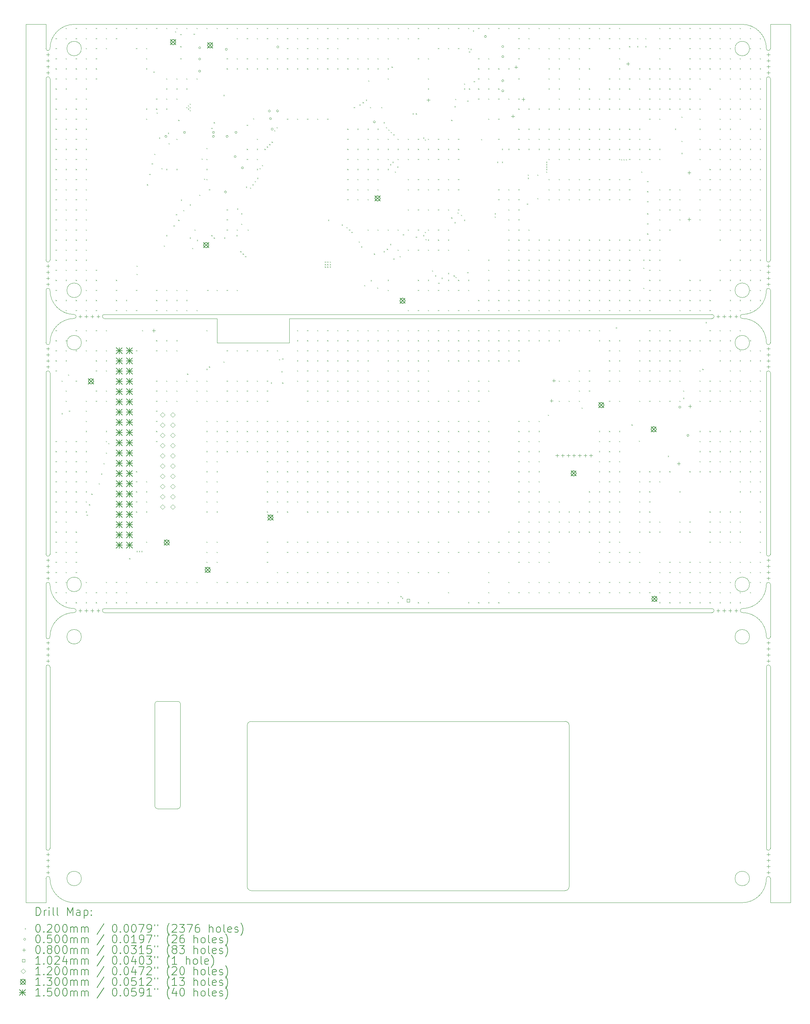
<source format=gbr>
%TF.GenerationSoftware,KiCad,Pcbnew,7.0.8*%
%TF.CreationDate,2023-11-01T09:31:10+09:00*%
%TF.ProjectId,a5d27_handheld_console_pcb,61356432-375f-4686-916e-6468656c645f,rev?*%
%TF.SameCoordinates,Original*%
%TF.FileFunction,Drillmap*%
%TF.FilePolarity,Positive*%
%FSLAX45Y45*%
G04 Gerber Fmt 4.5, Leading zero omitted, Abs format (unit mm)*
G04 Created by KiCad (PCBNEW 7.0.8) date 2023-11-01 09:31:10*
%MOMM*%
%LPD*%
G01*
G04 APERTURE LIST*
%ADD10C,0.100000*%
%ADD11C,0.200000*%
%ADD12C,0.020000*%
%ADD13C,0.050000*%
%ADD14C,0.080000*%
%ADD15C,0.102400*%
%ADD16C,0.120000*%
%ADD17C,0.130000*%
%ADD18C,0.150000*%
G04 APERTURE END LIST*
D10*
X23808000Y-13064000D02*
X23808000Y-12464000D01*
X10808000Y-29864000D02*
X10808000Y-33864000D01*
X6508000Y-12464000D02*
G75*
G03*
X5908000Y-13064000I0J-600000D01*
G01*
X10058000Y-20364000D02*
X11858000Y-20364000D01*
X10058000Y-19764000D02*
X7258000Y-19764000D01*
X23288278Y-19064000D02*
G75*
G03*
X23288278Y-19064000I-180278J0D01*
G01*
X5808000Y-13064000D02*
G75*
G03*
X5908000Y-13064000I50000J0D01*
G01*
X18808000Y-33864000D02*
X18808000Y-29864000D01*
X23708000Y-20364000D02*
G75*
G03*
X23808000Y-20364000I50000J0D01*
G01*
X6688278Y-13064000D02*
G75*
G03*
X6688278Y-13064000I-180278J0D01*
G01*
X23708000Y-18314000D02*
X23708000Y-13814000D01*
X6508000Y-27064000D02*
G75*
G03*
X6508000Y-26964000I0J50000D01*
G01*
X7258000Y-19664000D02*
G75*
G03*
X7258000Y-19764000I0J-50000D01*
G01*
X24308000Y-12464000D02*
X23808000Y-12464000D01*
X5808000Y-21114000D02*
X5808000Y-25614000D01*
X5808000Y-25614000D02*
G75*
G03*
X5908000Y-25614000I50000J0D01*
G01*
X22358000Y-27064000D02*
G75*
G03*
X22358000Y-26964000I0J50000D01*
G01*
X23808000Y-25614000D02*
X23808000Y-21114000D01*
X23708000Y-27664000D02*
G75*
G03*
X23808000Y-27664000I50000J0D01*
G01*
X6508000Y-34264000D02*
X23108000Y-34264000D01*
X23108000Y-26964000D02*
G75*
G03*
X23108000Y-27064000I0J-50000D01*
G01*
X23708000Y-25614000D02*
G75*
G03*
X23808000Y-25614000I50000J0D01*
G01*
X23708000Y-27664000D02*
G75*
G03*
X23108000Y-27064000I-600000J0D01*
G01*
X6508000Y-19764000D02*
G75*
G03*
X6508000Y-19664000I0J50000D01*
G01*
X23808000Y-26364000D02*
X23808000Y-27664000D01*
X23108000Y-34264000D02*
G75*
G03*
X23708000Y-33664000I0J600000D01*
G01*
X23808000Y-33664000D02*
G75*
G03*
X23708000Y-33664000I-50000J0D01*
G01*
X23708000Y-32914000D02*
G75*
G03*
X23808000Y-32914000I50000J0D01*
G01*
X5808000Y-12464000D02*
X5808000Y-13064000D01*
X5908000Y-28414000D02*
G75*
G03*
X5808000Y-28414000I-50000J0D01*
G01*
X6688278Y-20364000D02*
G75*
G03*
X6688278Y-20364000I-180278J0D01*
G01*
X5808000Y-26364000D02*
X5808000Y-27664000D01*
X10058000Y-19764000D02*
X10058000Y-20364000D01*
X23808000Y-26364000D02*
G75*
G03*
X23708000Y-26364000I-50000J0D01*
G01*
X9085000Y-31931500D02*
G75*
G03*
X9148500Y-31868000I0J63500D01*
G01*
X23288278Y-20364000D02*
G75*
G03*
X23288278Y-20364000I-180278J0D01*
G01*
X5908000Y-19064000D02*
G75*
G03*
X5808000Y-19064000I-50000J0D01*
G01*
X6688278Y-33664000D02*
G75*
G03*
X6688278Y-33664000I-180278J0D01*
G01*
X23808000Y-34264000D02*
X23808000Y-33664000D01*
X23708000Y-13064000D02*
G75*
G03*
X23108000Y-12464000I-600000J0D01*
G01*
X6508000Y-27064000D02*
G75*
G03*
X5908000Y-27664000I0J-600000D01*
G01*
X10908000Y-33964000D02*
X18708000Y-33964000D01*
X23708000Y-18314000D02*
G75*
G03*
X23808000Y-18314000I50000J0D01*
G01*
X23108000Y-19664000D02*
G75*
G03*
X23708000Y-19064000I0J600000D01*
G01*
X5908000Y-32914000D02*
X5908000Y-28414000D01*
X23808000Y-19064000D02*
G75*
G03*
X23708000Y-19064000I-50000J0D01*
G01*
X23708000Y-20364000D02*
G75*
G03*
X23108000Y-19764000I-600000J0D01*
G01*
X5808000Y-12464000D02*
X5308000Y-12464000D01*
X23288278Y-13064000D02*
G75*
G03*
X23288278Y-13064000I-180278J0D01*
G01*
X5808000Y-28414000D02*
X5808000Y-32914000D01*
X23808000Y-18314000D02*
X23808000Y-13814000D01*
X9148500Y-31804500D02*
X9148500Y-31868000D01*
X23708000Y-25614000D02*
X23708000Y-21114000D01*
X22358000Y-19764000D02*
G75*
G03*
X22358000Y-19664000I0J50000D01*
G01*
X5808000Y-32914000D02*
G75*
G03*
X5908000Y-32914000I50000J0D01*
G01*
X5808000Y-20364000D02*
X5808000Y-19064000D01*
X23288278Y-26364000D02*
G75*
G03*
X23288278Y-26364000I-180278J0D01*
G01*
X5908000Y-21114000D02*
G75*
G03*
X5808000Y-21114000I-50000J0D01*
G01*
X11858000Y-19764000D02*
X22358000Y-19764000D01*
X7258000Y-26964000D02*
G75*
G03*
X7258000Y-27064000I0J-50000D01*
G01*
X5908000Y-33664000D02*
G75*
G03*
X5808000Y-33664000I-50000J0D01*
G01*
X5908000Y-18314000D02*
X5908000Y-13814000D01*
X10908000Y-29764000D02*
G75*
G03*
X10808000Y-29864000I0J-100000D01*
G01*
X5908000Y-26364000D02*
G75*
G03*
X6508000Y-26964000I600000J0D01*
G01*
X6688278Y-26364000D02*
G75*
G03*
X6688278Y-26364000I-180278J0D01*
G01*
X8577000Y-29264500D02*
X9085000Y-29264500D01*
X5908000Y-13814000D02*
G75*
G03*
X5808000Y-13814000I-50000J0D01*
G01*
X5808000Y-20364000D02*
G75*
G03*
X5908000Y-20364000I50000J0D01*
G01*
X8513500Y-31868000D02*
X8513500Y-29328000D01*
X11858000Y-20364000D02*
X11858000Y-19764000D01*
X9085000Y-31931500D02*
X8577000Y-31931500D01*
X18708000Y-33964000D02*
G75*
G03*
X18808000Y-33864000I0J100000D01*
G01*
X5908000Y-19064000D02*
G75*
G03*
X6508000Y-19664000I600000J0D01*
G01*
X23708000Y-13064000D02*
G75*
G03*
X23808000Y-13064000I50000J0D01*
G01*
X23108000Y-26964000D02*
G75*
G03*
X23708000Y-26364000I0J600000D01*
G01*
X5808000Y-18314000D02*
G75*
G03*
X5908000Y-18314000I50000J0D01*
G01*
X24308000Y-34264000D02*
X24308000Y-12464000D01*
X23808000Y-28414000D02*
G75*
G03*
X23708000Y-28414000I-50000J0D01*
G01*
X23288278Y-33664000D02*
G75*
G03*
X23288278Y-33664000I-180278J0D01*
G01*
X7258000Y-26964000D02*
X22358000Y-26964000D01*
X5808000Y-33664000D02*
X5808000Y-34264000D01*
X7258000Y-27064000D02*
X22358000Y-27064000D01*
X6508000Y-12464000D02*
X23108000Y-12464000D01*
X7258000Y-19664000D02*
X22358000Y-19664000D01*
X23808000Y-21114000D02*
G75*
G03*
X23708000Y-21114000I-50000J0D01*
G01*
X18708000Y-29764000D02*
X10908000Y-29764000D01*
X23808000Y-13814000D02*
G75*
G03*
X23708000Y-13814000I-50000J0D01*
G01*
X23708000Y-32914000D02*
X23708000Y-28414000D01*
X23808000Y-20364000D02*
X23808000Y-19064000D01*
X6508000Y-19764000D02*
G75*
G03*
X5908000Y-20364000I0J-600000D01*
G01*
X8513500Y-31868000D02*
G75*
G03*
X8577000Y-31931500I63500J0D01*
G01*
X6688278Y-27664000D02*
G75*
G03*
X6688278Y-27664000I-180278J0D01*
G01*
X5908000Y-33664000D02*
G75*
G03*
X6508000Y-34264000I600000J0D01*
G01*
X6688278Y-19064000D02*
G75*
G03*
X6688278Y-19064000I-180278J0D01*
G01*
X18808000Y-29864000D02*
G75*
G03*
X18708000Y-29764000I-100000J0D01*
G01*
X9148500Y-29328000D02*
X9148500Y-31804500D01*
X9148500Y-29328000D02*
G75*
G03*
X9085000Y-29264500I-63500J0D01*
G01*
X23808000Y-32914000D02*
X23808000Y-28414000D01*
X5908000Y-25614000D02*
X5908000Y-21114000D01*
X5308000Y-34264000D02*
X5808000Y-34264000D01*
X23108000Y-19664000D02*
G75*
G03*
X23108000Y-19764000I0J-50000D01*
G01*
X5808000Y-27664000D02*
G75*
G03*
X5908000Y-27664000I50000J0D01*
G01*
X10808000Y-33864000D02*
G75*
G03*
X10908000Y-33964000I100000J0D01*
G01*
X23288278Y-27664000D02*
G75*
G03*
X23288278Y-27664000I-180278J0D01*
G01*
X5908000Y-26364000D02*
G75*
G03*
X5808000Y-26364000I-50000J0D01*
G01*
X5808000Y-13814000D02*
X5808000Y-18314000D01*
X5308000Y-12464000D02*
X5308000Y-34264000D01*
X23808000Y-34264000D02*
X24308000Y-34264000D01*
X8577000Y-29264500D02*
G75*
G03*
X8513500Y-29328000I0J-63500D01*
G01*
D11*
D12*
X6048000Y-12804000D02*
X6068000Y-12824000D01*
X6068000Y-12804000D02*
X6048000Y-12824000D01*
X6048000Y-13054000D02*
X6068000Y-13074000D01*
X6068000Y-13054000D02*
X6048000Y-13074000D01*
X6048000Y-13304000D02*
X6068000Y-13324000D01*
X6068000Y-13304000D02*
X6048000Y-13324000D01*
X6048000Y-13554000D02*
X6068000Y-13574000D01*
X6068000Y-13554000D02*
X6048000Y-13574000D01*
X6048000Y-13804000D02*
X6068000Y-13824000D01*
X6068000Y-13804000D02*
X6048000Y-13824000D01*
X6048000Y-14054000D02*
X6068000Y-14074000D01*
X6068000Y-14054000D02*
X6048000Y-14074000D01*
X6048000Y-14304000D02*
X6068000Y-14324000D01*
X6068000Y-14304000D02*
X6048000Y-14324000D01*
X6048000Y-14554000D02*
X6068000Y-14574000D01*
X6068000Y-14554000D02*
X6048000Y-14574000D01*
X6048000Y-14804000D02*
X6068000Y-14824000D01*
X6068000Y-14804000D02*
X6048000Y-14824000D01*
X6048000Y-15054000D02*
X6068000Y-15074000D01*
X6068000Y-15054000D02*
X6048000Y-15074000D01*
X6048000Y-15304000D02*
X6068000Y-15324000D01*
X6068000Y-15304000D02*
X6048000Y-15324000D01*
X6048000Y-15554000D02*
X6068000Y-15574000D01*
X6068000Y-15554000D02*
X6048000Y-15574000D01*
X6048000Y-15804000D02*
X6068000Y-15824000D01*
X6068000Y-15804000D02*
X6048000Y-15824000D01*
X6048000Y-16054000D02*
X6068000Y-16074000D01*
X6068000Y-16054000D02*
X6048000Y-16074000D01*
X6048000Y-16304000D02*
X6068000Y-16324000D01*
X6068000Y-16304000D02*
X6048000Y-16324000D01*
X6048000Y-16554000D02*
X6068000Y-16574000D01*
X6068000Y-16554000D02*
X6048000Y-16574000D01*
X6048000Y-16804000D02*
X6068000Y-16824000D01*
X6068000Y-16804000D02*
X6048000Y-16824000D01*
X6048000Y-17054000D02*
X6068000Y-17074000D01*
X6068000Y-17054000D02*
X6048000Y-17074000D01*
X6048000Y-17304000D02*
X6068000Y-17324000D01*
X6068000Y-17304000D02*
X6048000Y-17324000D01*
X6048000Y-17554000D02*
X6068000Y-17574000D01*
X6068000Y-17554000D02*
X6048000Y-17574000D01*
X6048000Y-17804000D02*
X6068000Y-17824000D01*
X6068000Y-17804000D02*
X6048000Y-17824000D01*
X6048000Y-18054000D02*
X6068000Y-18074000D01*
X6068000Y-18054000D02*
X6048000Y-18074000D01*
X6048000Y-18304000D02*
X6068000Y-18324000D01*
X6068000Y-18304000D02*
X6048000Y-18324000D01*
X6048000Y-18554000D02*
X6068000Y-18574000D01*
X6068000Y-18554000D02*
X6048000Y-18574000D01*
X6048000Y-18804000D02*
X6068000Y-18824000D01*
X6068000Y-18804000D02*
X6048000Y-18824000D01*
X6048000Y-19054000D02*
X6068000Y-19074000D01*
X6068000Y-19054000D02*
X6048000Y-19074000D01*
X6048000Y-19304000D02*
X6068000Y-19324000D01*
X6068000Y-19304000D02*
X6048000Y-19324000D01*
X6048000Y-20054000D02*
X6068000Y-20074000D01*
X6068000Y-20054000D02*
X6048000Y-20074000D01*
X6048000Y-20304000D02*
X6068000Y-20324000D01*
X6068000Y-20304000D02*
X6048000Y-20324000D01*
X6048000Y-20554000D02*
X6068000Y-20574000D01*
X6068000Y-20554000D02*
X6048000Y-20574000D01*
X6048000Y-20804000D02*
X6068000Y-20824000D01*
X6068000Y-20804000D02*
X6048000Y-20824000D01*
X6048000Y-21054000D02*
X6068000Y-21074000D01*
X6068000Y-21054000D02*
X6048000Y-21074000D01*
X6048000Y-22804000D02*
X6068000Y-22824000D01*
X6068000Y-22804000D02*
X6048000Y-22824000D01*
X6048000Y-23054000D02*
X6068000Y-23074000D01*
X6068000Y-23054000D02*
X6048000Y-23074000D01*
X6048000Y-23304000D02*
X6068000Y-23324000D01*
X6068000Y-23304000D02*
X6048000Y-23324000D01*
X6048000Y-23554000D02*
X6068000Y-23574000D01*
X6068000Y-23554000D02*
X6048000Y-23574000D01*
X6048000Y-23804000D02*
X6068000Y-23824000D01*
X6068000Y-23804000D02*
X6048000Y-23824000D01*
X6048000Y-24054000D02*
X6068000Y-24074000D01*
X6068000Y-24054000D02*
X6048000Y-24074000D01*
X6048000Y-24304000D02*
X6068000Y-24324000D01*
X6068000Y-24304000D02*
X6048000Y-24324000D01*
X6048000Y-24554000D02*
X6068000Y-24574000D01*
X6068000Y-24554000D02*
X6048000Y-24574000D01*
X6048000Y-24804000D02*
X6068000Y-24824000D01*
X6068000Y-24804000D02*
X6048000Y-24824000D01*
X6048000Y-25054000D02*
X6068000Y-25074000D01*
X6068000Y-25054000D02*
X6048000Y-25074000D01*
X6048000Y-25304000D02*
X6068000Y-25324000D01*
X6068000Y-25304000D02*
X6048000Y-25324000D01*
X6048000Y-25554000D02*
X6068000Y-25574000D01*
X6068000Y-25554000D02*
X6048000Y-25574000D01*
X6048000Y-25804000D02*
X6068000Y-25824000D01*
X6068000Y-25804000D02*
X6048000Y-25824000D01*
X6048000Y-25804000D02*
X6068000Y-25824000D01*
X6068000Y-25804000D02*
X6048000Y-25824000D01*
X6048000Y-26054000D02*
X6068000Y-26074000D01*
X6068000Y-26054000D02*
X6048000Y-26074000D01*
X6048000Y-26304000D02*
X6068000Y-26324000D01*
X6068000Y-26304000D02*
X6048000Y-26324000D01*
X6048000Y-26554000D02*
X6068000Y-26574000D01*
X6068000Y-26554000D02*
X6048000Y-26574000D01*
X6198000Y-21304000D02*
X6218000Y-21324000D01*
X6218000Y-21304000D02*
X6198000Y-21324000D01*
X6198000Y-22114000D02*
X6218000Y-22134000D01*
X6218000Y-22114000D02*
X6198000Y-22134000D01*
X6298000Y-12554000D02*
X6318000Y-12574000D01*
X6318000Y-12554000D02*
X6298000Y-12574000D01*
X6298000Y-12804000D02*
X6318000Y-12824000D01*
X6318000Y-12804000D02*
X6298000Y-12824000D01*
X6298000Y-13304000D02*
X6318000Y-13324000D01*
X6318000Y-13304000D02*
X6298000Y-13324000D01*
X6298000Y-13554000D02*
X6318000Y-13574000D01*
X6318000Y-13554000D02*
X6298000Y-13574000D01*
X6298000Y-13804000D02*
X6318000Y-13824000D01*
X6318000Y-13804000D02*
X6298000Y-13824000D01*
X6298000Y-14054000D02*
X6318000Y-14074000D01*
X6318000Y-14054000D02*
X6298000Y-14074000D01*
X6298000Y-14554000D02*
X6318000Y-14574000D01*
X6318000Y-14554000D02*
X6298000Y-14574000D01*
X6298000Y-14804000D02*
X6318000Y-14824000D01*
X6318000Y-14804000D02*
X6298000Y-14824000D01*
X6298000Y-15054000D02*
X6318000Y-15074000D01*
X6318000Y-15054000D02*
X6298000Y-15074000D01*
X6298000Y-15304000D02*
X6318000Y-15324000D01*
X6318000Y-15304000D02*
X6298000Y-15324000D01*
X6298000Y-15554000D02*
X6318000Y-15574000D01*
X6318000Y-15554000D02*
X6298000Y-15574000D01*
X6298000Y-15804000D02*
X6318000Y-15824000D01*
X6318000Y-15804000D02*
X6298000Y-15824000D01*
X6298000Y-15804000D02*
X6318000Y-15824000D01*
X6318000Y-15804000D02*
X6298000Y-15824000D01*
X6298000Y-16054000D02*
X6318000Y-16074000D01*
X6318000Y-16054000D02*
X6298000Y-16074000D01*
X6298000Y-16304000D02*
X6318000Y-16324000D01*
X6318000Y-16304000D02*
X6298000Y-16324000D01*
X6298000Y-16304000D02*
X6318000Y-16324000D01*
X6318000Y-16304000D02*
X6298000Y-16324000D01*
X6298000Y-16554000D02*
X6318000Y-16574000D01*
X6318000Y-16554000D02*
X6298000Y-16574000D01*
X6298000Y-16804000D02*
X6318000Y-16824000D01*
X6318000Y-16804000D02*
X6298000Y-16824000D01*
X6298000Y-17054000D02*
X6318000Y-17074000D01*
X6318000Y-17054000D02*
X6298000Y-17074000D01*
X6298000Y-17304000D02*
X6318000Y-17324000D01*
X6318000Y-17304000D02*
X6298000Y-17324000D01*
X6298000Y-17554000D02*
X6318000Y-17574000D01*
X6318000Y-17554000D02*
X6298000Y-17574000D01*
X6298000Y-17804000D02*
X6318000Y-17824000D01*
X6318000Y-17804000D02*
X6298000Y-17824000D01*
X6298000Y-18054000D02*
X6318000Y-18074000D01*
X6318000Y-18054000D02*
X6298000Y-18074000D01*
X6298000Y-18304000D02*
X6318000Y-18324000D01*
X6318000Y-18304000D02*
X6298000Y-18324000D01*
X6298000Y-18554000D02*
X6318000Y-18574000D01*
X6318000Y-18554000D02*
X6298000Y-18574000D01*
X6298000Y-18804000D02*
X6318000Y-18824000D01*
X6318000Y-18804000D02*
X6298000Y-18824000D01*
X6298000Y-19304000D02*
X6318000Y-19324000D01*
X6318000Y-19304000D02*
X6298000Y-19324000D01*
X6298000Y-19554000D02*
X6318000Y-19574000D01*
X6318000Y-19554000D02*
X6298000Y-19574000D01*
X6298000Y-20304000D02*
X6318000Y-20324000D01*
X6318000Y-20304000D02*
X6298000Y-20324000D01*
X6298000Y-20554000D02*
X6318000Y-20574000D01*
X6318000Y-20554000D02*
X6298000Y-20574000D01*
X6298000Y-20804000D02*
X6318000Y-20824000D01*
X6318000Y-20804000D02*
X6298000Y-20824000D01*
X6298000Y-21554000D02*
X6318000Y-21574000D01*
X6318000Y-21554000D02*
X6298000Y-21574000D01*
X6298000Y-21804000D02*
X6318000Y-21824000D01*
X6318000Y-21804000D02*
X6298000Y-21824000D01*
X6298000Y-22804000D02*
X6318000Y-22824000D01*
X6318000Y-22804000D02*
X6298000Y-22824000D01*
X6298000Y-23054000D02*
X6318000Y-23074000D01*
X6318000Y-23054000D02*
X6298000Y-23074000D01*
X6298000Y-23304000D02*
X6318000Y-23324000D01*
X6318000Y-23304000D02*
X6298000Y-23324000D01*
X6298000Y-23304000D02*
X6318000Y-23324000D01*
X6318000Y-23304000D02*
X6298000Y-23324000D01*
X6298000Y-23554000D02*
X6318000Y-23574000D01*
X6318000Y-23554000D02*
X6298000Y-23574000D01*
X6298000Y-23804000D02*
X6318000Y-23824000D01*
X6318000Y-23804000D02*
X6298000Y-23824000D01*
X6298000Y-24054000D02*
X6318000Y-24074000D01*
X6318000Y-24054000D02*
X6298000Y-24074000D01*
X6298000Y-24304000D02*
X6318000Y-24324000D01*
X6318000Y-24304000D02*
X6298000Y-24324000D01*
X6298000Y-24304000D02*
X6318000Y-24324000D01*
X6318000Y-24304000D02*
X6298000Y-24324000D01*
X6298000Y-24554000D02*
X6318000Y-24574000D01*
X6318000Y-24554000D02*
X6298000Y-24574000D01*
X6298000Y-24554000D02*
X6318000Y-24574000D01*
X6318000Y-24554000D02*
X6298000Y-24574000D01*
X6298000Y-24804000D02*
X6318000Y-24824000D01*
X6318000Y-24804000D02*
X6298000Y-24824000D01*
X6298000Y-25054000D02*
X6318000Y-25074000D01*
X6318000Y-25054000D02*
X6298000Y-25074000D01*
X6298000Y-25304000D02*
X6318000Y-25324000D01*
X6318000Y-25304000D02*
X6298000Y-25324000D01*
X6298000Y-25554000D02*
X6318000Y-25574000D01*
X6318000Y-25554000D02*
X6298000Y-25574000D01*
X6298000Y-25804000D02*
X6318000Y-25824000D01*
X6318000Y-25804000D02*
X6298000Y-25824000D01*
X6298000Y-26054000D02*
X6318000Y-26074000D01*
X6318000Y-26054000D02*
X6298000Y-26074000D01*
X6298000Y-26304000D02*
X6318000Y-26324000D01*
X6318000Y-26304000D02*
X6298000Y-26324000D01*
X6298000Y-26554000D02*
X6318000Y-26574000D01*
X6318000Y-26554000D02*
X6298000Y-26574000D01*
X6298000Y-26804000D02*
X6318000Y-26824000D01*
X6318000Y-26804000D02*
X6298000Y-26824000D01*
X6358000Y-21154000D02*
X6378000Y-21174000D01*
X6378000Y-21154000D02*
X6358000Y-21174000D01*
X6378000Y-22054000D02*
X6398000Y-22074000D01*
X6398000Y-22054000D02*
X6378000Y-22074000D01*
X6548000Y-12554000D02*
X6568000Y-12574000D01*
X6568000Y-12554000D02*
X6548000Y-12574000D01*
X6548000Y-12804000D02*
X6568000Y-12824000D01*
X6568000Y-12804000D02*
X6548000Y-12824000D01*
X6548000Y-13304000D02*
X6568000Y-13324000D01*
X6568000Y-13304000D02*
X6548000Y-13324000D01*
X6548000Y-13554000D02*
X6568000Y-13574000D01*
X6568000Y-13554000D02*
X6548000Y-13574000D01*
X6548000Y-13804000D02*
X6568000Y-13824000D01*
X6568000Y-13804000D02*
X6548000Y-13824000D01*
X6548000Y-14304000D02*
X6568000Y-14324000D01*
X6568000Y-14304000D02*
X6548000Y-14324000D01*
X6548000Y-14554000D02*
X6568000Y-14574000D01*
X6568000Y-14554000D02*
X6548000Y-14574000D01*
X6548000Y-14804000D02*
X6568000Y-14824000D01*
X6568000Y-14804000D02*
X6548000Y-14824000D01*
X6548000Y-15054000D02*
X6568000Y-15074000D01*
X6568000Y-15054000D02*
X6548000Y-15074000D01*
X6548000Y-15304000D02*
X6568000Y-15324000D01*
X6568000Y-15304000D02*
X6548000Y-15324000D01*
X6548000Y-15554000D02*
X6568000Y-15574000D01*
X6568000Y-15554000D02*
X6548000Y-15574000D01*
X6548000Y-15554000D02*
X6568000Y-15574000D01*
X6568000Y-15554000D02*
X6548000Y-15574000D01*
X6548000Y-15804000D02*
X6568000Y-15824000D01*
X6568000Y-15804000D02*
X6548000Y-15824000D01*
X6548000Y-16054000D02*
X6568000Y-16074000D01*
X6568000Y-16054000D02*
X6548000Y-16074000D01*
X6548000Y-16304000D02*
X6568000Y-16324000D01*
X6568000Y-16304000D02*
X6548000Y-16324000D01*
X6548000Y-16554000D02*
X6568000Y-16574000D01*
X6568000Y-16554000D02*
X6548000Y-16574000D01*
X6548000Y-16804000D02*
X6568000Y-16824000D01*
X6568000Y-16804000D02*
X6548000Y-16824000D01*
X6548000Y-17054000D02*
X6568000Y-17074000D01*
X6568000Y-17054000D02*
X6548000Y-17074000D01*
X6548000Y-17304000D02*
X6568000Y-17324000D01*
X6568000Y-17304000D02*
X6548000Y-17324000D01*
X6548000Y-17554000D02*
X6568000Y-17574000D01*
X6568000Y-17554000D02*
X6548000Y-17574000D01*
X6548000Y-17804000D02*
X6568000Y-17824000D01*
X6568000Y-17804000D02*
X6548000Y-17824000D01*
X6548000Y-18054000D02*
X6568000Y-18074000D01*
X6568000Y-18054000D02*
X6548000Y-18074000D01*
X6548000Y-18304000D02*
X6568000Y-18324000D01*
X6568000Y-18304000D02*
X6548000Y-18324000D01*
X6548000Y-18554000D02*
X6568000Y-18574000D01*
X6568000Y-18554000D02*
X6548000Y-18574000D01*
X6548000Y-18804000D02*
X6568000Y-18824000D01*
X6568000Y-18804000D02*
X6548000Y-18824000D01*
X6548000Y-19304000D02*
X6568000Y-19324000D01*
X6568000Y-19304000D02*
X6548000Y-19324000D01*
X6548000Y-19554000D02*
X6568000Y-19574000D01*
X6568000Y-19554000D02*
X6548000Y-19574000D01*
X6548000Y-20054000D02*
X6568000Y-20074000D01*
X6568000Y-20054000D02*
X6548000Y-20074000D01*
X6548000Y-20554000D02*
X6568000Y-20574000D01*
X6568000Y-20554000D02*
X6548000Y-20574000D01*
X6548000Y-21304000D02*
X6568000Y-21324000D01*
X6568000Y-21304000D02*
X6548000Y-21324000D01*
X6548000Y-22804000D02*
X6568000Y-22824000D01*
X6568000Y-22804000D02*
X6548000Y-22824000D01*
X6548000Y-23054000D02*
X6568000Y-23074000D01*
X6568000Y-23054000D02*
X6548000Y-23074000D01*
X6548000Y-23304000D02*
X6568000Y-23324000D01*
X6568000Y-23304000D02*
X6548000Y-23324000D01*
X6548000Y-23554000D02*
X6568000Y-23574000D01*
X6568000Y-23554000D02*
X6548000Y-23574000D01*
X6548000Y-23804000D02*
X6568000Y-23824000D01*
X6568000Y-23804000D02*
X6548000Y-23824000D01*
X6548000Y-24054000D02*
X6568000Y-24074000D01*
X6568000Y-24054000D02*
X6548000Y-24074000D01*
X6548000Y-24304000D02*
X6568000Y-24324000D01*
X6568000Y-24304000D02*
X6548000Y-24324000D01*
X6548000Y-24554000D02*
X6568000Y-24574000D01*
X6568000Y-24554000D02*
X6548000Y-24574000D01*
X6548000Y-25054000D02*
X6568000Y-25074000D01*
X6568000Y-25054000D02*
X6548000Y-25074000D01*
X6548000Y-25304000D02*
X6568000Y-25324000D01*
X6568000Y-25304000D02*
X6548000Y-25324000D01*
X6548000Y-25554000D02*
X6568000Y-25574000D01*
X6568000Y-25554000D02*
X6548000Y-25574000D01*
X6548000Y-25804000D02*
X6568000Y-25824000D01*
X6568000Y-25804000D02*
X6548000Y-25824000D01*
X6548000Y-26054000D02*
X6568000Y-26074000D01*
X6568000Y-26054000D02*
X6548000Y-26074000D01*
X6548000Y-26804000D02*
X6568000Y-26824000D01*
X6568000Y-26804000D02*
X6548000Y-26824000D01*
X6798000Y-12554000D02*
X6818000Y-12574000D01*
X6818000Y-12554000D02*
X6798000Y-12574000D01*
X6798000Y-12804000D02*
X6818000Y-12824000D01*
X6818000Y-12804000D02*
X6798000Y-12824000D01*
X6798000Y-13054000D02*
X6818000Y-13074000D01*
X6818000Y-13054000D02*
X6798000Y-13074000D01*
X6798000Y-13304000D02*
X6818000Y-13324000D01*
X6818000Y-13304000D02*
X6798000Y-13324000D01*
X6798000Y-13554000D02*
X6818000Y-13574000D01*
X6818000Y-13554000D02*
X6798000Y-13574000D01*
X6798000Y-13804000D02*
X6818000Y-13824000D01*
X6818000Y-13804000D02*
X6798000Y-13824000D01*
X6798000Y-14054000D02*
X6818000Y-14074000D01*
X6818000Y-14054000D02*
X6798000Y-14074000D01*
X6798000Y-14304000D02*
X6818000Y-14324000D01*
X6818000Y-14304000D02*
X6798000Y-14324000D01*
X6798000Y-14554000D02*
X6818000Y-14574000D01*
X6818000Y-14554000D02*
X6798000Y-14574000D01*
X6798000Y-14804000D02*
X6818000Y-14824000D01*
X6818000Y-14804000D02*
X6798000Y-14824000D01*
X6798000Y-15054000D02*
X6818000Y-15074000D01*
X6818000Y-15054000D02*
X6798000Y-15074000D01*
X6798000Y-15304000D02*
X6818000Y-15324000D01*
X6818000Y-15304000D02*
X6798000Y-15324000D01*
X6798000Y-15554000D02*
X6818000Y-15574000D01*
X6818000Y-15554000D02*
X6798000Y-15574000D01*
X6798000Y-15804000D02*
X6818000Y-15824000D01*
X6818000Y-15804000D02*
X6798000Y-15824000D01*
X6798000Y-16054000D02*
X6818000Y-16074000D01*
X6818000Y-16054000D02*
X6798000Y-16074000D01*
X6798000Y-16304000D02*
X6818000Y-16324000D01*
X6818000Y-16304000D02*
X6798000Y-16324000D01*
X6798000Y-16554000D02*
X6818000Y-16574000D01*
X6818000Y-16554000D02*
X6798000Y-16574000D01*
X6798000Y-16804000D02*
X6818000Y-16824000D01*
X6818000Y-16804000D02*
X6798000Y-16824000D01*
X6798000Y-17054000D02*
X6818000Y-17074000D01*
X6818000Y-17054000D02*
X6798000Y-17074000D01*
X6798000Y-17304000D02*
X6818000Y-17324000D01*
X6818000Y-17304000D02*
X6798000Y-17324000D01*
X6798000Y-17554000D02*
X6818000Y-17574000D01*
X6818000Y-17554000D02*
X6798000Y-17574000D01*
X6798000Y-17804000D02*
X6818000Y-17824000D01*
X6818000Y-17804000D02*
X6798000Y-17824000D01*
X6798000Y-18054000D02*
X6818000Y-18074000D01*
X6818000Y-18054000D02*
X6798000Y-18074000D01*
X6798000Y-18304000D02*
X6818000Y-18324000D01*
X6818000Y-18304000D02*
X6798000Y-18324000D01*
X6798000Y-18304000D02*
X6818000Y-18324000D01*
X6818000Y-18304000D02*
X6798000Y-18324000D01*
X6798000Y-18554000D02*
X6818000Y-18574000D01*
X6818000Y-18554000D02*
X6798000Y-18574000D01*
X6798000Y-18804000D02*
X6818000Y-18824000D01*
X6818000Y-18804000D02*
X6798000Y-18824000D01*
X6798000Y-19054000D02*
X6818000Y-19074000D01*
X6818000Y-19054000D02*
X6798000Y-19074000D01*
X6798000Y-19304000D02*
X6818000Y-19324000D01*
X6818000Y-19304000D02*
X6798000Y-19324000D01*
X6798000Y-19554000D02*
X6818000Y-19574000D01*
X6818000Y-19554000D02*
X6798000Y-19574000D01*
X6798000Y-20054000D02*
X6818000Y-20074000D01*
X6818000Y-20054000D02*
X6798000Y-20074000D01*
X6798000Y-20304000D02*
X6818000Y-20324000D01*
X6818000Y-20304000D02*
X6798000Y-20324000D01*
X6798000Y-20554000D02*
X6818000Y-20574000D01*
X6818000Y-20554000D02*
X6798000Y-20574000D01*
X6798000Y-21804000D02*
X6818000Y-21824000D01*
X6818000Y-21804000D02*
X6798000Y-21824000D01*
X6798000Y-22054000D02*
X6818000Y-22074000D01*
X6818000Y-22054000D02*
X6798000Y-22074000D01*
X6798000Y-22304000D02*
X6818000Y-22324000D01*
X6818000Y-22304000D02*
X6798000Y-22324000D01*
X6798000Y-22554000D02*
X6818000Y-22574000D01*
X6818000Y-22554000D02*
X6798000Y-22574000D01*
X6798000Y-22804000D02*
X6818000Y-22824000D01*
X6818000Y-22804000D02*
X6798000Y-22824000D01*
X6798000Y-23054000D02*
X6818000Y-23074000D01*
X6818000Y-23054000D02*
X6798000Y-23074000D01*
X6798000Y-23304000D02*
X6818000Y-23324000D01*
X6818000Y-23304000D02*
X6798000Y-23324000D01*
X6798000Y-23554000D02*
X6818000Y-23574000D01*
X6818000Y-23554000D02*
X6798000Y-23574000D01*
X6798000Y-23804000D02*
X6818000Y-23824000D01*
X6818000Y-23804000D02*
X6798000Y-23824000D01*
X6798000Y-24054000D02*
X6818000Y-24074000D01*
X6818000Y-24054000D02*
X6798000Y-24074000D01*
X6798000Y-24304000D02*
X6818000Y-24324000D01*
X6818000Y-24304000D02*
X6798000Y-24324000D01*
X6798000Y-24554000D02*
X6818000Y-24574000D01*
X6818000Y-24554000D02*
X6798000Y-24574000D01*
X6798000Y-26304000D02*
X6818000Y-26324000D01*
X6818000Y-26304000D02*
X6798000Y-26324000D01*
X6798000Y-26554000D02*
X6818000Y-26574000D01*
X6818000Y-26554000D02*
X6798000Y-26574000D01*
X6798000Y-26804000D02*
X6818000Y-26824000D01*
X6818000Y-26804000D02*
X6798000Y-26824000D01*
X6818000Y-24634000D02*
X6838000Y-24654000D01*
X6838000Y-24634000D02*
X6818000Y-24654000D01*
X6878000Y-24374000D02*
X6898000Y-24394000D01*
X6898000Y-24374000D02*
X6878000Y-24394000D01*
X6938000Y-24114000D02*
X6958000Y-24134000D01*
X6958000Y-24114000D02*
X6938000Y-24134000D01*
X7048000Y-12554000D02*
X7068000Y-12574000D01*
X7068000Y-12554000D02*
X7048000Y-12574000D01*
X7048000Y-12804000D02*
X7068000Y-12824000D01*
X7068000Y-12804000D02*
X7048000Y-12824000D01*
X7048000Y-13054000D02*
X7068000Y-13074000D01*
X7068000Y-13054000D02*
X7048000Y-13074000D01*
X7048000Y-13304000D02*
X7068000Y-13324000D01*
X7068000Y-13304000D02*
X7048000Y-13324000D01*
X7048000Y-13554000D02*
X7068000Y-13574000D01*
X7068000Y-13554000D02*
X7048000Y-13574000D01*
X7048000Y-13804000D02*
X7068000Y-13824000D01*
X7068000Y-13804000D02*
X7048000Y-13824000D01*
X7048000Y-18554000D02*
X7068000Y-18574000D01*
X7068000Y-18554000D02*
X7048000Y-18574000D01*
X7048000Y-18804000D02*
X7068000Y-18824000D01*
X7068000Y-18804000D02*
X7048000Y-18824000D01*
X7048000Y-19054000D02*
X7068000Y-19074000D01*
X7068000Y-19054000D02*
X7048000Y-19074000D01*
X7048000Y-19304000D02*
X7068000Y-19324000D01*
X7068000Y-19304000D02*
X7048000Y-19324000D01*
X7048000Y-19304000D02*
X7068000Y-19324000D01*
X7068000Y-19304000D02*
X7048000Y-19324000D01*
X7048000Y-19554000D02*
X7068000Y-19574000D01*
X7068000Y-19554000D02*
X7048000Y-19574000D01*
X7048000Y-20054000D02*
X7068000Y-20074000D01*
X7068000Y-20054000D02*
X7048000Y-20074000D01*
X7048000Y-20554000D02*
X7068000Y-20574000D01*
X7068000Y-20554000D02*
X7048000Y-20574000D01*
X7048000Y-20804000D02*
X7068000Y-20824000D01*
X7068000Y-20804000D02*
X7048000Y-20824000D01*
X7048000Y-21054000D02*
X7068000Y-21074000D01*
X7068000Y-21054000D02*
X7048000Y-21074000D01*
X7048000Y-21554000D02*
X7068000Y-21574000D01*
X7068000Y-21554000D02*
X7048000Y-21574000D01*
X7048000Y-21804000D02*
X7068000Y-21824000D01*
X7068000Y-21804000D02*
X7048000Y-21824000D01*
X7048000Y-26554000D02*
X7068000Y-26574000D01*
X7068000Y-26554000D02*
X7048000Y-26574000D01*
X7048000Y-26804000D02*
X7068000Y-26824000D01*
X7068000Y-26804000D02*
X7048000Y-26824000D01*
X7118000Y-23854000D02*
X7138000Y-23874000D01*
X7138000Y-23854000D02*
X7118000Y-23874000D01*
X7178000Y-23614000D02*
X7198000Y-23634000D01*
X7198000Y-23614000D02*
X7178000Y-23634000D01*
X7238000Y-23354000D02*
X7258000Y-23374000D01*
X7258000Y-23354000D02*
X7238000Y-23374000D01*
X7298000Y-12554000D02*
X7318000Y-12574000D01*
X7318000Y-12554000D02*
X7298000Y-12574000D01*
X7298000Y-12804000D02*
X7318000Y-12824000D01*
X7318000Y-12804000D02*
X7298000Y-12824000D01*
X7298000Y-13054000D02*
X7318000Y-13074000D01*
X7318000Y-13054000D02*
X7298000Y-13074000D01*
X7298000Y-20054000D02*
X7318000Y-20074000D01*
X7318000Y-20054000D02*
X7298000Y-20074000D01*
X7298000Y-20554000D02*
X7318000Y-20574000D01*
X7318000Y-20554000D02*
X7298000Y-20574000D01*
X7298000Y-20804000D02*
X7318000Y-20824000D01*
X7318000Y-20804000D02*
X7298000Y-20824000D01*
X7298000Y-21054000D02*
X7318000Y-21074000D01*
X7318000Y-21054000D02*
X7298000Y-21074000D01*
X7298000Y-21554000D02*
X7318000Y-21574000D01*
X7318000Y-21554000D02*
X7298000Y-21574000D01*
X7298000Y-21804000D02*
X7318000Y-21824000D01*
X7318000Y-21804000D02*
X7298000Y-21824000D01*
X7298000Y-22554000D02*
X7318000Y-22574000D01*
X7318000Y-22554000D02*
X7298000Y-22574000D01*
X7298000Y-22804000D02*
X7318000Y-22824000D01*
X7318000Y-22804000D02*
X7298000Y-22824000D01*
X7298000Y-23094000D02*
X7318000Y-23114000D01*
X7318000Y-23094000D02*
X7298000Y-23114000D01*
X7298000Y-26304000D02*
X7318000Y-26324000D01*
X7318000Y-26304000D02*
X7298000Y-26324000D01*
X7298000Y-26554000D02*
X7318000Y-26574000D01*
X7318000Y-26554000D02*
X7298000Y-26574000D01*
X7298000Y-26804000D02*
X7318000Y-26824000D01*
X7318000Y-26804000D02*
X7298000Y-26824000D01*
X7358000Y-22854000D02*
X7378000Y-22874000D01*
X7378000Y-22854000D02*
X7358000Y-22874000D01*
X7548000Y-12554000D02*
X7568000Y-12574000D01*
X7568000Y-12554000D02*
X7548000Y-12574000D01*
X7548000Y-12804000D02*
X7568000Y-12824000D01*
X7568000Y-12804000D02*
X7548000Y-12824000D01*
X7548000Y-18804000D02*
X7568000Y-18824000D01*
X7568000Y-18804000D02*
X7548000Y-18824000D01*
X7548000Y-19054000D02*
X7568000Y-19074000D01*
X7568000Y-19054000D02*
X7548000Y-19074000D01*
X7548000Y-19304000D02*
X7568000Y-19324000D01*
X7568000Y-19304000D02*
X7548000Y-19324000D01*
X7548000Y-19554000D02*
X7568000Y-19574000D01*
X7568000Y-19554000D02*
X7548000Y-19574000D01*
X7548000Y-26304000D02*
X7568000Y-26324000D01*
X7568000Y-26304000D02*
X7548000Y-26324000D01*
X7548000Y-26554000D02*
X7568000Y-26574000D01*
X7568000Y-26554000D02*
X7548000Y-26574000D01*
X7548000Y-26804000D02*
X7568000Y-26824000D01*
X7568000Y-26804000D02*
X7548000Y-26824000D01*
X7798000Y-12554000D02*
X7818000Y-12574000D01*
X7818000Y-12554000D02*
X7798000Y-12574000D01*
X7798000Y-19304000D02*
X7818000Y-19324000D01*
X7818000Y-19304000D02*
X7798000Y-19324000D01*
X7798000Y-19554000D02*
X7818000Y-19574000D01*
X7818000Y-19554000D02*
X7798000Y-19574000D01*
X7798000Y-26304000D02*
X7818000Y-26324000D01*
X7818000Y-26304000D02*
X7798000Y-26324000D01*
X7798000Y-26554000D02*
X7818000Y-26574000D01*
X7818000Y-26554000D02*
X7798000Y-26574000D01*
X7798000Y-26804000D02*
X7818000Y-26824000D01*
X7818000Y-26804000D02*
X7798000Y-26824000D01*
X7878000Y-25714000D02*
X7898000Y-25734000D01*
X7898000Y-25714000D02*
X7878000Y-25734000D01*
X8048000Y-12554000D02*
X8068000Y-12574000D01*
X8068000Y-12554000D02*
X8048000Y-12574000D01*
X8048000Y-13054000D02*
X8068000Y-13074000D01*
X8068000Y-13054000D02*
X8048000Y-13074000D01*
X8048000Y-19054000D02*
X8068000Y-19074000D01*
X8068000Y-19054000D02*
X8048000Y-19074000D01*
X8048000Y-19554000D02*
X8068000Y-19574000D01*
X8068000Y-19554000D02*
X8048000Y-19574000D01*
X8048000Y-20554000D02*
X8068000Y-20574000D01*
X8068000Y-20554000D02*
X8048000Y-20574000D01*
X8048000Y-23554000D02*
X8068000Y-23574000D01*
X8068000Y-23554000D02*
X8048000Y-23574000D01*
X8048000Y-23804000D02*
X8068000Y-23824000D01*
X8068000Y-23804000D02*
X8048000Y-23824000D01*
X8048000Y-24054000D02*
X8068000Y-24074000D01*
X8068000Y-24054000D02*
X8048000Y-24074000D01*
X8048000Y-24304000D02*
X8068000Y-24324000D01*
X8068000Y-24304000D02*
X8048000Y-24324000D01*
X8048000Y-24554000D02*
X8068000Y-24574000D01*
X8068000Y-24554000D02*
X8048000Y-24574000D01*
X8048000Y-26804000D02*
X8068000Y-26824000D01*
X8068000Y-26804000D02*
X8048000Y-26824000D01*
X8058000Y-18454000D02*
X8078000Y-18474000D01*
X8078000Y-18454000D02*
X8058000Y-18474000D01*
X8058000Y-18654000D02*
X8078000Y-18674000D01*
X8078000Y-18654000D02*
X8058000Y-18674000D01*
X8058000Y-25534000D02*
X8078000Y-25554000D01*
X8078000Y-25534000D02*
X8058000Y-25554000D01*
X8118000Y-25534000D02*
X8138000Y-25554000D01*
X8138000Y-25534000D02*
X8118000Y-25554000D01*
X8178000Y-25534000D02*
X8198000Y-25554000D01*
X8198000Y-25534000D02*
X8178000Y-25554000D01*
X8198000Y-20054000D02*
X8218000Y-20074000D01*
X8218000Y-20054000D02*
X8198000Y-20074000D01*
X8298000Y-12554000D02*
X8318000Y-12574000D01*
X8318000Y-12554000D02*
X8298000Y-12574000D01*
X8298000Y-13054000D02*
X8318000Y-13074000D01*
X8318000Y-13054000D02*
X8298000Y-13074000D01*
X8298000Y-13304000D02*
X8318000Y-13324000D01*
X8318000Y-13304000D02*
X8298000Y-13324000D01*
X8298000Y-13554000D02*
X8318000Y-13574000D01*
X8318000Y-13554000D02*
X8298000Y-13574000D01*
X8298000Y-14554000D02*
X8318000Y-14574000D01*
X8318000Y-14554000D02*
X8298000Y-14574000D01*
X8298000Y-14804000D02*
X8318000Y-14824000D01*
X8318000Y-14804000D02*
X8298000Y-14824000D01*
X8298000Y-23804000D02*
X8318000Y-23824000D01*
X8318000Y-23804000D02*
X8298000Y-23824000D01*
X8298000Y-24054000D02*
X8318000Y-24074000D01*
X8318000Y-24054000D02*
X8298000Y-24074000D01*
X8298000Y-24304000D02*
X8318000Y-24324000D01*
X8318000Y-24304000D02*
X8298000Y-24324000D01*
X8298000Y-24554000D02*
X8318000Y-24574000D01*
X8318000Y-24554000D02*
X8298000Y-24574000D01*
X8298000Y-25304000D02*
X8318000Y-25324000D01*
X8318000Y-25304000D02*
X8298000Y-25324000D01*
X8298000Y-26304000D02*
X8318000Y-26324000D01*
X8318000Y-26304000D02*
X8298000Y-26324000D01*
X8298000Y-26804000D02*
X8318000Y-26824000D01*
X8318000Y-26804000D02*
X8298000Y-26824000D01*
X8318000Y-16434000D02*
X8338000Y-16454000D01*
X8338000Y-16434000D02*
X8318000Y-16454000D01*
X8378000Y-16174000D02*
X8398000Y-16194000D01*
X8398000Y-16174000D02*
X8378000Y-16194000D01*
X8438000Y-15914000D02*
X8458000Y-15934000D01*
X8458000Y-15914000D02*
X8438000Y-15934000D01*
X8478000Y-13634000D02*
X8498000Y-13654000D01*
X8498000Y-13634000D02*
X8478000Y-13654000D01*
X8498000Y-15674000D02*
X8518000Y-15694000D01*
X8518000Y-15674000D02*
X8498000Y-15694000D01*
X8548000Y-12554000D02*
X8568000Y-12574000D01*
X8568000Y-12554000D02*
X8548000Y-12574000D01*
X8548000Y-14304000D02*
X8568000Y-14324000D01*
X8568000Y-14304000D02*
X8548000Y-14324000D01*
X8548000Y-14554000D02*
X8568000Y-14574000D01*
X8568000Y-14554000D02*
X8548000Y-14574000D01*
X8548000Y-19054000D02*
X8568000Y-19074000D01*
X8568000Y-19054000D02*
X8548000Y-19074000D01*
X8548000Y-19304000D02*
X8568000Y-19324000D01*
X8568000Y-19304000D02*
X8548000Y-19324000D01*
X8548000Y-19554000D02*
X8568000Y-19574000D01*
X8568000Y-19554000D02*
X8548000Y-19574000D01*
X8548000Y-20304000D02*
X8568000Y-20324000D01*
X8568000Y-20304000D02*
X8548000Y-20324000D01*
X8548000Y-20554000D02*
X8568000Y-20574000D01*
X8568000Y-20554000D02*
X8548000Y-20574000D01*
X8548000Y-21304000D02*
X8568000Y-21324000D01*
X8568000Y-21304000D02*
X8548000Y-21324000D01*
X8548000Y-21554000D02*
X8568000Y-21574000D01*
X8568000Y-21554000D02*
X8548000Y-21574000D01*
X8548000Y-21804000D02*
X8568000Y-21824000D01*
X8568000Y-21804000D02*
X8548000Y-21824000D01*
X8548000Y-22054000D02*
X8568000Y-22074000D01*
X8568000Y-22054000D02*
X8548000Y-22074000D01*
X8548000Y-22304000D02*
X8568000Y-22324000D01*
X8568000Y-22304000D02*
X8548000Y-22324000D01*
X8548000Y-22554000D02*
X8568000Y-22574000D01*
X8568000Y-22554000D02*
X8548000Y-22574000D01*
X8548000Y-22804000D02*
X8568000Y-22824000D01*
X8568000Y-22804000D02*
X8548000Y-22824000D01*
X8548000Y-26304000D02*
X8568000Y-26324000D01*
X8568000Y-26304000D02*
X8548000Y-26324000D01*
X8548000Y-26804000D02*
X8568000Y-26824000D01*
X8568000Y-26804000D02*
X8548000Y-26824000D01*
X8558000Y-14654000D02*
X8578000Y-14674000D01*
X8578000Y-14654000D02*
X8558000Y-14674000D01*
X8618000Y-15274000D02*
X8638000Y-15294000D01*
X8638000Y-15274000D02*
X8618000Y-15294000D01*
X8678000Y-16034000D02*
X8698000Y-16054000D01*
X8698000Y-16034000D02*
X8678000Y-16054000D01*
X8738000Y-17954000D02*
X8758000Y-17974000D01*
X8758000Y-17954000D02*
X8738000Y-17974000D01*
X8798000Y-12554000D02*
X8818000Y-12574000D01*
X8818000Y-12554000D02*
X8798000Y-12574000D01*
X8798000Y-13804000D02*
X8818000Y-13824000D01*
X8818000Y-13804000D02*
X8798000Y-13824000D01*
X8798000Y-14054000D02*
X8818000Y-14074000D01*
X8818000Y-14054000D02*
X8798000Y-14074000D01*
X8798000Y-14304000D02*
X8818000Y-14324000D01*
X8818000Y-14304000D02*
X8798000Y-14324000D01*
X8798000Y-14554000D02*
X8818000Y-14574000D01*
X8818000Y-14554000D02*
X8798000Y-14574000D01*
X8798000Y-16054000D02*
X8818000Y-16074000D01*
X8818000Y-16054000D02*
X8798000Y-16074000D01*
X8798000Y-17694000D02*
X8818000Y-17714000D01*
X8818000Y-17694000D02*
X8798000Y-17714000D01*
X8798000Y-19054000D02*
X8818000Y-19074000D01*
X8818000Y-19054000D02*
X8798000Y-19074000D01*
X8798000Y-19304000D02*
X8818000Y-19324000D01*
X8818000Y-19304000D02*
X8798000Y-19324000D01*
X8798000Y-19554000D02*
X8818000Y-19574000D01*
X8818000Y-19554000D02*
X8798000Y-19574000D01*
X8798000Y-20304000D02*
X8818000Y-20324000D01*
X8818000Y-20304000D02*
X8798000Y-20324000D01*
X8798000Y-20554000D02*
X8818000Y-20574000D01*
X8818000Y-20554000D02*
X8798000Y-20574000D01*
X8798000Y-21304000D02*
X8818000Y-21324000D01*
X8818000Y-21304000D02*
X8798000Y-21324000D01*
X8798000Y-21554000D02*
X8818000Y-21574000D01*
X8818000Y-21554000D02*
X8798000Y-21574000D01*
X8798000Y-21804000D02*
X8818000Y-21824000D01*
X8818000Y-21804000D02*
X8798000Y-21824000D01*
X8798000Y-26304000D02*
X8818000Y-26324000D01*
X8818000Y-26304000D02*
X8798000Y-26324000D01*
X8798000Y-26804000D02*
X8818000Y-26824000D01*
X8818000Y-26804000D02*
X8798000Y-26824000D01*
X8838000Y-15154000D02*
X8858000Y-15174000D01*
X8858000Y-15154000D02*
X8838000Y-15174000D01*
X8858000Y-15414000D02*
X8878000Y-15434000D01*
X8878000Y-15414000D02*
X8858000Y-15434000D01*
X8978000Y-17454000D02*
X8998000Y-17474000D01*
X8998000Y-17454000D02*
X8978000Y-17474000D01*
X9018000Y-12634000D02*
X9038000Y-12654000D01*
X9038000Y-12634000D02*
X9018000Y-12654000D01*
X9038000Y-17174000D02*
X9058000Y-17194000D01*
X9058000Y-17174000D02*
X9038000Y-17194000D01*
X9048000Y-12554000D02*
X9068000Y-12574000D01*
X9068000Y-12554000D02*
X9048000Y-12574000D01*
X9048000Y-13804000D02*
X9068000Y-13824000D01*
X9068000Y-13804000D02*
X9048000Y-13824000D01*
X9048000Y-14054000D02*
X9068000Y-14074000D01*
X9068000Y-14054000D02*
X9048000Y-14074000D01*
X9048000Y-14304000D02*
X9068000Y-14324000D01*
X9068000Y-14304000D02*
X9048000Y-14324000D01*
X9048000Y-15304000D02*
X9068000Y-15324000D01*
X9068000Y-15304000D02*
X9048000Y-15324000D01*
X9048000Y-16054000D02*
X9068000Y-16074000D01*
X9068000Y-16054000D02*
X9048000Y-16074000D01*
X9048000Y-19054000D02*
X9068000Y-19074000D01*
X9068000Y-19054000D02*
X9048000Y-19074000D01*
X9048000Y-19304000D02*
X9068000Y-19324000D01*
X9068000Y-19304000D02*
X9048000Y-19324000D01*
X9048000Y-19554000D02*
X9068000Y-19574000D01*
X9068000Y-19554000D02*
X9048000Y-19574000D01*
X9048000Y-20304000D02*
X9068000Y-20324000D01*
X9068000Y-20304000D02*
X9048000Y-20324000D01*
X9048000Y-20554000D02*
X9068000Y-20574000D01*
X9068000Y-20554000D02*
X9048000Y-20574000D01*
X9048000Y-21304000D02*
X9068000Y-21324000D01*
X9068000Y-21304000D02*
X9048000Y-21324000D01*
X9048000Y-21554000D02*
X9068000Y-21574000D01*
X9068000Y-21554000D02*
X9048000Y-21574000D01*
X9048000Y-21804000D02*
X9068000Y-21824000D01*
X9068000Y-21804000D02*
X9048000Y-21824000D01*
X9048000Y-26304000D02*
X9068000Y-26324000D01*
X9068000Y-26304000D02*
X9048000Y-26324000D01*
X9048000Y-26804000D02*
X9068000Y-26824000D01*
X9068000Y-26804000D02*
X9048000Y-26824000D01*
X9098000Y-14834000D02*
X9118000Y-14854000D01*
X9118000Y-14834000D02*
X9098000Y-14854000D01*
X9098000Y-17314000D02*
X9118000Y-17334000D01*
X9118000Y-17314000D02*
X9098000Y-17334000D01*
X9148000Y-12704000D02*
X9168000Y-12724000D01*
X9168000Y-12704000D02*
X9148000Y-12724000D01*
X9148000Y-13004000D02*
X9168000Y-13024000D01*
X9168000Y-13004000D02*
X9148000Y-13024000D01*
X9148000Y-13304000D02*
X9168000Y-13324000D01*
X9168000Y-13304000D02*
X9148000Y-13324000D01*
X9158000Y-16814000D02*
X9178000Y-16834000D01*
X9178000Y-16814000D02*
X9158000Y-16834000D01*
X9218000Y-17074000D02*
X9238000Y-17094000D01*
X9238000Y-17074000D02*
X9218000Y-17094000D01*
X9298000Y-12554000D02*
X9318000Y-12574000D01*
X9318000Y-12554000D02*
X9298000Y-12574000D01*
X9298000Y-13804000D02*
X9318000Y-13824000D01*
X9318000Y-13804000D02*
X9298000Y-13824000D01*
X9298000Y-14054000D02*
X9318000Y-14074000D01*
X9318000Y-14054000D02*
X9298000Y-14074000D01*
X9298000Y-14514000D02*
X9318000Y-14534000D01*
X9318000Y-14514000D02*
X9298000Y-14534000D01*
X9298000Y-19054000D02*
X9318000Y-19074000D01*
X9318000Y-19054000D02*
X9298000Y-19074000D01*
X9298000Y-19304000D02*
X9318000Y-19324000D01*
X9318000Y-19304000D02*
X9298000Y-19324000D01*
X9298000Y-19554000D02*
X9318000Y-19574000D01*
X9318000Y-19554000D02*
X9298000Y-19574000D01*
X9298000Y-21304000D02*
X9318000Y-21324000D01*
X9318000Y-21304000D02*
X9298000Y-21324000D01*
X9298000Y-26304000D02*
X9318000Y-26324000D01*
X9318000Y-26304000D02*
X9298000Y-26324000D01*
X9298000Y-26804000D02*
X9318000Y-26824000D01*
X9318000Y-26804000D02*
X9298000Y-26824000D01*
X9318000Y-21134000D02*
X9338000Y-21154000D01*
X9338000Y-21134000D02*
X9318000Y-21154000D01*
X9338000Y-14474000D02*
X9358000Y-14494000D01*
X9358000Y-14474000D02*
X9338000Y-14494000D01*
X9338000Y-14554000D02*
X9358000Y-14574000D01*
X9358000Y-14554000D02*
X9338000Y-14574000D01*
X9378000Y-14434000D02*
X9398000Y-14454000D01*
X9398000Y-14434000D02*
X9378000Y-14454000D01*
X9378000Y-14514000D02*
X9398000Y-14534000D01*
X9398000Y-14514000D02*
X9378000Y-14534000D01*
X9378000Y-14594000D02*
X9398000Y-14614000D01*
X9398000Y-14594000D02*
X9378000Y-14614000D01*
X9378000Y-16934000D02*
X9398000Y-16954000D01*
X9398000Y-16934000D02*
X9378000Y-16954000D01*
X9378000Y-17754000D02*
X9398000Y-17774000D01*
X9398000Y-17754000D02*
X9378000Y-17774000D01*
X9438000Y-18014000D02*
X9458000Y-18034000D01*
X9458000Y-18014000D02*
X9438000Y-18034000D01*
X9478000Y-12694000D02*
X9498000Y-12714000D01*
X9498000Y-12694000D02*
X9478000Y-12714000D01*
X9498000Y-17554000D02*
X9518000Y-17574000D01*
X9518000Y-17554000D02*
X9498000Y-17574000D01*
X9548000Y-12554000D02*
X9568000Y-12574000D01*
X9568000Y-12554000D02*
X9548000Y-12574000D01*
X9548000Y-13804000D02*
X9568000Y-13824000D01*
X9568000Y-13804000D02*
X9548000Y-13824000D01*
X9548000Y-19554000D02*
X9568000Y-19574000D01*
X9568000Y-19554000D02*
X9548000Y-19574000D01*
X9548000Y-21304000D02*
X9568000Y-21324000D01*
X9568000Y-21304000D02*
X9548000Y-21324000D01*
X9548000Y-21554000D02*
X9568000Y-21574000D01*
X9568000Y-21554000D02*
X9548000Y-21574000D01*
X9548000Y-21804000D02*
X9568000Y-21824000D01*
X9568000Y-21804000D02*
X9548000Y-21824000D01*
X9548000Y-26304000D02*
X9568000Y-26324000D01*
X9568000Y-26304000D02*
X9548000Y-26324000D01*
X9548000Y-26804000D02*
X9568000Y-26824000D01*
X9568000Y-26804000D02*
X9548000Y-26824000D01*
X9558000Y-17814000D02*
X9578000Y-17834000D01*
X9578000Y-17814000D02*
X9558000Y-17834000D01*
X9618000Y-16694000D02*
X9638000Y-16714000D01*
X9638000Y-16694000D02*
X9618000Y-16714000D01*
X9678000Y-15794000D02*
X9698000Y-15814000D01*
X9698000Y-15794000D02*
X9678000Y-15814000D01*
X9738000Y-16294000D02*
X9758000Y-16314000D01*
X9758000Y-16294000D02*
X9738000Y-16314000D01*
X9798000Y-12554000D02*
X9818000Y-12574000D01*
X9818000Y-12554000D02*
X9798000Y-12574000D01*
X9798000Y-15534000D02*
X9818000Y-15554000D01*
X9818000Y-15534000D02*
X9798000Y-15554000D01*
X9798000Y-15804000D02*
X9818000Y-15824000D01*
X9818000Y-15804000D02*
X9798000Y-15824000D01*
X9798000Y-16054000D02*
X9818000Y-16074000D01*
X9818000Y-16054000D02*
X9798000Y-16074000D01*
X9798000Y-16304000D02*
X9818000Y-16324000D01*
X9818000Y-16304000D02*
X9798000Y-16324000D01*
X9798000Y-20054000D02*
X9818000Y-20074000D01*
X9818000Y-20054000D02*
X9798000Y-20074000D01*
X9798000Y-21014000D02*
X9818000Y-21034000D01*
X9818000Y-21014000D02*
X9798000Y-21034000D01*
X9798000Y-21304000D02*
X9818000Y-21324000D01*
X9818000Y-21304000D02*
X9798000Y-21324000D01*
X9798000Y-21554000D02*
X9818000Y-21574000D01*
X9818000Y-21554000D02*
X9798000Y-21574000D01*
X9798000Y-21804000D02*
X9818000Y-21824000D01*
X9818000Y-21804000D02*
X9798000Y-21824000D01*
X9798000Y-22304000D02*
X9818000Y-22324000D01*
X9818000Y-22304000D02*
X9798000Y-22324000D01*
X9798000Y-22554000D02*
X9818000Y-22574000D01*
X9818000Y-22554000D02*
X9798000Y-22574000D01*
X9798000Y-22804000D02*
X9818000Y-22824000D01*
X9818000Y-22804000D02*
X9798000Y-22824000D01*
X9798000Y-23054000D02*
X9818000Y-23074000D01*
X9818000Y-23054000D02*
X9798000Y-23074000D01*
X9798000Y-23304000D02*
X9818000Y-23324000D01*
X9818000Y-23304000D02*
X9798000Y-23324000D01*
X9798000Y-23554000D02*
X9818000Y-23574000D01*
X9818000Y-23554000D02*
X9798000Y-23574000D01*
X9798000Y-23804000D02*
X9818000Y-23824000D01*
X9818000Y-23804000D02*
X9798000Y-23824000D01*
X9798000Y-24054000D02*
X9818000Y-24074000D01*
X9818000Y-24054000D02*
X9798000Y-24074000D01*
X9798000Y-24304000D02*
X9818000Y-24324000D01*
X9818000Y-24304000D02*
X9798000Y-24324000D01*
X9798000Y-24554000D02*
X9818000Y-24574000D01*
X9818000Y-24554000D02*
X9798000Y-24574000D01*
X9798000Y-25304000D02*
X9818000Y-25324000D01*
X9818000Y-25304000D02*
X9798000Y-25324000D01*
X9798000Y-25554000D02*
X9818000Y-25574000D01*
X9818000Y-25554000D02*
X9798000Y-25574000D01*
X9798000Y-25804000D02*
X9818000Y-25824000D01*
X9818000Y-25804000D02*
X9798000Y-25824000D01*
X9798000Y-26804000D02*
X9818000Y-26824000D01*
X9818000Y-26804000D02*
X9798000Y-26824000D01*
X9818000Y-19054000D02*
X9838000Y-19074000D01*
X9838000Y-19054000D02*
X9818000Y-19074000D01*
X9858000Y-16554000D02*
X9878000Y-16574000D01*
X9878000Y-16554000D02*
X9858000Y-16574000D01*
X9858000Y-20954000D02*
X9878000Y-20974000D01*
X9878000Y-20954000D02*
X9858000Y-20974000D01*
X9918000Y-15034000D02*
X9938000Y-15054000D01*
X9938000Y-15034000D02*
X9918000Y-15054000D01*
X9918000Y-17694000D02*
X9938000Y-17714000D01*
X9938000Y-17694000D02*
X9918000Y-17714000D01*
X9978000Y-14894000D02*
X9998000Y-14914000D01*
X9998000Y-14894000D02*
X9978000Y-14914000D01*
X9978000Y-17754000D02*
X9998000Y-17774000D01*
X9998000Y-17754000D02*
X9978000Y-17774000D01*
X10048000Y-12554000D02*
X10068000Y-12574000D01*
X10068000Y-12554000D02*
X10048000Y-12574000D01*
X10048000Y-19054000D02*
X10068000Y-19074000D01*
X10068000Y-19054000D02*
X10048000Y-19074000D01*
X10048000Y-21804000D02*
X10068000Y-21824000D01*
X10068000Y-21804000D02*
X10048000Y-21824000D01*
X10048000Y-22304000D02*
X10068000Y-22324000D01*
X10068000Y-22304000D02*
X10048000Y-22324000D01*
X10048000Y-22554000D02*
X10068000Y-22574000D01*
X10068000Y-22554000D02*
X10048000Y-22574000D01*
X10048000Y-22804000D02*
X10068000Y-22824000D01*
X10068000Y-22804000D02*
X10048000Y-22824000D01*
X10048000Y-23054000D02*
X10068000Y-23074000D01*
X10068000Y-23054000D02*
X10048000Y-23074000D01*
X10048000Y-23304000D02*
X10068000Y-23324000D01*
X10068000Y-23304000D02*
X10048000Y-23324000D01*
X10048000Y-23554000D02*
X10068000Y-23574000D01*
X10068000Y-23554000D02*
X10048000Y-23574000D01*
X10048000Y-23554000D02*
X10068000Y-23574000D01*
X10068000Y-23554000D02*
X10048000Y-23574000D01*
X10048000Y-23804000D02*
X10068000Y-23824000D01*
X10068000Y-23804000D02*
X10048000Y-23824000D01*
X10048000Y-24054000D02*
X10068000Y-24074000D01*
X10068000Y-24054000D02*
X10048000Y-24074000D01*
X10048000Y-24304000D02*
X10068000Y-24324000D01*
X10068000Y-24304000D02*
X10048000Y-24324000D01*
X10048000Y-24554000D02*
X10068000Y-24574000D01*
X10068000Y-24554000D02*
X10048000Y-24574000D01*
X10048000Y-25304000D02*
X10068000Y-25324000D01*
X10068000Y-25304000D02*
X10048000Y-25324000D01*
X10048000Y-25554000D02*
X10068000Y-25574000D01*
X10068000Y-25554000D02*
X10048000Y-25574000D01*
X10048000Y-25804000D02*
X10068000Y-25824000D01*
X10068000Y-25804000D02*
X10048000Y-25824000D01*
X10048000Y-26304000D02*
X10068000Y-26324000D01*
X10068000Y-26304000D02*
X10048000Y-26324000D01*
X10048000Y-26804000D02*
X10068000Y-26824000D01*
X10068000Y-26804000D02*
X10048000Y-26824000D01*
X10218000Y-14214000D02*
X10238000Y-14234000D01*
X10238000Y-14214000D02*
X10218000Y-14234000D01*
X10218000Y-20834000D02*
X10238000Y-20854000D01*
X10238000Y-20834000D02*
X10218000Y-20854000D01*
X10238000Y-17754000D02*
X10258000Y-17774000D01*
X10258000Y-17754000D02*
X10238000Y-17774000D01*
X10298000Y-12554000D02*
X10318000Y-12574000D01*
X10318000Y-12554000D02*
X10298000Y-12574000D01*
X10298000Y-13304000D02*
X10318000Y-13324000D01*
X10318000Y-13304000D02*
X10298000Y-13324000D01*
X10298000Y-13554000D02*
X10318000Y-13574000D01*
X10318000Y-13554000D02*
X10298000Y-13574000D01*
X10298000Y-17054000D02*
X10318000Y-17074000D01*
X10318000Y-17054000D02*
X10298000Y-17074000D01*
X10298000Y-17304000D02*
X10318000Y-17324000D01*
X10318000Y-17304000D02*
X10298000Y-17324000D01*
X10298000Y-17554000D02*
X10318000Y-17574000D01*
X10318000Y-17554000D02*
X10298000Y-17574000D01*
X10298000Y-19054000D02*
X10318000Y-19074000D01*
X10318000Y-19054000D02*
X10298000Y-19074000D01*
X10298000Y-20554000D02*
X10318000Y-20574000D01*
X10318000Y-20554000D02*
X10298000Y-20574000D01*
X10298000Y-21304000D02*
X10318000Y-21324000D01*
X10318000Y-21304000D02*
X10298000Y-21324000D01*
X10298000Y-21554000D02*
X10318000Y-21574000D01*
X10318000Y-21554000D02*
X10298000Y-21574000D01*
X10298000Y-21804000D02*
X10318000Y-21824000D01*
X10318000Y-21804000D02*
X10298000Y-21824000D01*
X10298000Y-22304000D02*
X10318000Y-22324000D01*
X10318000Y-22304000D02*
X10298000Y-22324000D01*
X10298000Y-22554000D02*
X10318000Y-22574000D01*
X10318000Y-22554000D02*
X10298000Y-22574000D01*
X10298000Y-22804000D02*
X10318000Y-22824000D01*
X10318000Y-22804000D02*
X10298000Y-22824000D01*
X10298000Y-23054000D02*
X10318000Y-23074000D01*
X10318000Y-23054000D02*
X10298000Y-23074000D01*
X10298000Y-26304000D02*
X10318000Y-26324000D01*
X10318000Y-26304000D02*
X10298000Y-26324000D01*
X10298000Y-26304000D02*
X10318000Y-26324000D01*
X10318000Y-26304000D02*
X10298000Y-26324000D01*
X10298000Y-26804000D02*
X10318000Y-26824000D01*
X10318000Y-26804000D02*
X10298000Y-26824000D01*
X10538000Y-17694000D02*
X10558000Y-17714000D01*
X10558000Y-17694000D02*
X10538000Y-17714000D01*
X10548000Y-12554000D02*
X10568000Y-12574000D01*
X10568000Y-12554000D02*
X10548000Y-12574000D01*
X10548000Y-12804000D02*
X10568000Y-12824000D01*
X10568000Y-12804000D02*
X10548000Y-12824000D01*
X10548000Y-13304000D02*
X10568000Y-13324000D01*
X10568000Y-13304000D02*
X10548000Y-13324000D01*
X10548000Y-13554000D02*
X10568000Y-13574000D01*
X10568000Y-13554000D02*
X10548000Y-13574000D01*
X10548000Y-17554000D02*
X10568000Y-17574000D01*
X10568000Y-17554000D02*
X10548000Y-17574000D01*
X10548000Y-19054000D02*
X10568000Y-19074000D01*
X10568000Y-19054000D02*
X10548000Y-19074000D01*
X10548000Y-20554000D02*
X10568000Y-20574000D01*
X10568000Y-20554000D02*
X10548000Y-20574000D01*
X10548000Y-21304000D02*
X10568000Y-21324000D01*
X10568000Y-21304000D02*
X10548000Y-21324000D01*
X10548000Y-21554000D02*
X10568000Y-21574000D01*
X10568000Y-21554000D02*
X10548000Y-21574000D01*
X10548000Y-21804000D02*
X10568000Y-21824000D01*
X10568000Y-21804000D02*
X10548000Y-21824000D01*
X10548000Y-22304000D02*
X10568000Y-22324000D01*
X10568000Y-22304000D02*
X10548000Y-22324000D01*
X10548000Y-22554000D02*
X10568000Y-22574000D01*
X10568000Y-22554000D02*
X10548000Y-22574000D01*
X10548000Y-22804000D02*
X10568000Y-22824000D01*
X10568000Y-22804000D02*
X10548000Y-22824000D01*
X10548000Y-22804000D02*
X10568000Y-22824000D01*
X10568000Y-22804000D02*
X10548000Y-22824000D01*
X10548000Y-23054000D02*
X10568000Y-23074000D01*
X10568000Y-23054000D02*
X10548000Y-23074000D01*
X10548000Y-26304000D02*
X10568000Y-26324000D01*
X10568000Y-26304000D02*
X10548000Y-26324000D01*
X10548000Y-26804000D02*
X10568000Y-26824000D01*
X10568000Y-26804000D02*
X10548000Y-26824000D01*
X10558000Y-17034000D02*
X10578000Y-17054000D01*
X10578000Y-17034000D02*
X10558000Y-17054000D01*
X10638000Y-18094000D02*
X10658000Y-18114000D01*
X10658000Y-18094000D02*
X10638000Y-18114000D01*
X10658000Y-17154000D02*
X10678000Y-17174000D01*
X10678000Y-17154000D02*
X10658000Y-17174000D01*
X10658000Y-17414000D02*
X10678000Y-17434000D01*
X10678000Y-17414000D02*
X10658000Y-17434000D01*
X10698000Y-18154000D02*
X10718000Y-18174000D01*
X10718000Y-18154000D02*
X10698000Y-18174000D01*
X10758000Y-18214000D02*
X10778000Y-18234000D01*
X10778000Y-18214000D02*
X10758000Y-18234000D01*
X10778000Y-16494000D02*
X10798000Y-16514000D01*
X10798000Y-16494000D02*
X10778000Y-16514000D01*
X10798000Y-12554000D02*
X10818000Y-12574000D01*
X10818000Y-12554000D02*
X10798000Y-12574000D01*
X10798000Y-12804000D02*
X10818000Y-12824000D01*
X10818000Y-12804000D02*
X10798000Y-12824000D01*
X10798000Y-13304000D02*
X10818000Y-13324000D01*
X10818000Y-13304000D02*
X10798000Y-13324000D01*
X10798000Y-13554000D02*
X10818000Y-13574000D01*
X10818000Y-13554000D02*
X10798000Y-13574000D01*
X10798000Y-14954000D02*
X10818000Y-14974000D01*
X10818000Y-14954000D02*
X10798000Y-14974000D01*
X10798000Y-15554000D02*
X10818000Y-15574000D01*
X10818000Y-15554000D02*
X10798000Y-15574000D01*
X10798000Y-15804000D02*
X10818000Y-15824000D01*
X10818000Y-15804000D02*
X10798000Y-15824000D01*
X10798000Y-20554000D02*
X10818000Y-20574000D01*
X10818000Y-20554000D02*
X10798000Y-20574000D01*
X10798000Y-20554000D02*
X10818000Y-20574000D01*
X10818000Y-20554000D02*
X10798000Y-20574000D01*
X10798000Y-21304000D02*
X10818000Y-21324000D01*
X10818000Y-21304000D02*
X10798000Y-21324000D01*
X10798000Y-21554000D02*
X10818000Y-21574000D01*
X10818000Y-21554000D02*
X10798000Y-21574000D01*
X10798000Y-21804000D02*
X10818000Y-21824000D01*
X10818000Y-21804000D02*
X10798000Y-21824000D01*
X10798000Y-22304000D02*
X10818000Y-22324000D01*
X10818000Y-22304000D02*
X10798000Y-22324000D01*
X10798000Y-22554000D02*
X10818000Y-22574000D01*
X10818000Y-22554000D02*
X10798000Y-22574000D01*
X10798000Y-22804000D02*
X10818000Y-22824000D01*
X10818000Y-22804000D02*
X10798000Y-22824000D01*
X10798000Y-23054000D02*
X10818000Y-23074000D01*
X10818000Y-23054000D02*
X10798000Y-23074000D01*
X10798000Y-26304000D02*
X10818000Y-26324000D01*
X10818000Y-26304000D02*
X10798000Y-26324000D01*
X10798000Y-26804000D02*
X10818000Y-26824000D01*
X10818000Y-26804000D02*
X10798000Y-26824000D01*
X10818000Y-17554000D02*
X10838000Y-17574000D01*
X10838000Y-17554000D02*
X10818000Y-17574000D01*
X10878000Y-16514000D02*
X10898000Y-16534000D01*
X10898000Y-16514000D02*
X10878000Y-16534000D01*
X10938000Y-16434000D02*
X10958000Y-16454000D01*
X10958000Y-16434000D02*
X10938000Y-16454000D01*
X10958000Y-14794000D02*
X10978000Y-14814000D01*
X10978000Y-14794000D02*
X10958000Y-14814000D01*
X10998000Y-16354000D02*
X11018000Y-16374000D01*
X11018000Y-16354000D02*
X10998000Y-16374000D01*
X11048000Y-12554000D02*
X11068000Y-12574000D01*
X11068000Y-12554000D02*
X11048000Y-12574000D01*
X11048000Y-12804000D02*
X11068000Y-12824000D01*
X11068000Y-12804000D02*
X11048000Y-12824000D01*
X11048000Y-13304000D02*
X11068000Y-13324000D01*
X11068000Y-13304000D02*
X11048000Y-13324000D01*
X11048000Y-13554000D02*
X11068000Y-13574000D01*
X11068000Y-13554000D02*
X11048000Y-13574000D01*
X11048000Y-15304000D02*
X11068000Y-15324000D01*
X11068000Y-15304000D02*
X11048000Y-15324000D01*
X11048000Y-15554000D02*
X11068000Y-15574000D01*
X11068000Y-15554000D02*
X11048000Y-15574000D01*
X11048000Y-15804000D02*
X11068000Y-15824000D01*
X11068000Y-15804000D02*
X11048000Y-15824000D01*
X11048000Y-16054000D02*
X11068000Y-16074000D01*
X11068000Y-16054000D02*
X11048000Y-16074000D01*
X11048000Y-20554000D02*
X11068000Y-20574000D01*
X11068000Y-20554000D02*
X11048000Y-20574000D01*
X11048000Y-21304000D02*
X11068000Y-21324000D01*
X11068000Y-21304000D02*
X11048000Y-21324000D01*
X11048000Y-21554000D02*
X11068000Y-21574000D01*
X11068000Y-21554000D02*
X11048000Y-21574000D01*
X11048000Y-21804000D02*
X11068000Y-21824000D01*
X11068000Y-21804000D02*
X11048000Y-21824000D01*
X11048000Y-22304000D02*
X11068000Y-22324000D01*
X11068000Y-22304000D02*
X11048000Y-22324000D01*
X11048000Y-22554000D02*
X11068000Y-22574000D01*
X11068000Y-22554000D02*
X11048000Y-22574000D01*
X11048000Y-22804000D02*
X11068000Y-22824000D01*
X11068000Y-22804000D02*
X11048000Y-22824000D01*
X11048000Y-23054000D02*
X11068000Y-23074000D01*
X11068000Y-23054000D02*
X11048000Y-23074000D01*
X11048000Y-26304000D02*
X11068000Y-26324000D01*
X11068000Y-26304000D02*
X11048000Y-26324000D01*
X11048000Y-26804000D02*
X11068000Y-26824000D01*
X11068000Y-26804000D02*
X11048000Y-26824000D01*
X11048000Y-26804000D02*
X11068000Y-26824000D01*
X11068000Y-26804000D02*
X11048000Y-26824000D01*
X11058000Y-16274000D02*
X11078000Y-16294000D01*
X11078000Y-16274000D02*
X11058000Y-16294000D01*
X11118000Y-16034000D02*
X11138000Y-16054000D01*
X11138000Y-16034000D02*
X11118000Y-16054000D01*
X11178000Y-15954000D02*
X11198000Y-15974000D01*
X11198000Y-15954000D02*
X11178000Y-15974000D01*
X11238000Y-15554000D02*
X11258000Y-15574000D01*
X11258000Y-15554000D02*
X11238000Y-15574000D01*
X11298000Y-12554000D02*
X11318000Y-12574000D01*
X11318000Y-12554000D02*
X11298000Y-12574000D01*
X11298000Y-12804000D02*
X11318000Y-12824000D01*
X11318000Y-12804000D02*
X11298000Y-12824000D01*
X11298000Y-13304000D02*
X11318000Y-13324000D01*
X11318000Y-13304000D02*
X11298000Y-13324000D01*
X11298000Y-13554000D02*
X11318000Y-13574000D01*
X11318000Y-13554000D02*
X11298000Y-13574000D01*
X11298000Y-15494000D02*
X11318000Y-15514000D01*
X11318000Y-15494000D02*
X11298000Y-15514000D01*
X11298000Y-20554000D02*
X11318000Y-20574000D01*
X11318000Y-20554000D02*
X11298000Y-20574000D01*
X11298000Y-21304000D02*
X11318000Y-21324000D01*
X11318000Y-21304000D02*
X11298000Y-21324000D01*
X11298000Y-21554000D02*
X11318000Y-21574000D01*
X11318000Y-21554000D02*
X11298000Y-21574000D01*
X11298000Y-21804000D02*
X11318000Y-21824000D01*
X11318000Y-21804000D02*
X11298000Y-21824000D01*
X11298000Y-22304000D02*
X11318000Y-22324000D01*
X11318000Y-22304000D02*
X11298000Y-22324000D01*
X11298000Y-22554000D02*
X11318000Y-22574000D01*
X11318000Y-22554000D02*
X11298000Y-22574000D01*
X11298000Y-22554000D02*
X11318000Y-22574000D01*
X11318000Y-22554000D02*
X11298000Y-22574000D01*
X11298000Y-22804000D02*
X11318000Y-22824000D01*
X11318000Y-22804000D02*
X11298000Y-22824000D01*
X11298000Y-23054000D02*
X11318000Y-23074000D01*
X11318000Y-23054000D02*
X11298000Y-23074000D01*
X11298000Y-23304000D02*
X11318000Y-23324000D01*
X11318000Y-23304000D02*
X11298000Y-23324000D01*
X11298000Y-23554000D02*
X11318000Y-23574000D01*
X11318000Y-23554000D02*
X11298000Y-23574000D01*
X11298000Y-23804000D02*
X11318000Y-23824000D01*
X11318000Y-23804000D02*
X11298000Y-23824000D01*
X11298000Y-24054000D02*
X11318000Y-24074000D01*
X11318000Y-24054000D02*
X11298000Y-24074000D01*
X11298000Y-24304000D02*
X11318000Y-24324000D01*
X11318000Y-24304000D02*
X11298000Y-24324000D01*
X11298000Y-24554000D02*
X11318000Y-24574000D01*
X11318000Y-24554000D02*
X11298000Y-24574000D01*
X11298000Y-25304000D02*
X11318000Y-25324000D01*
X11318000Y-25304000D02*
X11298000Y-25324000D01*
X11298000Y-25554000D02*
X11318000Y-25574000D01*
X11318000Y-25554000D02*
X11298000Y-25574000D01*
X11298000Y-25804000D02*
X11318000Y-25824000D01*
X11318000Y-25804000D02*
X11298000Y-25824000D01*
X11298000Y-26304000D02*
X11318000Y-26324000D01*
X11318000Y-26304000D02*
X11298000Y-26324000D01*
X11298000Y-26804000D02*
X11318000Y-26824000D01*
X11318000Y-26804000D02*
X11298000Y-26824000D01*
X11358000Y-15434000D02*
X11378000Y-15454000D01*
X11378000Y-15434000D02*
X11358000Y-15454000D01*
X11398000Y-21354000D02*
X11418000Y-21374000D01*
X11418000Y-21354000D02*
X11398000Y-21374000D01*
X11418000Y-15374000D02*
X11438000Y-15394000D01*
X11438000Y-15374000D02*
X11418000Y-15394000D01*
X11478000Y-15094000D02*
X11498000Y-15114000D01*
X11498000Y-15094000D02*
X11478000Y-15114000D01*
X11538000Y-15014000D02*
X11558000Y-15034000D01*
X11558000Y-15014000D02*
X11538000Y-15034000D01*
X11548000Y-12554000D02*
X11568000Y-12574000D01*
X11568000Y-12554000D02*
X11548000Y-12574000D01*
X11548000Y-12804000D02*
X11568000Y-12824000D01*
X11568000Y-12804000D02*
X11548000Y-12824000D01*
X11548000Y-13304000D02*
X11568000Y-13324000D01*
X11568000Y-13304000D02*
X11548000Y-13324000D01*
X11548000Y-13554000D02*
X11568000Y-13574000D01*
X11568000Y-13554000D02*
X11548000Y-13574000D01*
X11548000Y-20554000D02*
X11568000Y-20574000D01*
X11568000Y-20554000D02*
X11548000Y-20574000D01*
X11548000Y-22304000D02*
X11568000Y-22324000D01*
X11568000Y-22304000D02*
X11548000Y-22324000D01*
X11548000Y-22554000D02*
X11568000Y-22574000D01*
X11568000Y-22554000D02*
X11548000Y-22574000D01*
X11548000Y-22804000D02*
X11568000Y-22824000D01*
X11568000Y-22804000D02*
X11548000Y-22824000D01*
X11548000Y-23054000D02*
X11568000Y-23074000D01*
X11568000Y-23054000D02*
X11548000Y-23074000D01*
X11548000Y-23304000D02*
X11568000Y-23324000D01*
X11568000Y-23304000D02*
X11548000Y-23324000D01*
X11548000Y-23554000D02*
X11568000Y-23574000D01*
X11568000Y-23554000D02*
X11548000Y-23574000D01*
X11548000Y-23804000D02*
X11568000Y-23824000D01*
X11568000Y-23804000D02*
X11548000Y-23824000D01*
X11548000Y-24054000D02*
X11568000Y-24074000D01*
X11568000Y-24054000D02*
X11548000Y-24074000D01*
X11548000Y-24304000D02*
X11568000Y-24324000D01*
X11568000Y-24304000D02*
X11548000Y-24324000D01*
X11548000Y-24554000D02*
X11568000Y-24574000D01*
X11568000Y-24554000D02*
X11548000Y-24574000D01*
X11548000Y-26054000D02*
X11568000Y-26074000D01*
X11568000Y-26054000D02*
X11548000Y-26074000D01*
X11548000Y-26304000D02*
X11568000Y-26324000D01*
X11568000Y-26304000D02*
X11548000Y-26324000D01*
X11548000Y-26804000D02*
X11568000Y-26824000D01*
X11568000Y-26804000D02*
X11548000Y-26824000D01*
X11598000Y-20774000D02*
X11618000Y-20794000D01*
X11618000Y-20774000D02*
X11598000Y-20794000D01*
X11658000Y-21074000D02*
X11678000Y-21094000D01*
X11678000Y-21074000D02*
X11658000Y-21094000D01*
X11678000Y-20754000D02*
X11698000Y-20774000D01*
X11698000Y-20754000D02*
X11678000Y-20774000D01*
X11678000Y-21354000D02*
X11698000Y-21374000D01*
X11698000Y-21354000D02*
X11678000Y-21374000D01*
X11798000Y-12554000D02*
X11818000Y-12574000D01*
X11818000Y-12554000D02*
X11798000Y-12574000D01*
X11798000Y-12804000D02*
X11818000Y-12824000D01*
X11818000Y-12804000D02*
X11798000Y-12824000D01*
X11798000Y-13054000D02*
X11818000Y-13074000D01*
X11818000Y-13054000D02*
X11798000Y-13074000D01*
X11798000Y-13304000D02*
X11818000Y-13324000D01*
X11818000Y-13304000D02*
X11798000Y-13324000D01*
X11798000Y-13554000D02*
X11818000Y-13574000D01*
X11818000Y-13554000D02*
X11798000Y-13574000D01*
X11798000Y-14804000D02*
X11818000Y-14824000D01*
X11818000Y-14804000D02*
X11798000Y-14824000D01*
X11798000Y-14804000D02*
X11818000Y-14824000D01*
X11818000Y-14804000D02*
X11798000Y-14824000D01*
X11798000Y-22304000D02*
X11818000Y-22324000D01*
X11818000Y-22304000D02*
X11798000Y-22324000D01*
X11798000Y-22554000D02*
X11818000Y-22574000D01*
X11818000Y-22554000D02*
X11798000Y-22574000D01*
X11798000Y-22804000D02*
X11818000Y-22824000D01*
X11818000Y-22804000D02*
X11798000Y-22824000D01*
X11798000Y-23054000D02*
X11818000Y-23074000D01*
X11818000Y-23054000D02*
X11798000Y-23074000D01*
X11798000Y-23054000D02*
X11818000Y-23074000D01*
X11818000Y-23054000D02*
X11798000Y-23074000D01*
X11798000Y-23304000D02*
X11818000Y-23324000D01*
X11818000Y-23304000D02*
X11798000Y-23324000D01*
X11798000Y-23554000D02*
X11818000Y-23574000D01*
X11818000Y-23554000D02*
X11798000Y-23574000D01*
X11798000Y-23804000D02*
X11818000Y-23824000D01*
X11818000Y-23804000D02*
X11798000Y-23824000D01*
X11798000Y-24054000D02*
X11818000Y-24074000D01*
X11818000Y-24054000D02*
X11798000Y-24074000D01*
X11798000Y-24304000D02*
X11818000Y-24324000D01*
X11818000Y-24304000D02*
X11798000Y-24324000D01*
X11798000Y-24554000D02*
X11818000Y-24574000D01*
X11818000Y-24554000D02*
X11798000Y-24574000D01*
X11798000Y-25304000D02*
X11818000Y-25324000D01*
X11818000Y-25304000D02*
X11798000Y-25324000D01*
X11798000Y-25554000D02*
X11818000Y-25574000D01*
X11818000Y-25554000D02*
X11798000Y-25574000D01*
X11798000Y-26054000D02*
X11818000Y-26074000D01*
X11818000Y-26054000D02*
X11798000Y-26074000D01*
X11798000Y-26304000D02*
X11818000Y-26324000D01*
X11818000Y-26304000D02*
X11798000Y-26324000D01*
X11798000Y-26804000D02*
X11818000Y-26824000D01*
X11818000Y-26804000D02*
X11798000Y-26824000D01*
X12048000Y-12554000D02*
X12068000Y-12574000D01*
X12068000Y-12554000D02*
X12048000Y-12574000D01*
X12048000Y-12804000D02*
X12068000Y-12824000D01*
X12068000Y-12804000D02*
X12048000Y-12824000D01*
X12048000Y-13054000D02*
X12068000Y-13074000D01*
X12068000Y-13054000D02*
X12048000Y-13074000D01*
X12048000Y-13304000D02*
X12068000Y-13324000D01*
X12068000Y-13304000D02*
X12048000Y-13324000D01*
X12048000Y-13554000D02*
X12068000Y-13574000D01*
X12068000Y-13554000D02*
X12048000Y-13574000D01*
X12048000Y-14804000D02*
X12068000Y-14824000D01*
X12068000Y-14804000D02*
X12048000Y-14824000D01*
X12048000Y-20054000D02*
X12068000Y-20074000D01*
X12068000Y-20054000D02*
X12048000Y-20074000D01*
X12048000Y-20304000D02*
X12068000Y-20324000D01*
X12068000Y-20304000D02*
X12048000Y-20324000D01*
X12048000Y-20554000D02*
X12068000Y-20574000D01*
X12068000Y-20554000D02*
X12048000Y-20574000D01*
X12048000Y-20554000D02*
X12068000Y-20574000D01*
X12068000Y-20554000D02*
X12048000Y-20574000D01*
X12048000Y-20804000D02*
X12068000Y-20824000D01*
X12068000Y-20804000D02*
X12048000Y-20824000D01*
X12048000Y-21054000D02*
X12068000Y-21074000D01*
X12068000Y-21054000D02*
X12048000Y-21074000D01*
X12048000Y-21304000D02*
X12068000Y-21324000D01*
X12068000Y-21304000D02*
X12048000Y-21324000D01*
X12048000Y-22304000D02*
X12068000Y-22324000D01*
X12068000Y-22304000D02*
X12048000Y-22324000D01*
X12048000Y-22554000D02*
X12068000Y-22574000D01*
X12068000Y-22554000D02*
X12048000Y-22574000D01*
X12048000Y-23054000D02*
X12068000Y-23074000D01*
X12068000Y-23054000D02*
X12048000Y-23074000D01*
X12048000Y-23304000D02*
X12068000Y-23324000D01*
X12068000Y-23304000D02*
X12048000Y-23324000D01*
X12048000Y-23554000D02*
X12068000Y-23574000D01*
X12068000Y-23554000D02*
X12048000Y-23574000D01*
X12048000Y-23804000D02*
X12068000Y-23824000D01*
X12068000Y-23804000D02*
X12048000Y-23824000D01*
X12048000Y-24054000D02*
X12068000Y-24074000D01*
X12068000Y-24054000D02*
X12048000Y-24074000D01*
X12048000Y-24304000D02*
X12068000Y-24324000D01*
X12068000Y-24304000D02*
X12048000Y-24324000D01*
X12048000Y-25304000D02*
X12068000Y-25324000D01*
X12068000Y-25304000D02*
X12048000Y-25324000D01*
X12048000Y-25554000D02*
X12068000Y-25574000D01*
X12068000Y-25554000D02*
X12048000Y-25574000D01*
X12048000Y-26054000D02*
X12068000Y-26074000D01*
X12068000Y-26054000D02*
X12048000Y-26074000D01*
X12048000Y-26304000D02*
X12068000Y-26324000D01*
X12068000Y-26304000D02*
X12048000Y-26324000D01*
X12048000Y-26804000D02*
X12068000Y-26824000D01*
X12068000Y-26804000D02*
X12048000Y-26824000D01*
X12298000Y-12554000D02*
X12318000Y-12574000D01*
X12318000Y-12554000D02*
X12298000Y-12574000D01*
X12298000Y-12804000D02*
X12318000Y-12824000D01*
X12318000Y-12804000D02*
X12298000Y-12824000D01*
X12298000Y-13054000D02*
X12318000Y-13074000D01*
X12318000Y-13054000D02*
X12298000Y-13074000D01*
X12298000Y-13304000D02*
X12318000Y-13324000D01*
X12318000Y-13304000D02*
X12298000Y-13324000D01*
X12298000Y-13554000D02*
X12318000Y-13574000D01*
X12318000Y-13554000D02*
X12298000Y-13574000D01*
X12298000Y-14804000D02*
X12318000Y-14824000D01*
X12318000Y-14804000D02*
X12298000Y-14824000D01*
X12298000Y-20054000D02*
X12318000Y-20074000D01*
X12318000Y-20054000D02*
X12298000Y-20074000D01*
X12298000Y-20304000D02*
X12318000Y-20324000D01*
X12318000Y-20304000D02*
X12298000Y-20324000D01*
X12298000Y-20554000D02*
X12318000Y-20574000D01*
X12318000Y-20554000D02*
X12298000Y-20574000D01*
X12298000Y-20804000D02*
X12318000Y-20824000D01*
X12318000Y-20804000D02*
X12298000Y-20824000D01*
X12298000Y-21054000D02*
X12318000Y-21074000D01*
X12318000Y-21054000D02*
X12298000Y-21074000D01*
X12298000Y-21304000D02*
X12318000Y-21324000D01*
X12318000Y-21304000D02*
X12298000Y-21324000D01*
X12298000Y-21554000D02*
X12318000Y-21574000D01*
X12318000Y-21554000D02*
X12298000Y-21574000D01*
X12298000Y-21804000D02*
X12318000Y-21824000D01*
X12318000Y-21804000D02*
X12298000Y-21824000D01*
X12298000Y-22304000D02*
X12318000Y-22324000D01*
X12318000Y-22304000D02*
X12298000Y-22324000D01*
X12298000Y-22554000D02*
X12318000Y-22574000D01*
X12318000Y-22554000D02*
X12298000Y-22574000D01*
X12298000Y-22804000D02*
X12318000Y-22824000D01*
X12318000Y-22804000D02*
X12298000Y-22824000D01*
X12298000Y-23054000D02*
X12318000Y-23074000D01*
X12318000Y-23054000D02*
X12298000Y-23074000D01*
X12298000Y-23304000D02*
X12318000Y-23324000D01*
X12318000Y-23304000D02*
X12298000Y-23324000D01*
X12298000Y-23554000D02*
X12318000Y-23574000D01*
X12318000Y-23554000D02*
X12298000Y-23574000D01*
X12298000Y-23804000D02*
X12318000Y-23824000D01*
X12318000Y-23804000D02*
X12298000Y-23824000D01*
X12298000Y-24054000D02*
X12318000Y-24074000D01*
X12318000Y-24054000D02*
X12298000Y-24074000D01*
X12298000Y-24304000D02*
X12318000Y-24324000D01*
X12318000Y-24304000D02*
X12298000Y-24324000D01*
X12298000Y-24304000D02*
X12318000Y-24324000D01*
X12318000Y-24304000D02*
X12298000Y-24324000D01*
X12298000Y-24554000D02*
X12318000Y-24574000D01*
X12318000Y-24554000D02*
X12298000Y-24574000D01*
X12298000Y-25304000D02*
X12318000Y-25324000D01*
X12318000Y-25304000D02*
X12298000Y-25324000D01*
X12298000Y-25554000D02*
X12318000Y-25574000D01*
X12318000Y-25554000D02*
X12298000Y-25574000D01*
X12298000Y-26054000D02*
X12318000Y-26074000D01*
X12318000Y-26054000D02*
X12298000Y-26074000D01*
X12298000Y-26304000D02*
X12318000Y-26324000D01*
X12318000Y-26304000D02*
X12298000Y-26324000D01*
X12298000Y-26804000D02*
X12318000Y-26824000D01*
X12318000Y-26804000D02*
X12298000Y-26824000D01*
X12548000Y-12554000D02*
X12568000Y-12574000D01*
X12568000Y-12554000D02*
X12548000Y-12574000D01*
X12548000Y-12804000D02*
X12568000Y-12824000D01*
X12568000Y-12804000D02*
X12548000Y-12824000D01*
X12548000Y-13054000D02*
X12568000Y-13074000D01*
X12568000Y-13054000D02*
X12548000Y-13074000D01*
X12548000Y-13304000D02*
X12568000Y-13324000D01*
X12568000Y-13304000D02*
X12548000Y-13324000D01*
X12548000Y-13554000D02*
X12568000Y-13574000D01*
X12568000Y-13554000D02*
X12548000Y-13574000D01*
X12548000Y-14804000D02*
X12568000Y-14824000D01*
X12568000Y-14804000D02*
X12548000Y-14824000D01*
X12548000Y-20054000D02*
X12568000Y-20074000D01*
X12568000Y-20054000D02*
X12548000Y-20074000D01*
X12548000Y-20304000D02*
X12568000Y-20324000D01*
X12568000Y-20304000D02*
X12548000Y-20324000D01*
X12548000Y-20554000D02*
X12568000Y-20574000D01*
X12568000Y-20554000D02*
X12548000Y-20574000D01*
X12548000Y-20804000D02*
X12568000Y-20824000D01*
X12568000Y-20804000D02*
X12548000Y-20824000D01*
X12548000Y-21054000D02*
X12568000Y-21074000D01*
X12568000Y-21054000D02*
X12548000Y-21074000D01*
X12548000Y-21304000D02*
X12568000Y-21324000D01*
X12568000Y-21304000D02*
X12548000Y-21324000D01*
X12548000Y-21554000D02*
X12568000Y-21574000D01*
X12568000Y-21554000D02*
X12548000Y-21574000D01*
X12548000Y-21804000D02*
X12568000Y-21824000D01*
X12568000Y-21804000D02*
X12548000Y-21824000D01*
X12548000Y-22304000D02*
X12568000Y-22324000D01*
X12568000Y-22304000D02*
X12548000Y-22324000D01*
X12548000Y-22554000D02*
X12568000Y-22574000D01*
X12568000Y-22554000D02*
X12548000Y-22574000D01*
X12548000Y-22804000D02*
X12568000Y-22824000D01*
X12568000Y-22804000D02*
X12548000Y-22824000D01*
X12548000Y-23054000D02*
X12568000Y-23074000D01*
X12568000Y-23054000D02*
X12548000Y-23074000D01*
X12548000Y-23304000D02*
X12568000Y-23324000D01*
X12568000Y-23304000D02*
X12548000Y-23324000D01*
X12548000Y-23554000D02*
X12568000Y-23574000D01*
X12568000Y-23554000D02*
X12548000Y-23574000D01*
X12548000Y-23804000D02*
X12568000Y-23824000D01*
X12568000Y-23804000D02*
X12548000Y-23824000D01*
X12548000Y-24054000D02*
X12568000Y-24074000D01*
X12568000Y-24054000D02*
X12548000Y-24074000D01*
X12548000Y-24304000D02*
X12568000Y-24324000D01*
X12568000Y-24304000D02*
X12548000Y-24324000D01*
X12548000Y-24554000D02*
X12568000Y-24574000D01*
X12568000Y-24554000D02*
X12548000Y-24574000D01*
X12548000Y-25304000D02*
X12568000Y-25324000D01*
X12568000Y-25304000D02*
X12548000Y-25324000D01*
X12548000Y-25554000D02*
X12568000Y-25574000D01*
X12568000Y-25554000D02*
X12548000Y-25574000D01*
X12548000Y-26054000D02*
X12568000Y-26074000D01*
X12568000Y-26054000D02*
X12548000Y-26074000D01*
X12548000Y-26304000D02*
X12568000Y-26324000D01*
X12568000Y-26304000D02*
X12548000Y-26324000D01*
X12548000Y-26804000D02*
X12568000Y-26824000D01*
X12568000Y-26804000D02*
X12548000Y-26824000D01*
X12738000Y-18354000D02*
X12758000Y-18374000D01*
X12758000Y-18354000D02*
X12738000Y-18374000D01*
X12738000Y-18414000D02*
X12758000Y-18434000D01*
X12758000Y-18414000D02*
X12738000Y-18434000D01*
X12738000Y-18474000D02*
X12758000Y-18494000D01*
X12758000Y-18474000D02*
X12738000Y-18494000D01*
X12798000Y-12554000D02*
X12818000Y-12574000D01*
X12818000Y-12554000D02*
X12798000Y-12574000D01*
X12798000Y-12804000D02*
X12818000Y-12824000D01*
X12818000Y-12804000D02*
X12798000Y-12824000D01*
X12798000Y-13054000D02*
X12818000Y-13074000D01*
X12818000Y-13054000D02*
X12798000Y-13074000D01*
X12798000Y-13304000D02*
X12818000Y-13324000D01*
X12818000Y-13304000D02*
X12798000Y-13324000D01*
X12798000Y-13554000D02*
X12818000Y-13574000D01*
X12818000Y-13554000D02*
X12798000Y-13574000D01*
X12798000Y-14804000D02*
X12818000Y-14824000D01*
X12818000Y-14804000D02*
X12798000Y-14824000D01*
X12798000Y-18354000D02*
X12818000Y-18374000D01*
X12818000Y-18354000D02*
X12798000Y-18374000D01*
X12798000Y-18414000D02*
X12818000Y-18434000D01*
X12818000Y-18414000D02*
X12798000Y-18434000D01*
X12798000Y-18474000D02*
X12818000Y-18494000D01*
X12818000Y-18474000D02*
X12798000Y-18494000D01*
X12798000Y-20054000D02*
X12818000Y-20074000D01*
X12818000Y-20054000D02*
X12798000Y-20074000D01*
X12798000Y-20304000D02*
X12818000Y-20324000D01*
X12818000Y-20304000D02*
X12798000Y-20324000D01*
X12798000Y-20554000D02*
X12818000Y-20574000D01*
X12818000Y-20554000D02*
X12798000Y-20574000D01*
X12798000Y-20804000D02*
X12818000Y-20824000D01*
X12818000Y-20804000D02*
X12798000Y-20824000D01*
X12798000Y-21054000D02*
X12818000Y-21074000D01*
X12818000Y-21054000D02*
X12798000Y-21074000D01*
X12798000Y-21304000D02*
X12818000Y-21324000D01*
X12818000Y-21304000D02*
X12798000Y-21324000D01*
X12798000Y-21554000D02*
X12818000Y-21574000D01*
X12818000Y-21554000D02*
X12798000Y-21574000D01*
X12798000Y-21804000D02*
X12818000Y-21824000D01*
X12818000Y-21804000D02*
X12798000Y-21824000D01*
X12798000Y-22304000D02*
X12818000Y-22324000D01*
X12818000Y-22304000D02*
X12798000Y-22324000D01*
X12798000Y-22554000D02*
X12818000Y-22574000D01*
X12818000Y-22554000D02*
X12798000Y-22574000D01*
X12798000Y-22804000D02*
X12818000Y-22824000D01*
X12818000Y-22804000D02*
X12798000Y-22824000D01*
X12798000Y-23054000D02*
X12818000Y-23074000D01*
X12818000Y-23054000D02*
X12798000Y-23074000D01*
X12798000Y-23304000D02*
X12818000Y-23324000D01*
X12818000Y-23304000D02*
X12798000Y-23324000D01*
X12798000Y-23554000D02*
X12818000Y-23574000D01*
X12818000Y-23554000D02*
X12798000Y-23574000D01*
X12798000Y-23804000D02*
X12818000Y-23824000D01*
X12818000Y-23804000D02*
X12798000Y-23824000D01*
X12798000Y-24054000D02*
X12818000Y-24074000D01*
X12818000Y-24054000D02*
X12798000Y-24074000D01*
X12798000Y-24304000D02*
X12818000Y-24324000D01*
X12818000Y-24304000D02*
X12798000Y-24324000D01*
X12798000Y-24554000D02*
X12818000Y-24574000D01*
X12818000Y-24554000D02*
X12798000Y-24574000D01*
X12798000Y-25304000D02*
X12818000Y-25324000D01*
X12818000Y-25304000D02*
X12798000Y-25324000D01*
X12798000Y-25554000D02*
X12818000Y-25574000D01*
X12818000Y-25554000D02*
X12798000Y-25574000D01*
X12798000Y-26054000D02*
X12818000Y-26074000D01*
X12818000Y-26054000D02*
X12798000Y-26074000D01*
X12798000Y-26304000D02*
X12818000Y-26324000D01*
X12818000Y-26304000D02*
X12798000Y-26324000D01*
X12798000Y-26804000D02*
X12818000Y-26824000D01*
X12818000Y-26804000D02*
X12798000Y-26824000D01*
X12818000Y-17314000D02*
X12838000Y-17334000D01*
X12838000Y-17314000D02*
X12818000Y-17334000D01*
X12858000Y-18354000D02*
X12878000Y-18374000D01*
X12878000Y-18354000D02*
X12858000Y-18374000D01*
X12858000Y-18414000D02*
X12878000Y-18434000D01*
X12878000Y-18414000D02*
X12858000Y-18434000D01*
X12858000Y-18474000D02*
X12878000Y-18494000D01*
X12878000Y-18474000D02*
X12858000Y-18494000D01*
X13048000Y-12554000D02*
X13068000Y-12574000D01*
X13068000Y-12554000D02*
X13048000Y-12574000D01*
X13048000Y-12804000D02*
X13068000Y-12824000D01*
X13068000Y-12804000D02*
X13048000Y-12824000D01*
X13048000Y-13054000D02*
X13068000Y-13074000D01*
X13068000Y-13054000D02*
X13048000Y-13074000D01*
X13048000Y-13054000D02*
X13068000Y-13074000D01*
X13068000Y-13054000D02*
X13048000Y-13074000D01*
X13048000Y-13304000D02*
X13068000Y-13324000D01*
X13068000Y-13304000D02*
X13048000Y-13324000D01*
X13048000Y-13554000D02*
X13068000Y-13574000D01*
X13068000Y-13554000D02*
X13048000Y-13574000D01*
X13048000Y-20054000D02*
X13068000Y-20074000D01*
X13068000Y-20054000D02*
X13048000Y-20074000D01*
X13048000Y-20304000D02*
X13068000Y-20324000D01*
X13068000Y-20304000D02*
X13048000Y-20324000D01*
X13048000Y-20554000D02*
X13068000Y-20574000D01*
X13068000Y-20554000D02*
X13048000Y-20574000D01*
X13048000Y-20804000D02*
X13068000Y-20824000D01*
X13068000Y-20804000D02*
X13048000Y-20824000D01*
X13048000Y-21054000D02*
X13068000Y-21074000D01*
X13068000Y-21054000D02*
X13048000Y-21074000D01*
X13048000Y-21304000D02*
X13068000Y-21324000D01*
X13068000Y-21304000D02*
X13048000Y-21324000D01*
X13048000Y-21554000D02*
X13068000Y-21574000D01*
X13068000Y-21554000D02*
X13048000Y-21574000D01*
X13048000Y-21804000D02*
X13068000Y-21824000D01*
X13068000Y-21804000D02*
X13048000Y-21824000D01*
X13048000Y-22304000D02*
X13068000Y-22324000D01*
X13068000Y-22304000D02*
X13048000Y-22324000D01*
X13048000Y-22554000D02*
X13068000Y-22574000D01*
X13068000Y-22554000D02*
X13048000Y-22574000D01*
X13048000Y-22804000D02*
X13068000Y-22824000D01*
X13068000Y-22804000D02*
X13048000Y-22824000D01*
X13048000Y-23054000D02*
X13068000Y-23074000D01*
X13068000Y-23054000D02*
X13048000Y-23074000D01*
X13048000Y-23304000D02*
X13068000Y-23324000D01*
X13068000Y-23304000D02*
X13048000Y-23324000D01*
X13048000Y-23304000D02*
X13068000Y-23324000D01*
X13068000Y-23304000D02*
X13048000Y-23324000D01*
X13048000Y-23554000D02*
X13068000Y-23574000D01*
X13068000Y-23554000D02*
X13048000Y-23574000D01*
X13048000Y-23804000D02*
X13068000Y-23824000D01*
X13068000Y-23804000D02*
X13048000Y-23824000D01*
X13048000Y-24054000D02*
X13068000Y-24074000D01*
X13068000Y-24054000D02*
X13048000Y-24074000D01*
X13048000Y-24304000D02*
X13068000Y-24324000D01*
X13068000Y-24304000D02*
X13048000Y-24324000D01*
X13048000Y-24554000D02*
X13068000Y-24574000D01*
X13068000Y-24554000D02*
X13048000Y-24574000D01*
X13048000Y-25304000D02*
X13068000Y-25324000D01*
X13068000Y-25304000D02*
X13048000Y-25324000D01*
X13048000Y-25554000D02*
X13068000Y-25574000D01*
X13068000Y-25554000D02*
X13048000Y-25574000D01*
X13048000Y-26054000D02*
X13068000Y-26074000D01*
X13068000Y-26054000D02*
X13048000Y-26074000D01*
X13048000Y-26304000D02*
X13068000Y-26324000D01*
X13068000Y-26304000D02*
X13048000Y-26324000D01*
X13048000Y-26804000D02*
X13068000Y-26824000D01*
X13068000Y-26804000D02*
X13048000Y-26824000D01*
X13158000Y-17434000D02*
X13178000Y-17454000D01*
X13178000Y-17434000D02*
X13158000Y-17454000D01*
X13278000Y-17494000D02*
X13298000Y-17514000D01*
X13298000Y-17494000D02*
X13278000Y-17514000D01*
X13298000Y-12554000D02*
X13318000Y-12574000D01*
X13318000Y-12554000D02*
X13298000Y-12574000D01*
X13298000Y-12804000D02*
X13318000Y-12824000D01*
X13318000Y-12804000D02*
X13298000Y-12824000D01*
X13298000Y-13304000D02*
X13318000Y-13324000D01*
X13318000Y-13304000D02*
X13298000Y-13324000D01*
X13298000Y-13554000D02*
X13318000Y-13574000D01*
X13318000Y-13554000D02*
X13298000Y-13574000D01*
X13298000Y-15054000D02*
X13318000Y-15074000D01*
X13318000Y-15054000D02*
X13298000Y-15074000D01*
X13298000Y-15304000D02*
X13318000Y-15324000D01*
X13318000Y-15304000D02*
X13298000Y-15324000D01*
X13298000Y-15554000D02*
X13318000Y-15574000D01*
X13318000Y-15554000D02*
X13298000Y-15574000D01*
X13298000Y-15804000D02*
X13318000Y-15824000D01*
X13318000Y-15804000D02*
X13298000Y-15824000D01*
X13298000Y-16054000D02*
X13318000Y-16074000D01*
X13318000Y-16054000D02*
X13298000Y-16074000D01*
X13298000Y-16304000D02*
X13318000Y-16324000D01*
X13318000Y-16304000D02*
X13298000Y-16324000D01*
X13298000Y-16554000D02*
X13318000Y-16574000D01*
X13318000Y-16554000D02*
X13298000Y-16574000D01*
X13298000Y-16804000D02*
X13318000Y-16824000D01*
X13318000Y-16804000D02*
X13298000Y-16824000D01*
X13298000Y-20054000D02*
X13318000Y-20074000D01*
X13318000Y-20054000D02*
X13298000Y-20074000D01*
X13298000Y-20304000D02*
X13318000Y-20324000D01*
X13318000Y-20304000D02*
X13298000Y-20324000D01*
X13298000Y-20554000D02*
X13318000Y-20574000D01*
X13318000Y-20554000D02*
X13298000Y-20574000D01*
X13298000Y-20804000D02*
X13318000Y-20824000D01*
X13318000Y-20804000D02*
X13298000Y-20824000D01*
X13298000Y-21054000D02*
X13318000Y-21074000D01*
X13318000Y-21054000D02*
X13298000Y-21074000D01*
X13298000Y-21304000D02*
X13318000Y-21324000D01*
X13318000Y-21304000D02*
X13298000Y-21324000D01*
X13298000Y-21554000D02*
X13318000Y-21574000D01*
X13318000Y-21554000D02*
X13298000Y-21574000D01*
X13298000Y-21554000D02*
X13318000Y-21574000D01*
X13318000Y-21554000D02*
X13298000Y-21574000D01*
X13298000Y-21804000D02*
X13318000Y-21824000D01*
X13318000Y-21804000D02*
X13298000Y-21824000D01*
X13298000Y-22304000D02*
X13318000Y-22324000D01*
X13318000Y-22304000D02*
X13298000Y-22324000D01*
X13298000Y-22554000D02*
X13318000Y-22574000D01*
X13318000Y-22554000D02*
X13298000Y-22574000D01*
X13298000Y-22804000D02*
X13318000Y-22824000D01*
X13318000Y-22804000D02*
X13298000Y-22824000D01*
X13298000Y-22804000D02*
X13318000Y-22824000D01*
X13318000Y-22804000D02*
X13298000Y-22824000D01*
X13298000Y-23054000D02*
X13318000Y-23074000D01*
X13318000Y-23054000D02*
X13298000Y-23074000D01*
X13298000Y-23304000D02*
X13318000Y-23324000D01*
X13318000Y-23304000D02*
X13298000Y-23324000D01*
X13298000Y-23554000D02*
X13318000Y-23574000D01*
X13318000Y-23554000D02*
X13298000Y-23574000D01*
X13298000Y-23804000D02*
X13318000Y-23824000D01*
X13318000Y-23804000D02*
X13298000Y-23824000D01*
X13298000Y-24054000D02*
X13318000Y-24074000D01*
X13318000Y-24054000D02*
X13298000Y-24074000D01*
X13298000Y-24304000D02*
X13318000Y-24324000D01*
X13318000Y-24304000D02*
X13298000Y-24324000D01*
X13298000Y-24554000D02*
X13318000Y-24574000D01*
X13318000Y-24554000D02*
X13298000Y-24574000D01*
X13298000Y-25304000D02*
X13318000Y-25324000D01*
X13318000Y-25304000D02*
X13298000Y-25324000D01*
X13298000Y-25554000D02*
X13318000Y-25574000D01*
X13318000Y-25554000D02*
X13298000Y-25574000D01*
X13298000Y-26054000D02*
X13318000Y-26074000D01*
X13318000Y-26054000D02*
X13298000Y-26074000D01*
X13298000Y-26304000D02*
X13318000Y-26324000D01*
X13318000Y-26304000D02*
X13298000Y-26324000D01*
X13298000Y-26804000D02*
X13318000Y-26824000D01*
X13318000Y-26804000D02*
X13298000Y-26824000D01*
X13338000Y-17554000D02*
X13358000Y-17574000D01*
X13358000Y-17554000D02*
X13338000Y-17574000D01*
X13398000Y-17614000D02*
X13418000Y-17634000D01*
X13418000Y-17614000D02*
X13398000Y-17634000D01*
X13458000Y-14514000D02*
X13478000Y-14534000D01*
X13478000Y-14514000D02*
X13458000Y-14534000D01*
X13548000Y-12554000D02*
X13568000Y-12574000D01*
X13568000Y-12554000D02*
X13548000Y-12574000D01*
X13548000Y-12804000D02*
X13568000Y-12824000D01*
X13568000Y-12804000D02*
X13548000Y-12824000D01*
X13548000Y-13304000D02*
X13568000Y-13324000D01*
X13568000Y-13304000D02*
X13548000Y-13324000D01*
X13548000Y-13554000D02*
X13568000Y-13574000D01*
X13568000Y-13554000D02*
X13548000Y-13574000D01*
X13548000Y-15054000D02*
X13568000Y-15074000D01*
X13568000Y-15054000D02*
X13548000Y-15074000D01*
X13548000Y-15554000D02*
X13568000Y-15574000D01*
X13568000Y-15554000D02*
X13548000Y-15574000D01*
X13548000Y-15804000D02*
X13568000Y-15824000D01*
X13568000Y-15804000D02*
X13548000Y-15824000D01*
X13548000Y-16054000D02*
X13568000Y-16074000D01*
X13568000Y-16054000D02*
X13548000Y-16074000D01*
X13548000Y-16304000D02*
X13568000Y-16324000D01*
X13568000Y-16304000D02*
X13548000Y-16324000D01*
X13548000Y-16554000D02*
X13568000Y-16574000D01*
X13568000Y-16554000D02*
X13548000Y-16574000D01*
X13548000Y-16804000D02*
X13568000Y-16824000D01*
X13568000Y-16804000D02*
X13548000Y-16824000D01*
X13548000Y-20054000D02*
X13568000Y-20074000D01*
X13568000Y-20054000D02*
X13548000Y-20074000D01*
X13548000Y-20304000D02*
X13568000Y-20324000D01*
X13568000Y-20304000D02*
X13548000Y-20324000D01*
X13548000Y-20554000D02*
X13568000Y-20574000D01*
X13568000Y-20554000D02*
X13548000Y-20574000D01*
X13548000Y-20804000D02*
X13568000Y-20824000D01*
X13568000Y-20804000D02*
X13548000Y-20824000D01*
X13548000Y-21054000D02*
X13568000Y-21074000D01*
X13568000Y-21054000D02*
X13548000Y-21074000D01*
X13548000Y-21304000D02*
X13568000Y-21324000D01*
X13568000Y-21304000D02*
X13548000Y-21324000D01*
X13548000Y-21554000D02*
X13568000Y-21574000D01*
X13568000Y-21554000D02*
X13548000Y-21574000D01*
X13548000Y-21554000D02*
X13568000Y-21574000D01*
X13568000Y-21554000D02*
X13548000Y-21574000D01*
X13548000Y-21804000D02*
X13568000Y-21824000D01*
X13568000Y-21804000D02*
X13548000Y-21824000D01*
X13548000Y-21804000D02*
X13568000Y-21824000D01*
X13568000Y-21804000D02*
X13548000Y-21824000D01*
X13548000Y-22304000D02*
X13568000Y-22324000D01*
X13568000Y-22304000D02*
X13548000Y-22324000D01*
X13548000Y-22554000D02*
X13568000Y-22574000D01*
X13568000Y-22554000D02*
X13548000Y-22574000D01*
X13548000Y-22804000D02*
X13568000Y-22824000D01*
X13568000Y-22804000D02*
X13548000Y-22824000D01*
X13548000Y-23054000D02*
X13568000Y-23074000D01*
X13568000Y-23054000D02*
X13548000Y-23074000D01*
X13548000Y-23304000D02*
X13568000Y-23324000D01*
X13568000Y-23304000D02*
X13548000Y-23324000D01*
X13548000Y-23554000D02*
X13568000Y-23574000D01*
X13568000Y-23554000D02*
X13548000Y-23574000D01*
X13548000Y-23804000D02*
X13568000Y-23824000D01*
X13568000Y-23804000D02*
X13548000Y-23824000D01*
X13548000Y-24054000D02*
X13568000Y-24074000D01*
X13568000Y-24054000D02*
X13548000Y-24074000D01*
X13548000Y-24304000D02*
X13568000Y-24324000D01*
X13568000Y-24304000D02*
X13548000Y-24324000D01*
X13548000Y-24554000D02*
X13568000Y-24574000D01*
X13568000Y-24554000D02*
X13548000Y-24574000D01*
X13548000Y-25304000D02*
X13568000Y-25324000D01*
X13568000Y-25304000D02*
X13548000Y-25324000D01*
X13548000Y-25554000D02*
X13568000Y-25574000D01*
X13568000Y-25554000D02*
X13548000Y-25574000D01*
X13548000Y-26054000D02*
X13568000Y-26074000D01*
X13568000Y-26054000D02*
X13548000Y-26074000D01*
X13548000Y-26304000D02*
X13568000Y-26324000D01*
X13568000Y-26304000D02*
X13548000Y-26324000D01*
X13548000Y-26804000D02*
X13568000Y-26824000D01*
X13568000Y-26804000D02*
X13548000Y-26824000D01*
X13578000Y-17854000D02*
X13598000Y-17874000D01*
X13598000Y-17854000D02*
X13578000Y-17874000D01*
X13598000Y-14454000D02*
X13618000Y-14474000D01*
X13618000Y-14454000D02*
X13598000Y-14474000D01*
X13638000Y-17974000D02*
X13658000Y-17994000D01*
X13658000Y-17974000D02*
X13638000Y-17994000D01*
X13678000Y-14394000D02*
X13698000Y-14414000D01*
X13698000Y-14394000D02*
X13678000Y-14414000D01*
X13718000Y-18934000D02*
X13738000Y-18954000D01*
X13738000Y-18934000D02*
X13718000Y-18954000D01*
X13758000Y-14334000D02*
X13778000Y-14354000D01*
X13778000Y-14334000D02*
X13758000Y-14354000D01*
X13798000Y-12554000D02*
X13818000Y-12574000D01*
X13818000Y-12554000D02*
X13798000Y-12574000D01*
X13798000Y-12804000D02*
X13818000Y-12824000D01*
X13818000Y-12804000D02*
X13798000Y-12824000D01*
X13798000Y-12804000D02*
X13818000Y-12824000D01*
X13818000Y-12804000D02*
X13798000Y-12824000D01*
X13798000Y-13304000D02*
X13818000Y-13324000D01*
X13818000Y-13304000D02*
X13798000Y-13324000D01*
X13798000Y-13554000D02*
X13818000Y-13574000D01*
X13818000Y-13554000D02*
X13798000Y-13574000D01*
X13798000Y-15054000D02*
X13818000Y-15074000D01*
X13818000Y-15054000D02*
X13798000Y-15074000D01*
X13798000Y-15304000D02*
X13818000Y-15324000D01*
X13818000Y-15304000D02*
X13798000Y-15324000D01*
X13798000Y-15554000D02*
X13818000Y-15574000D01*
X13818000Y-15554000D02*
X13798000Y-15574000D01*
X13798000Y-15804000D02*
X13818000Y-15824000D01*
X13818000Y-15804000D02*
X13798000Y-15824000D01*
X13798000Y-16054000D02*
X13818000Y-16074000D01*
X13818000Y-16054000D02*
X13798000Y-16074000D01*
X13798000Y-16304000D02*
X13818000Y-16324000D01*
X13818000Y-16304000D02*
X13798000Y-16324000D01*
X13798000Y-16554000D02*
X13818000Y-16574000D01*
X13818000Y-16554000D02*
X13798000Y-16574000D01*
X13798000Y-16804000D02*
X13818000Y-16824000D01*
X13818000Y-16804000D02*
X13798000Y-16824000D01*
X13798000Y-17554000D02*
X13818000Y-17574000D01*
X13818000Y-17554000D02*
X13798000Y-17574000D01*
X13798000Y-20054000D02*
X13818000Y-20074000D01*
X13818000Y-20054000D02*
X13798000Y-20074000D01*
X13798000Y-20304000D02*
X13818000Y-20324000D01*
X13818000Y-20304000D02*
X13798000Y-20324000D01*
X13798000Y-20554000D02*
X13818000Y-20574000D01*
X13818000Y-20554000D02*
X13798000Y-20574000D01*
X13798000Y-20804000D02*
X13818000Y-20824000D01*
X13818000Y-20804000D02*
X13798000Y-20824000D01*
X13798000Y-21054000D02*
X13818000Y-21074000D01*
X13818000Y-21054000D02*
X13798000Y-21074000D01*
X13798000Y-21304000D02*
X13818000Y-21324000D01*
X13818000Y-21304000D02*
X13798000Y-21324000D01*
X13798000Y-21554000D02*
X13818000Y-21574000D01*
X13818000Y-21554000D02*
X13798000Y-21574000D01*
X13798000Y-21554000D02*
X13818000Y-21574000D01*
X13818000Y-21554000D02*
X13798000Y-21574000D01*
X13798000Y-21804000D02*
X13818000Y-21824000D01*
X13818000Y-21804000D02*
X13798000Y-21824000D01*
X13798000Y-22304000D02*
X13818000Y-22324000D01*
X13818000Y-22304000D02*
X13798000Y-22324000D01*
X13798000Y-22304000D02*
X13818000Y-22324000D01*
X13818000Y-22304000D02*
X13798000Y-22324000D01*
X13798000Y-22554000D02*
X13818000Y-22574000D01*
X13818000Y-22554000D02*
X13798000Y-22574000D01*
X13798000Y-22804000D02*
X13818000Y-22824000D01*
X13818000Y-22804000D02*
X13798000Y-22824000D01*
X13798000Y-23054000D02*
X13818000Y-23074000D01*
X13818000Y-23054000D02*
X13798000Y-23074000D01*
X13798000Y-23304000D02*
X13818000Y-23324000D01*
X13818000Y-23304000D02*
X13798000Y-23324000D01*
X13798000Y-23554000D02*
X13818000Y-23574000D01*
X13818000Y-23554000D02*
X13798000Y-23574000D01*
X13798000Y-23804000D02*
X13818000Y-23824000D01*
X13818000Y-23804000D02*
X13798000Y-23824000D01*
X13798000Y-24054000D02*
X13818000Y-24074000D01*
X13818000Y-24054000D02*
X13798000Y-24074000D01*
X13798000Y-24304000D02*
X13818000Y-24324000D01*
X13818000Y-24304000D02*
X13798000Y-24324000D01*
X13798000Y-24554000D02*
X13818000Y-24574000D01*
X13818000Y-24554000D02*
X13798000Y-24574000D01*
X13798000Y-25304000D02*
X13818000Y-25324000D01*
X13818000Y-25304000D02*
X13798000Y-25324000D01*
X13798000Y-25554000D02*
X13818000Y-25574000D01*
X13818000Y-25554000D02*
X13798000Y-25574000D01*
X13798000Y-25554000D02*
X13818000Y-25574000D01*
X13818000Y-25554000D02*
X13798000Y-25574000D01*
X13798000Y-26054000D02*
X13818000Y-26074000D01*
X13818000Y-26054000D02*
X13798000Y-26074000D01*
X13798000Y-26304000D02*
X13818000Y-26324000D01*
X13818000Y-26304000D02*
X13798000Y-26324000D01*
X13798000Y-26804000D02*
X13818000Y-26824000D01*
X13818000Y-26804000D02*
X13798000Y-26824000D01*
X13818000Y-13854000D02*
X13838000Y-13874000D01*
X13838000Y-13854000D02*
X13818000Y-13874000D01*
X13858000Y-14514000D02*
X13878000Y-14534000D01*
X13878000Y-14514000D02*
X13858000Y-14534000D01*
X13878000Y-18814000D02*
X13898000Y-18834000D01*
X13898000Y-18814000D02*
X13878000Y-18834000D01*
X13958000Y-18154000D02*
X13978000Y-18174000D01*
X13978000Y-18154000D02*
X13958000Y-18174000D01*
X14038000Y-18994000D02*
X14058000Y-19014000D01*
X14058000Y-18994000D02*
X14038000Y-19014000D01*
X14048000Y-12554000D02*
X14068000Y-12574000D01*
X14068000Y-12554000D02*
X14048000Y-12574000D01*
X14048000Y-12804000D02*
X14068000Y-12824000D01*
X14068000Y-12804000D02*
X14048000Y-12824000D01*
X14048000Y-13304000D02*
X14068000Y-13324000D01*
X14068000Y-13304000D02*
X14048000Y-13324000D01*
X14048000Y-13554000D02*
X14068000Y-13574000D01*
X14068000Y-13554000D02*
X14048000Y-13574000D01*
X14048000Y-15054000D02*
X14068000Y-15074000D01*
X14068000Y-15054000D02*
X14048000Y-15074000D01*
X14048000Y-15304000D02*
X14068000Y-15324000D01*
X14068000Y-15304000D02*
X14048000Y-15324000D01*
X14048000Y-15554000D02*
X14068000Y-15574000D01*
X14068000Y-15554000D02*
X14048000Y-15574000D01*
X14048000Y-15804000D02*
X14068000Y-15824000D01*
X14068000Y-15804000D02*
X14048000Y-15824000D01*
X14048000Y-16054000D02*
X14068000Y-16074000D01*
X14068000Y-16054000D02*
X14048000Y-16074000D01*
X14048000Y-16304000D02*
X14068000Y-16324000D01*
X14068000Y-16304000D02*
X14048000Y-16324000D01*
X14048000Y-16554000D02*
X14068000Y-16574000D01*
X14068000Y-16554000D02*
X14048000Y-16574000D01*
X14048000Y-17554000D02*
X14068000Y-17574000D01*
X14068000Y-17554000D02*
X14048000Y-17574000D01*
X14048000Y-20054000D02*
X14068000Y-20074000D01*
X14068000Y-20054000D02*
X14048000Y-20074000D01*
X14048000Y-20304000D02*
X14068000Y-20324000D01*
X14068000Y-20304000D02*
X14048000Y-20324000D01*
X14048000Y-20554000D02*
X14068000Y-20574000D01*
X14068000Y-20554000D02*
X14048000Y-20574000D01*
X14048000Y-21304000D02*
X14068000Y-21324000D01*
X14068000Y-21304000D02*
X14048000Y-21324000D01*
X14048000Y-21554000D02*
X14068000Y-21574000D01*
X14068000Y-21554000D02*
X14048000Y-21574000D01*
X14048000Y-21804000D02*
X14068000Y-21824000D01*
X14068000Y-21804000D02*
X14048000Y-21824000D01*
X14048000Y-21804000D02*
X14068000Y-21824000D01*
X14068000Y-21804000D02*
X14048000Y-21824000D01*
X14048000Y-22304000D02*
X14068000Y-22324000D01*
X14068000Y-22304000D02*
X14048000Y-22324000D01*
X14048000Y-22554000D02*
X14068000Y-22574000D01*
X14068000Y-22554000D02*
X14048000Y-22574000D01*
X14048000Y-22554000D02*
X14068000Y-22574000D01*
X14068000Y-22554000D02*
X14048000Y-22574000D01*
X14048000Y-22804000D02*
X14068000Y-22824000D01*
X14068000Y-22804000D02*
X14048000Y-22824000D01*
X14048000Y-23054000D02*
X14068000Y-23074000D01*
X14068000Y-23054000D02*
X14048000Y-23074000D01*
X14048000Y-23054000D02*
X14068000Y-23074000D01*
X14068000Y-23054000D02*
X14048000Y-23074000D01*
X14048000Y-23304000D02*
X14068000Y-23324000D01*
X14068000Y-23304000D02*
X14048000Y-23324000D01*
X14048000Y-23554000D02*
X14068000Y-23574000D01*
X14068000Y-23554000D02*
X14048000Y-23574000D01*
X14048000Y-23804000D02*
X14068000Y-23824000D01*
X14068000Y-23804000D02*
X14048000Y-23824000D01*
X14048000Y-24054000D02*
X14068000Y-24074000D01*
X14068000Y-24054000D02*
X14048000Y-24074000D01*
X14048000Y-24304000D02*
X14068000Y-24324000D01*
X14068000Y-24304000D02*
X14048000Y-24324000D01*
X14048000Y-24554000D02*
X14068000Y-24574000D01*
X14068000Y-24554000D02*
X14048000Y-24574000D01*
X14048000Y-25304000D02*
X14068000Y-25324000D01*
X14068000Y-25304000D02*
X14048000Y-25324000D01*
X14048000Y-25554000D02*
X14068000Y-25574000D01*
X14068000Y-25554000D02*
X14048000Y-25574000D01*
X14048000Y-26054000D02*
X14068000Y-26074000D01*
X14068000Y-26054000D02*
X14048000Y-26074000D01*
X14048000Y-26304000D02*
X14068000Y-26324000D01*
X14068000Y-26304000D02*
X14048000Y-26324000D01*
X14048000Y-26804000D02*
X14068000Y-26824000D01*
X14068000Y-26804000D02*
X14048000Y-26824000D01*
X14138000Y-14514000D02*
X14158000Y-14534000D01*
X14158000Y-14514000D02*
X14138000Y-14534000D01*
X14198000Y-14894000D02*
X14218000Y-14914000D01*
X14218000Y-14894000D02*
X14198000Y-14914000D01*
X14198000Y-18094000D02*
X14218000Y-18114000D01*
X14218000Y-18094000D02*
X14198000Y-18114000D01*
X14258000Y-15014000D02*
X14278000Y-15034000D01*
X14278000Y-15014000D02*
X14258000Y-15034000D01*
X14278000Y-18034000D02*
X14298000Y-18054000D01*
X14298000Y-18034000D02*
X14278000Y-18054000D01*
X14298000Y-12554000D02*
X14318000Y-12574000D01*
X14318000Y-12554000D02*
X14298000Y-12574000D01*
X14298000Y-12804000D02*
X14318000Y-12824000D01*
X14318000Y-12804000D02*
X14298000Y-12824000D01*
X14298000Y-13304000D02*
X14318000Y-13324000D01*
X14318000Y-13304000D02*
X14298000Y-13324000D01*
X14298000Y-13554000D02*
X14318000Y-13574000D01*
X14318000Y-13554000D02*
X14298000Y-13574000D01*
X14298000Y-13804000D02*
X14318000Y-13824000D01*
X14318000Y-13804000D02*
X14298000Y-13824000D01*
X14298000Y-15304000D02*
X14318000Y-15324000D01*
X14318000Y-15304000D02*
X14298000Y-15324000D01*
X14298000Y-15554000D02*
X14318000Y-15574000D01*
X14318000Y-15554000D02*
X14298000Y-15574000D01*
X14298000Y-15804000D02*
X14318000Y-15824000D01*
X14318000Y-15804000D02*
X14298000Y-15824000D01*
X14298000Y-16054000D02*
X14318000Y-16074000D01*
X14318000Y-16054000D02*
X14298000Y-16074000D01*
X14298000Y-17554000D02*
X14318000Y-17574000D01*
X14318000Y-17554000D02*
X14298000Y-17574000D01*
X14298000Y-18804000D02*
X14318000Y-18824000D01*
X14318000Y-18804000D02*
X14298000Y-18824000D01*
X14298000Y-19054000D02*
X14318000Y-19074000D01*
X14318000Y-19054000D02*
X14298000Y-19074000D01*
X14298000Y-20054000D02*
X14318000Y-20074000D01*
X14318000Y-20054000D02*
X14298000Y-20074000D01*
X14298000Y-20304000D02*
X14318000Y-20324000D01*
X14318000Y-20304000D02*
X14298000Y-20324000D01*
X14298000Y-20554000D02*
X14318000Y-20574000D01*
X14318000Y-20554000D02*
X14298000Y-20574000D01*
X14298000Y-20804000D02*
X14318000Y-20824000D01*
X14318000Y-20804000D02*
X14298000Y-20824000D01*
X14298000Y-21054000D02*
X14318000Y-21074000D01*
X14318000Y-21054000D02*
X14298000Y-21074000D01*
X14298000Y-21304000D02*
X14318000Y-21324000D01*
X14318000Y-21304000D02*
X14298000Y-21324000D01*
X14298000Y-21554000D02*
X14318000Y-21574000D01*
X14318000Y-21554000D02*
X14298000Y-21574000D01*
X14298000Y-21804000D02*
X14318000Y-21824000D01*
X14318000Y-21804000D02*
X14298000Y-21824000D01*
X14298000Y-22304000D02*
X14318000Y-22324000D01*
X14318000Y-22304000D02*
X14298000Y-22324000D01*
X14298000Y-22554000D02*
X14318000Y-22574000D01*
X14318000Y-22554000D02*
X14298000Y-22574000D01*
X14298000Y-22554000D02*
X14318000Y-22574000D01*
X14318000Y-22554000D02*
X14298000Y-22574000D01*
X14298000Y-22804000D02*
X14318000Y-22824000D01*
X14318000Y-22804000D02*
X14298000Y-22824000D01*
X14298000Y-23054000D02*
X14318000Y-23074000D01*
X14318000Y-23054000D02*
X14298000Y-23074000D01*
X14298000Y-23304000D02*
X14318000Y-23324000D01*
X14318000Y-23304000D02*
X14298000Y-23324000D01*
X14298000Y-23554000D02*
X14318000Y-23574000D01*
X14318000Y-23554000D02*
X14298000Y-23574000D01*
X14298000Y-23804000D02*
X14318000Y-23824000D01*
X14318000Y-23804000D02*
X14298000Y-23824000D01*
X14298000Y-24054000D02*
X14318000Y-24074000D01*
X14318000Y-24054000D02*
X14298000Y-24074000D01*
X14298000Y-24304000D02*
X14318000Y-24324000D01*
X14318000Y-24304000D02*
X14298000Y-24324000D01*
X14298000Y-24554000D02*
X14318000Y-24574000D01*
X14318000Y-24554000D02*
X14298000Y-24574000D01*
X14298000Y-25304000D02*
X14318000Y-25324000D01*
X14318000Y-25304000D02*
X14298000Y-25324000D01*
X14298000Y-25554000D02*
X14318000Y-25574000D01*
X14318000Y-25554000D02*
X14298000Y-25574000D01*
X14298000Y-26054000D02*
X14318000Y-26074000D01*
X14318000Y-26054000D02*
X14298000Y-26074000D01*
X14298000Y-26304000D02*
X14318000Y-26324000D01*
X14318000Y-26304000D02*
X14298000Y-26324000D01*
X14298000Y-26804000D02*
X14318000Y-26824000D01*
X14318000Y-26804000D02*
X14298000Y-26824000D01*
X14318000Y-15074000D02*
X14338000Y-15094000D01*
X14338000Y-15074000D02*
X14318000Y-15094000D01*
X14358000Y-15934000D02*
X14378000Y-15954000D01*
X14378000Y-15934000D02*
X14358000Y-15954000D01*
X14358000Y-17914000D02*
X14378000Y-17934000D01*
X14378000Y-17914000D02*
X14358000Y-17934000D01*
X14378000Y-15134000D02*
X14398000Y-15154000D01*
X14398000Y-15134000D02*
X14378000Y-15154000D01*
X14398000Y-13514000D02*
X14418000Y-13534000D01*
X14418000Y-13514000D02*
X14398000Y-13534000D01*
X14418000Y-15874000D02*
X14438000Y-15894000D01*
X14438000Y-15874000D02*
X14418000Y-15894000D01*
X14438000Y-15194000D02*
X14458000Y-15214000D01*
X14458000Y-15194000D02*
X14438000Y-15214000D01*
X14438000Y-18274000D02*
X14458000Y-18294000D01*
X14458000Y-18274000D02*
X14438000Y-18294000D01*
X14478000Y-16114000D02*
X14498000Y-16134000D01*
X14498000Y-16114000D02*
X14478000Y-16134000D01*
X14538000Y-15994000D02*
X14558000Y-16014000D01*
X14558000Y-15994000D02*
X14538000Y-16014000D01*
X14548000Y-12554000D02*
X14568000Y-12574000D01*
X14568000Y-12554000D02*
X14548000Y-12574000D01*
X14548000Y-12804000D02*
X14568000Y-12824000D01*
X14568000Y-12804000D02*
X14548000Y-12824000D01*
X14548000Y-15304000D02*
X14568000Y-15324000D01*
X14568000Y-15304000D02*
X14548000Y-15324000D01*
X14548000Y-15554000D02*
X14568000Y-15574000D01*
X14568000Y-15554000D02*
X14548000Y-15574000D01*
X14548000Y-15804000D02*
X14568000Y-15824000D01*
X14568000Y-15804000D02*
X14548000Y-15824000D01*
X14548000Y-17554000D02*
X14568000Y-17574000D01*
X14568000Y-17554000D02*
X14548000Y-17574000D01*
X14548000Y-18054000D02*
X14568000Y-18074000D01*
X14568000Y-18054000D02*
X14548000Y-18074000D01*
X14548000Y-20054000D02*
X14568000Y-20074000D01*
X14568000Y-20054000D02*
X14548000Y-20074000D01*
X14548000Y-20304000D02*
X14568000Y-20324000D01*
X14568000Y-20304000D02*
X14548000Y-20324000D01*
X14548000Y-20554000D02*
X14568000Y-20574000D01*
X14568000Y-20554000D02*
X14548000Y-20574000D01*
X14548000Y-20804000D02*
X14568000Y-20824000D01*
X14568000Y-20804000D02*
X14548000Y-20824000D01*
X14548000Y-21054000D02*
X14568000Y-21074000D01*
X14568000Y-21054000D02*
X14548000Y-21074000D01*
X14548000Y-21304000D02*
X14568000Y-21324000D01*
X14568000Y-21304000D02*
X14548000Y-21324000D01*
X14548000Y-21554000D02*
X14568000Y-21574000D01*
X14568000Y-21554000D02*
X14548000Y-21574000D01*
X14548000Y-21804000D02*
X14568000Y-21824000D01*
X14568000Y-21804000D02*
X14548000Y-21824000D01*
X14548000Y-22304000D02*
X14568000Y-22324000D01*
X14568000Y-22304000D02*
X14548000Y-22324000D01*
X14548000Y-22554000D02*
X14568000Y-22574000D01*
X14568000Y-22554000D02*
X14548000Y-22574000D01*
X14548000Y-22804000D02*
X14568000Y-22824000D01*
X14568000Y-22804000D02*
X14548000Y-22824000D01*
X14548000Y-23054000D02*
X14568000Y-23074000D01*
X14568000Y-23054000D02*
X14548000Y-23074000D01*
X14548000Y-23304000D02*
X14568000Y-23324000D01*
X14568000Y-23304000D02*
X14548000Y-23324000D01*
X14548000Y-23554000D02*
X14568000Y-23574000D01*
X14568000Y-23554000D02*
X14548000Y-23574000D01*
X14548000Y-23804000D02*
X14568000Y-23824000D01*
X14568000Y-23804000D02*
X14548000Y-23824000D01*
X14548000Y-24054000D02*
X14568000Y-24074000D01*
X14568000Y-24054000D02*
X14548000Y-24074000D01*
X14548000Y-24304000D02*
X14568000Y-24324000D01*
X14568000Y-24304000D02*
X14548000Y-24324000D01*
X14548000Y-24554000D02*
X14568000Y-24574000D01*
X14568000Y-24554000D02*
X14548000Y-24574000D01*
X14548000Y-25304000D02*
X14568000Y-25324000D01*
X14568000Y-25304000D02*
X14548000Y-25324000D01*
X14548000Y-25554000D02*
X14568000Y-25574000D01*
X14568000Y-25554000D02*
X14548000Y-25574000D01*
X14548000Y-26054000D02*
X14568000Y-26074000D01*
X14568000Y-26054000D02*
X14548000Y-26074000D01*
X14548000Y-26304000D02*
X14568000Y-26324000D01*
X14568000Y-26304000D02*
X14548000Y-26324000D01*
X14548000Y-26804000D02*
X14568000Y-26824000D01*
X14568000Y-26804000D02*
X14548000Y-26824000D01*
X14598000Y-18214000D02*
X14618000Y-18234000D01*
X14618000Y-18214000D02*
X14598000Y-18234000D01*
X14618000Y-26654000D02*
X14638000Y-26674000D01*
X14638000Y-26654000D02*
X14618000Y-26674000D01*
X14658000Y-26694000D02*
X14678000Y-26714000D01*
X14678000Y-26694000D02*
X14658000Y-26714000D01*
X14678000Y-17674000D02*
X14698000Y-17694000D01*
X14698000Y-17674000D02*
X14678000Y-17694000D01*
X14798000Y-12554000D02*
X14818000Y-12574000D01*
X14818000Y-12554000D02*
X14798000Y-12574000D01*
X14798000Y-12804000D02*
X14818000Y-12824000D01*
X14818000Y-12804000D02*
X14798000Y-12824000D01*
X14798000Y-15304000D02*
X14818000Y-15324000D01*
X14818000Y-15304000D02*
X14798000Y-15324000D01*
X14798000Y-15554000D02*
X14818000Y-15574000D01*
X14818000Y-15554000D02*
X14798000Y-15574000D01*
X14798000Y-15804000D02*
X14818000Y-15824000D01*
X14818000Y-15804000D02*
X14798000Y-15824000D01*
X14798000Y-16304000D02*
X14818000Y-16324000D01*
X14818000Y-16304000D02*
X14798000Y-16324000D01*
X14798000Y-16554000D02*
X14818000Y-16574000D01*
X14818000Y-16554000D02*
X14798000Y-16574000D01*
X14798000Y-17054000D02*
X14818000Y-17074000D01*
X14818000Y-17054000D02*
X14798000Y-17074000D01*
X14798000Y-17554000D02*
X14818000Y-17574000D01*
X14818000Y-17554000D02*
X14798000Y-17574000D01*
X14798000Y-18054000D02*
X14818000Y-18074000D01*
X14818000Y-18054000D02*
X14798000Y-18074000D01*
X14798000Y-19554000D02*
X14818000Y-19574000D01*
X14818000Y-19554000D02*
X14798000Y-19574000D01*
X14798000Y-20054000D02*
X14818000Y-20074000D01*
X14818000Y-20054000D02*
X14798000Y-20074000D01*
X14798000Y-20304000D02*
X14818000Y-20324000D01*
X14818000Y-20304000D02*
X14798000Y-20324000D01*
X14798000Y-20554000D02*
X14818000Y-20574000D01*
X14818000Y-20554000D02*
X14798000Y-20574000D01*
X14798000Y-20804000D02*
X14818000Y-20824000D01*
X14818000Y-20804000D02*
X14798000Y-20824000D01*
X14798000Y-21054000D02*
X14818000Y-21074000D01*
X14818000Y-21054000D02*
X14798000Y-21074000D01*
X14798000Y-21304000D02*
X14818000Y-21324000D01*
X14818000Y-21304000D02*
X14798000Y-21324000D01*
X14798000Y-21554000D02*
X14818000Y-21574000D01*
X14818000Y-21554000D02*
X14798000Y-21574000D01*
X14798000Y-21804000D02*
X14818000Y-21824000D01*
X14818000Y-21804000D02*
X14798000Y-21824000D01*
X14798000Y-22304000D02*
X14818000Y-22324000D01*
X14818000Y-22304000D02*
X14798000Y-22324000D01*
X14798000Y-22554000D02*
X14818000Y-22574000D01*
X14818000Y-22554000D02*
X14798000Y-22574000D01*
X14798000Y-22804000D02*
X14818000Y-22824000D01*
X14818000Y-22804000D02*
X14798000Y-22824000D01*
X14798000Y-23054000D02*
X14818000Y-23074000D01*
X14818000Y-23054000D02*
X14798000Y-23074000D01*
X14798000Y-23304000D02*
X14818000Y-23324000D01*
X14818000Y-23304000D02*
X14798000Y-23324000D01*
X14798000Y-23554000D02*
X14818000Y-23574000D01*
X14818000Y-23554000D02*
X14798000Y-23574000D01*
X14798000Y-23804000D02*
X14818000Y-23824000D01*
X14818000Y-23804000D02*
X14798000Y-23824000D01*
X14798000Y-24054000D02*
X14818000Y-24074000D01*
X14818000Y-24054000D02*
X14798000Y-24074000D01*
X14798000Y-24304000D02*
X14818000Y-24324000D01*
X14818000Y-24304000D02*
X14798000Y-24324000D01*
X14798000Y-24554000D02*
X14818000Y-24574000D01*
X14818000Y-24554000D02*
X14798000Y-24574000D01*
X14798000Y-25304000D02*
X14818000Y-25324000D01*
X14818000Y-25304000D02*
X14798000Y-25324000D01*
X14798000Y-25554000D02*
X14818000Y-25574000D01*
X14818000Y-25554000D02*
X14798000Y-25574000D01*
X14798000Y-26054000D02*
X14818000Y-26074000D01*
X14818000Y-26054000D02*
X14798000Y-26074000D01*
X14918000Y-14674000D02*
X14938000Y-14694000D01*
X14938000Y-14674000D02*
X14918000Y-14694000D01*
X14998000Y-14674000D02*
X15018000Y-14694000D01*
X15018000Y-14674000D02*
X14998000Y-14694000D01*
X14998000Y-17734000D02*
X15018000Y-17754000D01*
X15018000Y-17734000D02*
X14998000Y-17754000D01*
X15048000Y-12554000D02*
X15068000Y-12574000D01*
X15068000Y-12554000D02*
X15048000Y-12574000D01*
X15048000Y-12804000D02*
X15068000Y-12824000D01*
X15068000Y-12804000D02*
X15048000Y-12824000D01*
X15048000Y-13304000D02*
X15068000Y-13324000D01*
X15068000Y-13304000D02*
X15048000Y-13324000D01*
X15048000Y-15304000D02*
X15068000Y-15324000D01*
X15068000Y-15304000D02*
X15048000Y-15324000D01*
X15048000Y-15554000D02*
X15068000Y-15574000D01*
X15068000Y-15554000D02*
X15048000Y-15574000D01*
X15048000Y-15804000D02*
X15068000Y-15824000D01*
X15068000Y-15804000D02*
X15048000Y-15824000D01*
X15048000Y-16304000D02*
X15068000Y-16324000D01*
X15068000Y-16304000D02*
X15048000Y-16324000D01*
X15048000Y-16554000D02*
X15068000Y-16574000D01*
X15068000Y-16554000D02*
X15048000Y-16574000D01*
X15048000Y-17054000D02*
X15068000Y-17074000D01*
X15068000Y-17054000D02*
X15048000Y-17074000D01*
X15048000Y-17554000D02*
X15068000Y-17574000D01*
X15068000Y-17554000D02*
X15048000Y-17574000D01*
X15048000Y-18054000D02*
X15068000Y-18074000D01*
X15068000Y-18054000D02*
X15048000Y-18074000D01*
X15048000Y-18804000D02*
X15068000Y-18824000D01*
X15068000Y-18804000D02*
X15048000Y-18824000D01*
X15048000Y-19054000D02*
X15068000Y-19074000D01*
X15068000Y-19054000D02*
X15048000Y-19074000D01*
X15048000Y-19554000D02*
X15068000Y-19574000D01*
X15068000Y-19554000D02*
X15048000Y-19574000D01*
X15048000Y-20054000D02*
X15068000Y-20074000D01*
X15068000Y-20054000D02*
X15048000Y-20074000D01*
X15048000Y-20304000D02*
X15068000Y-20324000D01*
X15068000Y-20304000D02*
X15048000Y-20324000D01*
X15048000Y-20554000D02*
X15068000Y-20574000D01*
X15068000Y-20554000D02*
X15048000Y-20574000D01*
X15048000Y-20804000D02*
X15068000Y-20824000D01*
X15068000Y-20804000D02*
X15048000Y-20824000D01*
X15048000Y-21054000D02*
X15068000Y-21074000D01*
X15068000Y-21054000D02*
X15048000Y-21074000D01*
X15048000Y-21304000D02*
X15068000Y-21324000D01*
X15068000Y-21304000D02*
X15048000Y-21324000D01*
X15048000Y-21554000D02*
X15068000Y-21574000D01*
X15068000Y-21554000D02*
X15048000Y-21574000D01*
X15048000Y-21554000D02*
X15068000Y-21574000D01*
X15068000Y-21554000D02*
X15048000Y-21574000D01*
X15048000Y-21804000D02*
X15068000Y-21824000D01*
X15068000Y-21804000D02*
X15048000Y-21824000D01*
X15048000Y-22304000D02*
X15068000Y-22324000D01*
X15068000Y-22304000D02*
X15048000Y-22324000D01*
X15048000Y-22554000D02*
X15068000Y-22574000D01*
X15068000Y-22554000D02*
X15048000Y-22574000D01*
X15048000Y-22804000D02*
X15068000Y-22824000D01*
X15068000Y-22804000D02*
X15048000Y-22824000D01*
X15048000Y-23054000D02*
X15068000Y-23074000D01*
X15068000Y-23054000D02*
X15048000Y-23074000D01*
X15048000Y-23304000D02*
X15068000Y-23324000D01*
X15068000Y-23304000D02*
X15048000Y-23324000D01*
X15048000Y-23554000D02*
X15068000Y-23574000D01*
X15068000Y-23554000D02*
X15048000Y-23574000D01*
X15048000Y-23804000D02*
X15068000Y-23824000D01*
X15068000Y-23804000D02*
X15048000Y-23824000D01*
X15048000Y-24054000D02*
X15068000Y-24074000D01*
X15068000Y-24054000D02*
X15048000Y-24074000D01*
X15048000Y-24304000D02*
X15068000Y-24324000D01*
X15068000Y-24304000D02*
X15048000Y-24324000D01*
X15048000Y-24554000D02*
X15068000Y-24574000D01*
X15068000Y-24554000D02*
X15048000Y-24574000D01*
X15048000Y-25304000D02*
X15068000Y-25324000D01*
X15068000Y-25304000D02*
X15048000Y-25324000D01*
X15048000Y-25554000D02*
X15068000Y-25574000D01*
X15068000Y-25554000D02*
X15048000Y-25574000D01*
X15048000Y-26054000D02*
X15068000Y-26074000D01*
X15068000Y-26054000D02*
X15048000Y-26074000D01*
X15048000Y-26804000D02*
X15068000Y-26824000D01*
X15068000Y-26804000D02*
X15048000Y-26824000D01*
X15178000Y-15274000D02*
X15198000Y-15294000D01*
X15198000Y-15274000D02*
X15178000Y-15294000D01*
X15178000Y-17694000D02*
X15198000Y-17714000D01*
X15198000Y-17694000D02*
X15178000Y-17714000D01*
X15222950Y-15318677D02*
X15242950Y-15338677D01*
X15242950Y-15318677D02*
X15222950Y-15338677D01*
X15222950Y-17614000D02*
X15242950Y-17634000D01*
X15242950Y-17614000D02*
X15222950Y-17634000D01*
X15238000Y-17794000D02*
X15258000Y-17814000D01*
X15258000Y-17794000D02*
X15238000Y-17814000D01*
X15298000Y-12554000D02*
X15318000Y-12574000D01*
X15318000Y-12554000D02*
X15298000Y-12574000D01*
X15298000Y-13304000D02*
X15318000Y-13324000D01*
X15318000Y-13304000D02*
X15298000Y-13324000D01*
X15298000Y-13804000D02*
X15318000Y-13824000D01*
X15318000Y-13804000D02*
X15298000Y-13824000D01*
X15298000Y-14054000D02*
X15318000Y-14074000D01*
X15318000Y-14054000D02*
X15298000Y-14074000D01*
X15298000Y-15304000D02*
X15318000Y-15324000D01*
X15318000Y-15304000D02*
X15298000Y-15324000D01*
X15298000Y-15554000D02*
X15318000Y-15574000D01*
X15318000Y-15554000D02*
X15298000Y-15574000D01*
X15298000Y-15804000D02*
X15318000Y-15824000D01*
X15318000Y-15804000D02*
X15298000Y-15824000D01*
X15298000Y-16304000D02*
X15318000Y-16324000D01*
X15318000Y-16304000D02*
X15298000Y-16324000D01*
X15298000Y-16554000D02*
X15318000Y-16574000D01*
X15318000Y-16554000D02*
X15298000Y-16574000D01*
X15298000Y-17054000D02*
X15318000Y-17074000D01*
X15318000Y-17054000D02*
X15298000Y-17074000D01*
X15298000Y-17554000D02*
X15318000Y-17574000D01*
X15318000Y-17554000D02*
X15298000Y-17574000D01*
X15298000Y-17804000D02*
X15318000Y-17824000D01*
X15318000Y-17804000D02*
X15298000Y-17824000D01*
X15298000Y-18054000D02*
X15318000Y-18074000D01*
X15318000Y-18054000D02*
X15298000Y-18074000D01*
X15298000Y-18804000D02*
X15318000Y-18824000D01*
X15318000Y-18804000D02*
X15298000Y-18824000D01*
X15298000Y-19054000D02*
X15318000Y-19074000D01*
X15318000Y-19054000D02*
X15298000Y-19074000D01*
X15298000Y-19554000D02*
X15318000Y-19574000D01*
X15318000Y-19554000D02*
X15298000Y-19574000D01*
X15298000Y-20054000D02*
X15318000Y-20074000D01*
X15318000Y-20054000D02*
X15298000Y-20074000D01*
X15298000Y-20304000D02*
X15318000Y-20324000D01*
X15318000Y-20304000D02*
X15298000Y-20324000D01*
X15298000Y-20554000D02*
X15318000Y-20574000D01*
X15318000Y-20554000D02*
X15298000Y-20574000D01*
X15298000Y-20804000D02*
X15318000Y-20824000D01*
X15318000Y-20804000D02*
X15298000Y-20824000D01*
X15298000Y-21054000D02*
X15318000Y-21074000D01*
X15318000Y-21054000D02*
X15298000Y-21074000D01*
X15298000Y-21304000D02*
X15318000Y-21324000D01*
X15318000Y-21304000D02*
X15298000Y-21324000D01*
X15298000Y-21554000D02*
X15318000Y-21574000D01*
X15318000Y-21554000D02*
X15298000Y-21574000D01*
X15298000Y-21554000D02*
X15318000Y-21574000D01*
X15318000Y-21554000D02*
X15298000Y-21574000D01*
X15298000Y-21554000D02*
X15318000Y-21574000D01*
X15318000Y-21554000D02*
X15298000Y-21574000D01*
X15298000Y-21804000D02*
X15318000Y-21824000D01*
X15318000Y-21804000D02*
X15298000Y-21824000D01*
X15298000Y-22304000D02*
X15318000Y-22324000D01*
X15318000Y-22304000D02*
X15298000Y-22324000D01*
X15298000Y-22554000D02*
X15318000Y-22574000D01*
X15318000Y-22554000D02*
X15298000Y-22574000D01*
X15298000Y-22804000D02*
X15318000Y-22824000D01*
X15318000Y-22804000D02*
X15298000Y-22824000D01*
X15298000Y-23054000D02*
X15318000Y-23074000D01*
X15318000Y-23054000D02*
X15298000Y-23074000D01*
X15298000Y-23304000D02*
X15318000Y-23324000D01*
X15318000Y-23304000D02*
X15298000Y-23324000D01*
X15298000Y-23554000D02*
X15318000Y-23574000D01*
X15318000Y-23554000D02*
X15298000Y-23574000D01*
X15298000Y-23804000D02*
X15318000Y-23824000D01*
X15318000Y-23804000D02*
X15298000Y-23824000D01*
X15298000Y-24054000D02*
X15318000Y-24074000D01*
X15318000Y-24054000D02*
X15298000Y-24074000D01*
X15298000Y-24304000D02*
X15318000Y-24324000D01*
X15318000Y-24304000D02*
X15298000Y-24324000D01*
X15298000Y-24554000D02*
X15318000Y-24574000D01*
X15318000Y-24554000D02*
X15298000Y-24574000D01*
X15298000Y-25304000D02*
X15318000Y-25324000D01*
X15318000Y-25304000D02*
X15298000Y-25324000D01*
X15298000Y-25554000D02*
X15318000Y-25574000D01*
X15318000Y-25554000D02*
X15298000Y-25574000D01*
X15298000Y-26054000D02*
X15318000Y-26074000D01*
X15318000Y-26054000D02*
X15298000Y-26074000D01*
X15298000Y-26804000D02*
X15318000Y-26824000D01*
X15318000Y-26804000D02*
X15298000Y-26824000D01*
X15398000Y-18574000D02*
X15418000Y-18594000D01*
X15418000Y-18574000D02*
X15398000Y-18594000D01*
X15478000Y-18694000D02*
X15498000Y-18714000D01*
X15498000Y-18694000D02*
X15478000Y-18714000D01*
X15548000Y-12554000D02*
X15568000Y-12574000D01*
X15568000Y-12554000D02*
X15548000Y-12574000D01*
X15548000Y-13054000D02*
X15568000Y-13074000D01*
X15568000Y-13054000D02*
X15548000Y-13074000D01*
X15548000Y-15304000D02*
X15568000Y-15324000D01*
X15568000Y-15304000D02*
X15548000Y-15324000D01*
X15548000Y-15554000D02*
X15568000Y-15574000D01*
X15568000Y-15554000D02*
X15548000Y-15574000D01*
X15548000Y-15804000D02*
X15568000Y-15824000D01*
X15568000Y-15804000D02*
X15548000Y-15824000D01*
X15548000Y-16304000D02*
X15568000Y-16324000D01*
X15568000Y-16304000D02*
X15548000Y-16324000D01*
X15548000Y-16554000D02*
X15568000Y-16574000D01*
X15568000Y-16554000D02*
X15548000Y-16574000D01*
X15548000Y-17054000D02*
X15568000Y-17074000D01*
X15568000Y-17054000D02*
X15548000Y-17074000D01*
X15548000Y-17554000D02*
X15568000Y-17574000D01*
X15568000Y-17554000D02*
X15548000Y-17574000D01*
X15548000Y-17804000D02*
X15568000Y-17824000D01*
X15568000Y-17804000D02*
X15548000Y-17824000D01*
X15548000Y-18054000D02*
X15568000Y-18074000D01*
X15568000Y-18054000D02*
X15548000Y-18074000D01*
X15548000Y-19054000D02*
X15568000Y-19074000D01*
X15568000Y-19054000D02*
X15548000Y-19074000D01*
X15548000Y-19554000D02*
X15568000Y-19574000D01*
X15568000Y-19554000D02*
X15548000Y-19574000D01*
X15548000Y-20054000D02*
X15568000Y-20074000D01*
X15568000Y-20054000D02*
X15548000Y-20074000D01*
X15548000Y-20304000D02*
X15568000Y-20324000D01*
X15568000Y-20304000D02*
X15548000Y-20324000D01*
X15548000Y-20554000D02*
X15568000Y-20574000D01*
X15568000Y-20554000D02*
X15548000Y-20574000D01*
X15548000Y-21804000D02*
X15568000Y-21824000D01*
X15568000Y-21804000D02*
X15548000Y-21824000D01*
X15548000Y-22304000D02*
X15568000Y-22324000D01*
X15568000Y-22304000D02*
X15548000Y-22324000D01*
X15548000Y-22554000D02*
X15568000Y-22574000D01*
X15568000Y-22554000D02*
X15548000Y-22574000D01*
X15548000Y-22804000D02*
X15568000Y-22824000D01*
X15568000Y-22804000D02*
X15548000Y-22824000D01*
X15548000Y-23054000D02*
X15568000Y-23074000D01*
X15568000Y-23054000D02*
X15548000Y-23074000D01*
X15548000Y-23304000D02*
X15568000Y-23324000D01*
X15568000Y-23304000D02*
X15548000Y-23324000D01*
X15548000Y-23554000D02*
X15568000Y-23574000D01*
X15568000Y-23554000D02*
X15548000Y-23574000D01*
X15548000Y-23804000D02*
X15568000Y-23824000D01*
X15568000Y-23804000D02*
X15548000Y-23824000D01*
X15548000Y-24054000D02*
X15568000Y-24074000D01*
X15568000Y-24054000D02*
X15548000Y-24074000D01*
X15548000Y-24304000D02*
X15568000Y-24324000D01*
X15568000Y-24304000D02*
X15548000Y-24324000D01*
X15548000Y-24554000D02*
X15568000Y-24574000D01*
X15568000Y-24554000D02*
X15548000Y-24574000D01*
X15548000Y-25304000D02*
X15568000Y-25324000D01*
X15568000Y-25304000D02*
X15548000Y-25324000D01*
X15548000Y-25554000D02*
X15568000Y-25574000D01*
X15568000Y-25554000D02*
X15548000Y-25574000D01*
X15548000Y-26054000D02*
X15568000Y-26074000D01*
X15568000Y-26054000D02*
X15548000Y-26074000D01*
X15558000Y-18874000D02*
X15578000Y-18894000D01*
X15578000Y-18874000D02*
X15558000Y-18894000D01*
X15638000Y-18754000D02*
X15658000Y-18774000D01*
X15658000Y-18754000D02*
X15638000Y-18774000D01*
X15798000Y-12554000D02*
X15818000Y-12574000D01*
X15818000Y-12554000D02*
X15798000Y-12574000D01*
X15798000Y-13054000D02*
X15818000Y-13074000D01*
X15818000Y-13054000D02*
X15798000Y-13074000D01*
X15798000Y-13054000D02*
X15818000Y-13074000D01*
X15818000Y-13054000D02*
X15798000Y-13074000D01*
X15798000Y-15304000D02*
X15818000Y-15324000D01*
X15818000Y-15304000D02*
X15798000Y-15324000D01*
X15798000Y-15554000D02*
X15818000Y-15574000D01*
X15818000Y-15554000D02*
X15798000Y-15574000D01*
X15798000Y-15804000D02*
X15818000Y-15824000D01*
X15818000Y-15804000D02*
X15798000Y-15824000D01*
X15798000Y-16304000D02*
X15818000Y-16324000D01*
X15818000Y-16304000D02*
X15798000Y-16324000D01*
X15798000Y-16554000D02*
X15818000Y-16574000D01*
X15818000Y-16554000D02*
X15798000Y-16574000D01*
X15798000Y-17054000D02*
X15818000Y-17074000D01*
X15818000Y-17054000D02*
X15798000Y-17074000D01*
X15798000Y-17554000D02*
X15818000Y-17574000D01*
X15818000Y-17554000D02*
X15798000Y-17574000D01*
X15798000Y-17804000D02*
X15818000Y-17824000D01*
X15818000Y-17804000D02*
X15798000Y-17824000D01*
X15798000Y-18054000D02*
X15818000Y-18074000D01*
X15818000Y-18054000D02*
X15798000Y-18074000D01*
X15798000Y-18634000D02*
X15818000Y-18654000D01*
X15818000Y-18634000D02*
X15798000Y-18654000D01*
X15798000Y-18804000D02*
X15818000Y-18824000D01*
X15818000Y-18804000D02*
X15798000Y-18824000D01*
X15798000Y-19054000D02*
X15818000Y-19074000D01*
X15818000Y-19054000D02*
X15798000Y-19074000D01*
X15798000Y-19554000D02*
X15818000Y-19574000D01*
X15818000Y-19554000D02*
X15798000Y-19574000D01*
X15798000Y-20054000D02*
X15818000Y-20074000D01*
X15818000Y-20054000D02*
X15798000Y-20074000D01*
X15798000Y-20304000D02*
X15818000Y-20324000D01*
X15818000Y-20304000D02*
X15798000Y-20324000D01*
X15798000Y-20554000D02*
X15818000Y-20574000D01*
X15818000Y-20554000D02*
X15798000Y-20574000D01*
X15798000Y-20804000D02*
X15818000Y-20824000D01*
X15818000Y-20804000D02*
X15798000Y-20824000D01*
X15798000Y-21554000D02*
X15818000Y-21574000D01*
X15818000Y-21554000D02*
X15798000Y-21574000D01*
X15798000Y-21804000D02*
X15818000Y-21824000D01*
X15818000Y-21804000D02*
X15798000Y-21824000D01*
X15798000Y-22304000D02*
X15818000Y-22324000D01*
X15818000Y-22304000D02*
X15798000Y-22324000D01*
X15798000Y-22554000D02*
X15818000Y-22574000D01*
X15818000Y-22554000D02*
X15798000Y-22574000D01*
X15798000Y-22804000D02*
X15818000Y-22824000D01*
X15818000Y-22804000D02*
X15798000Y-22824000D01*
X15798000Y-22804000D02*
X15818000Y-22824000D01*
X15818000Y-22804000D02*
X15798000Y-22824000D01*
X15798000Y-23054000D02*
X15818000Y-23074000D01*
X15818000Y-23054000D02*
X15798000Y-23074000D01*
X15798000Y-23304000D02*
X15818000Y-23324000D01*
X15818000Y-23304000D02*
X15798000Y-23324000D01*
X15798000Y-23554000D02*
X15818000Y-23574000D01*
X15818000Y-23554000D02*
X15798000Y-23574000D01*
X15798000Y-23804000D02*
X15818000Y-23824000D01*
X15818000Y-23804000D02*
X15798000Y-23824000D01*
X15798000Y-24054000D02*
X15818000Y-24074000D01*
X15818000Y-24054000D02*
X15798000Y-24074000D01*
X15798000Y-24304000D02*
X15818000Y-24324000D01*
X15818000Y-24304000D02*
X15798000Y-24324000D01*
X15798000Y-24554000D02*
X15818000Y-24574000D01*
X15818000Y-24554000D02*
X15798000Y-24574000D01*
X15798000Y-25304000D02*
X15818000Y-25324000D01*
X15818000Y-25304000D02*
X15798000Y-25324000D01*
X15798000Y-25304000D02*
X15818000Y-25324000D01*
X15818000Y-25304000D02*
X15798000Y-25324000D01*
X15798000Y-25554000D02*
X15818000Y-25574000D01*
X15818000Y-25554000D02*
X15798000Y-25574000D01*
X15798000Y-26054000D02*
X15818000Y-26074000D01*
X15818000Y-26054000D02*
X15798000Y-26074000D01*
X15798000Y-26554000D02*
X15818000Y-26574000D01*
X15818000Y-26554000D02*
X15798000Y-26574000D01*
X15878000Y-14834000D02*
X15898000Y-14854000D01*
X15898000Y-14834000D02*
X15878000Y-14854000D01*
X15878000Y-17254000D02*
X15898000Y-17274000D01*
X15898000Y-17254000D02*
X15878000Y-17274000D01*
X15938000Y-18694000D02*
X15958000Y-18714000D01*
X15958000Y-18694000D02*
X15938000Y-18714000D01*
X15958000Y-14494000D02*
X15978000Y-14514000D01*
X15978000Y-14494000D02*
X15958000Y-14514000D01*
X15958000Y-17374000D02*
X15978000Y-17394000D01*
X15978000Y-17374000D02*
X15958000Y-17394000D01*
X15978000Y-14314000D02*
X15998000Y-14334000D01*
X15998000Y-14314000D02*
X15978000Y-14334000D01*
X15982950Y-18734000D02*
X16002950Y-18754000D01*
X16002950Y-18734000D02*
X15982950Y-18754000D01*
X16038000Y-17134000D02*
X16058000Y-17154000D01*
X16058000Y-17134000D02*
X16038000Y-17154000D01*
X16048000Y-12554000D02*
X16068000Y-12574000D01*
X16068000Y-12554000D02*
X16048000Y-12574000D01*
X16048000Y-12554000D02*
X16068000Y-12574000D01*
X16068000Y-12554000D02*
X16048000Y-12574000D01*
X16048000Y-13054000D02*
X16068000Y-13074000D01*
X16068000Y-13054000D02*
X16048000Y-13074000D01*
X16048000Y-15304000D02*
X16068000Y-15324000D01*
X16068000Y-15304000D02*
X16048000Y-15324000D01*
X16048000Y-15554000D02*
X16068000Y-15574000D01*
X16068000Y-15554000D02*
X16048000Y-15574000D01*
X16048000Y-15804000D02*
X16068000Y-15824000D01*
X16068000Y-15804000D02*
X16048000Y-15824000D01*
X16048000Y-16304000D02*
X16068000Y-16324000D01*
X16068000Y-16304000D02*
X16048000Y-16324000D01*
X16048000Y-16554000D02*
X16068000Y-16574000D01*
X16068000Y-16554000D02*
X16048000Y-16574000D01*
X16048000Y-17054000D02*
X16068000Y-17074000D01*
X16068000Y-17054000D02*
X16048000Y-17074000D01*
X16048000Y-18804000D02*
X16068000Y-18824000D01*
X16068000Y-18804000D02*
X16048000Y-18824000D01*
X16048000Y-19054000D02*
X16068000Y-19074000D01*
X16068000Y-19054000D02*
X16048000Y-19074000D01*
X16048000Y-19554000D02*
X16068000Y-19574000D01*
X16068000Y-19554000D02*
X16048000Y-19574000D01*
X16048000Y-20054000D02*
X16068000Y-20074000D01*
X16068000Y-20054000D02*
X16048000Y-20074000D01*
X16048000Y-20304000D02*
X16068000Y-20324000D01*
X16068000Y-20304000D02*
X16048000Y-20324000D01*
X16048000Y-20554000D02*
X16068000Y-20574000D01*
X16068000Y-20554000D02*
X16048000Y-20574000D01*
X16048000Y-20804000D02*
X16068000Y-20824000D01*
X16068000Y-20804000D02*
X16048000Y-20824000D01*
X16048000Y-21554000D02*
X16068000Y-21574000D01*
X16068000Y-21554000D02*
X16048000Y-21574000D01*
X16048000Y-21804000D02*
X16068000Y-21824000D01*
X16068000Y-21804000D02*
X16048000Y-21824000D01*
X16048000Y-22304000D02*
X16068000Y-22324000D01*
X16068000Y-22304000D02*
X16048000Y-22324000D01*
X16048000Y-22554000D02*
X16068000Y-22574000D01*
X16068000Y-22554000D02*
X16048000Y-22574000D01*
X16048000Y-23054000D02*
X16068000Y-23074000D01*
X16068000Y-23054000D02*
X16048000Y-23074000D01*
X16048000Y-23304000D02*
X16068000Y-23324000D01*
X16068000Y-23304000D02*
X16048000Y-23324000D01*
X16048000Y-23554000D02*
X16068000Y-23574000D01*
X16068000Y-23554000D02*
X16048000Y-23574000D01*
X16048000Y-23804000D02*
X16068000Y-23824000D01*
X16068000Y-23804000D02*
X16048000Y-23824000D01*
X16048000Y-24054000D02*
X16068000Y-24074000D01*
X16068000Y-24054000D02*
X16048000Y-24074000D01*
X16048000Y-24054000D02*
X16068000Y-24074000D01*
X16068000Y-24054000D02*
X16048000Y-24074000D01*
X16048000Y-24304000D02*
X16068000Y-24324000D01*
X16068000Y-24304000D02*
X16048000Y-24324000D01*
X16048000Y-24554000D02*
X16068000Y-24574000D01*
X16068000Y-24554000D02*
X16048000Y-24574000D01*
X16048000Y-25554000D02*
X16068000Y-25574000D01*
X16068000Y-25554000D02*
X16048000Y-25574000D01*
X16118000Y-17194000D02*
X16138000Y-17214000D01*
X16138000Y-17194000D02*
X16118000Y-17214000D01*
X16198000Y-13934000D02*
X16218000Y-13954000D01*
X16218000Y-13934000D02*
X16198000Y-13954000D01*
X16198000Y-14054000D02*
X16218000Y-14074000D01*
X16218000Y-14054000D02*
X16198000Y-14074000D01*
X16198000Y-17314000D02*
X16218000Y-17334000D01*
X16218000Y-17314000D02*
X16198000Y-17334000D01*
X16278000Y-14354000D02*
X16298000Y-14374000D01*
X16298000Y-14354000D02*
X16278000Y-14374000D01*
X16278000Y-18614000D02*
X16298000Y-18634000D01*
X16298000Y-18614000D02*
X16278000Y-18634000D01*
X16298000Y-12554000D02*
X16318000Y-12574000D01*
X16318000Y-12554000D02*
X16298000Y-12574000D01*
X16298000Y-13054000D02*
X16318000Y-13074000D01*
X16318000Y-13054000D02*
X16298000Y-13074000D01*
X16298000Y-18054000D02*
X16318000Y-18074000D01*
X16318000Y-18054000D02*
X16298000Y-18074000D01*
X16298000Y-18804000D02*
X16318000Y-18824000D01*
X16318000Y-18804000D02*
X16298000Y-18824000D01*
X16298000Y-19054000D02*
X16318000Y-19074000D01*
X16318000Y-19054000D02*
X16298000Y-19074000D01*
X16298000Y-19554000D02*
X16318000Y-19574000D01*
X16318000Y-19554000D02*
X16298000Y-19574000D01*
X16298000Y-20054000D02*
X16318000Y-20074000D01*
X16318000Y-20054000D02*
X16298000Y-20074000D01*
X16298000Y-20304000D02*
X16318000Y-20324000D01*
X16318000Y-20304000D02*
X16298000Y-20324000D01*
X16298000Y-20554000D02*
X16318000Y-20574000D01*
X16318000Y-20554000D02*
X16298000Y-20574000D01*
X16298000Y-20804000D02*
X16318000Y-20824000D01*
X16318000Y-20804000D02*
X16298000Y-20824000D01*
X16298000Y-21304000D02*
X16318000Y-21324000D01*
X16318000Y-21304000D02*
X16298000Y-21324000D01*
X16298000Y-21554000D02*
X16318000Y-21574000D01*
X16318000Y-21554000D02*
X16298000Y-21574000D01*
X16298000Y-21804000D02*
X16318000Y-21824000D01*
X16318000Y-21804000D02*
X16298000Y-21824000D01*
X16298000Y-22304000D02*
X16318000Y-22324000D01*
X16318000Y-22304000D02*
X16298000Y-22324000D01*
X16298000Y-22554000D02*
X16318000Y-22574000D01*
X16318000Y-22554000D02*
X16298000Y-22574000D01*
X16298000Y-22804000D02*
X16318000Y-22824000D01*
X16318000Y-22804000D02*
X16298000Y-22824000D01*
X16298000Y-23054000D02*
X16318000Y-23074000D01*
X16318000Y-23054000D02*
X16298000Y-23074000D01*
X16298000Y-23304000D02*
X16318000Y-23324000D01*
X16318000Y-23304000D02*
X16298000Y-23324000D01*
X16298000Y-23554000D02*
X16318000Y-23574000D01*
X16318000Y-23554000D02*
X16298000Y-23574000D01*
X16298000Y-23804000D02*
X16318000Y-23824000D01*
X16318000Y-23804000D02*
X16298000Y-23824000D01*
X16298000Y-24054000D02*
X16318000Y-24074000D01*
X16318000Y-24054000D02*
X16298000Y-24074000D01*
X16298000Y-24304000D02*
X16318000Y-24324000D01*
X16318000Y-24304000D02*
X16298000Y-24324000D01*
X16298000Y-24554000D02*
X16318000Y-24574000D01*
X16318000Y-24554000D02*
X16298000Y-24574000D01*
X16298000Y-25304000D02*
X16318000Y-25324000D01*
X16318000Y-25304000D02*
X16298000Y-25324000D01*
X16298000Y-25554000D02*
X16318000Y-25574000D01*
X16318000Y-25554000D02*
X16298000Y-25574000D01*
X16298000Y-26804000D02*
X16318000Y-26824000D01*
X16318000Y-26804000D02*
X16298000Y-26824000D01*
X16318000Y-13134000D02*
X16338000Y-13154000D01*
X16338000Y-13134000D02*
X16318000Y-13154000D01*
X16318000Y-14054000D02*
X16338000Y-14074000D01*
X16338000Y-14054000D02*
X16318000Y-14074000D01*
X16358000Y-13074000D02*
X16378000Y-13094000D01*
X16378000Y-13074000D02*
X16358000Y-13094000D01*
X16418000Y-12614000D02*
X16438000Y-12634000D01*
X16438000Y-12614000D02*
X16418000Y-12634000D01*
X16438000Y-13874000D02*
X16458000Y-13894000D01*
X16458000Y-13874000D02*
X16438000Y-13894000D01*
X16548000Y-12554000D02*
X16568000Y-12574000D01*
X16568000Y-12554000D02*
X16548000Y-12574000D01*
X16548000Y-13304000D02*
X16568000Y-13324000D01*
X16568000Y-13304000D02*
X16548000Y-13324000D01*
X16548000Y-13554000D02*
X16568000Y-13574000D01*
X16568000Y-13554000D02*
X16548000Y-13574000D01*
X16548000Y-13804000D02*
X16568000Y-13824000D01*
X16568000Y-13804000D02*
X16548000Y-13824000D01*
X16548000Y-14054000D02*
X16568000Y-14074000D01*
X16568000Y-14054000D02*
X16548000Y-14074000D01*
X16548000Y-14304000D02*
X16568000Y-14324000D01*
X16568000Y-14304000D02*
X16548000Y-14324000D01*
X16548000Y-19304000D02*
X16568000Y-19324000D01*
X16568000Y-19304000D02*
X16548000Y-19324000D01*
X16548000Y-19554000D02*
X16568000Y-19574000D01*
X16568000Y-19554000D02*
X16548000Y-19574000D01*
X16548000Y-20054000D02*
X16568000Y-20074000D01*
X16568000Y-20054000D02*
X16548000Y-20074000D01*
X16548000Y-20304000D02*
X16568000Y-20324000D01*
X16568000Y-20304000D02*
X16548000Y-20324000D01*
X16548000Y-20554000D02*
X16568000Y-20574000D01*
X16568000Y-20554000D02*
X16548000Y-20574000D01*
X16548000Y-20804000D02*
X16568000Y-20824000D01*
X16568000Y-20804000D02*
X16548000Y-20824000D01*
X16548000Y-21304000D02*
X16568000Y-21324000D01*
X16568000Y-21304000D02*
X16548000Y-21324000D01*
X16548000Y-21554000D02*
X16568000Y-21574000D01*
X16568000Y-21554000D02*
X16548000Y-21574000D01*
X16548000Y-21804000D02*
X16568000Y-21824000D01*
X16568000Y-21804000D02*
X16548000Y-21824000D01*
X16548000Y-22304000D02*
X16568000Y-22324000D01*
X16568000Y-22304000D02*
X16548000Y-22324000D01*
X16548000Y-22554000D02*
X16568000Y-22574000D01*
X16568000Y-22554000D02*
X16548000Y-22574000D01*
X16548000Y-22804000D02*
X16568000Y-22824000D01*
X16568000Y-22804000D02*
X16548000Y-22824000D01*
X16548000Y-23054000D02*
X16568000Y-23074000D01*
X16568000Y-23054000D02*
X16548000Y-23074000D01*
X16548000Y-23304000D02*
X16568000Y-23324000D01*
X16568000Y-23304000D02*
X16548000Y-23324000D01*
X16548000Y-23554000D02*
X16568000Y-23574000D01*
X16568000Y-23554000D02*
X16548000Y-23574000D01*
X16548000Y-23804000D02*
X16568000Y-23824000D01*
X16568000Y-23804000D02*
X16548000Y-23824000D01*
X16548000Y-24054000D02*
X16568000Y-24074000D01*
X16568000Y-24054000D02*
X16548000Y-24074000D01*
X16548000Y-24304000D02*
X16568000Y-24324000D01*
X16568000Y-24304000D02*
X16548000Y-24324000D01*
X16548000Y-24554000D02*
X16568000Y-24574000D01*
X16568000Y-24554000D02*
X16548000Y-24574000D01*
X16548000Y-25304000D02*
X16568000Y-25324000D01*
X16568000Y-25304000D02*
X16548000Y-25324000D01*
X16548000Y-25554000D02*
X16568000Y-25574000D01*
X16568000Y-25554000D02*
X16548000Y-25574000D01*
X16548000Y-26804000D02*
X16568000Y-26824000D01*
X16568000Y-26804000D02*
X16548000Y-26824000D01*
X16618000Y-15314000D02*
X16638000Y-15334000D01*
X16638000Y-15314000D02*
X16618000Y-15334000D01*
X16798000Y-12554000D02*
X16818000Y-12574000D01*
X16818000Y-12554000D02*
X16798000Y-12574000D01*
X16798000Y-13304000D02*
X16818000Y-13324000D01*
X16818000Y-13304000D02*
X16798000Y-13324000D01*
X16798000Y-13554000D02*
X16818000Y-13574000D01*
X16818000Y-13554000D02*
X16798000Y-13574000D01*
X16798000Y-13804000D02*
X16818000Y-13824000D01*
X16818000Y-13804000D02*
X16798000Y-13824000D01*
X16798000Y-14054000D02*
X16818000Y-14074000D01*
X16818000Y-14054000D02*
X16798000Y-14074000D01*
X16798000Y-14304000D02*
X16818000Y-14324000D01*
X16818000Y-14304000D02*
X16798000Y-14324000D01*
X16798000Y-14804000D02*
X16818000Y-14824000D01*
X16818000Y-14804000D02*
X16798000Y-14824000D01*
X16798000Y-18304000D02*
X16818000Y-18324000D01*
X16818000Y-18304000D02*
X16798000Y-18324000D01*
X16798000Y-18554000D02*
X16818000Y-18574000D01*
X16818000Y-18554000D02*
X16798000Y-18574000D01*
X16798000Y-18804000D02*
X16818000Y-18824000D01*
X16818000Y-18804000D02*
X16798000Y-18824000D01*
X16798000Y-19054000D02*
X16818000Y-19074000D01*
X16818000Y-19054000D02*
X16798000Y-19074000D01*
X16798000Y-19304000D02*
X16818000Y-19324000D01*
X16818000Y-19304000D02*
X16798000Y-19324000D01*
X16798000Y-19554000D02*
X16818000Y-19574000D01*
X16818000Y-19554000D02*
X16798000Y-19574000D01*
X16798000Y-20054000D02*
X16818000Y-20074000D01*
X16818000Y-20054000D02*
X16798000Y-20074000D01*
X16798000Y-20304000D02*
X16818000Y-20324000D01*
X16818000Y-20304000D02*
X16798000Y-20324000D01*
X16798000Y-20554000D02*
X16818000Y-20574000D01*
X16818000Y-20554000D02*
X16798000Y-20574000D01*
X16798000Y-20804000D02*
X16818000Y-20824000D01*
X16818000Y-20804000D02*
X16798000Y-20824000D01*
X16798000Y-20804000D02*
X16818000Y-20824000D01*
X16818000Y-20804000D02*
X16798000Y-20824000D01*
X16798000Y-21304000D02*
X16818000Y-21324000D01*
X16818000Y-21304000D02*
X16798000Y-21324000D01*
X16798000Y-21554000D02*
X16818000Y-21574000D01*
X16818000Y-21554000D02*
X16798000Y-21574000D01*
X16798000Y-22304000D02*
X16818000Y-22324000D01*
X16818000Y-22304000D02*
X16798000Y-22324000D01*
X16798000Y-22554000D02*
X16818000Y-22574000D01*
X16818000Y-22554000D02*
X16798000Y-22574000D01*
X16798000Y-22554000D02*
X16818000Y-22574000D01*
X16818000Y-22554000D02*
X16798000Y-22574000D01*
X16798000Y-22804000D02*
X16818000Y-22824000D01*
X16818000Y-22804000D02*
X16798000Y-22824000D01*
X16798000Y-23054000D02*
X16818000Y-23074000D01*
X16818000Y-23054000D02*
X16798000Y-23074000D01*
X16798000Y-23304000D02*
X16818000Y-23324000D01*
X16818000Y-23304000D02*
X16798000Y-23324000D01*
X16798000Y-23554000D02*
X16818000Y-23574000D01*
X16818000Y-23554000D02*
X16798000Y-23574000D01*
X16798000Y-23804000D02*
X16818000Y-23824000D01*
X16818000Y-23804000D02*
X16798000Y-23824000D01*
X16798000Y-24054000D02*
X16818000Y-24074000D01*
X16818000Y-24054000D02*
X16798000Y-24074000D01*
X16798000Y-24304000D02*
X16818000Y-24324000D01*
X16818000Y-24304000D02*
X16798000Y-24324000D01*
X16798000Y-24554000D02*
X16818000Y-24574000D01*
X16818000Y-24554000D02*
X16798000Y-24574000D01*
X16798000Y-25304000D02*
X16818000Y-25324000D01*
X16818000Y-25304000D02*
X16798000Y-25324000D01*
X16798000Y-25554000D02*
X16818000Y-25574000D01*
X16818000Y-25554000D02*
X16798000Y-25574000D01*
X16798000Y-26054000D02*
X16818000Y-26074000D01*
X16818000Y-26054000D02*
X16798000Y-26074000D01*
X16798000Y-26304000D02*
X16818000Y-26324000D01*
X16818000Y-26304000D02*
X16798000Y-26324000D01*
X16798000Y-26554000D02*
X16818000Y-26574000D01*
X16818000Y-26554000D02*
X16798000Y-26574000D01*
X16798000Y-26804000D02*
X16818000Y-26824000D01*
X16818000Y-26804000D02*
X16798000Y-26824000D01*
X16958000Y-17154000D02*
X16978000Y-17174000D01*
X16978000Y-17154000D02*
X16958000Y-17174000D01*
X16958000Y-17234000D02*
X16978000Y-17254000D01*
X16978000Y-17234000D02*
X16958000Y-17254000D01*
X17018000Y-15874000D02*
X17038000Y-15894000D01*
X17038000Y-15874000D02*
X17018000Y-15894000D01*
X17048000Y-12554000D02*
X17068000Y-12574000D01*
X17068000Y-12554000D02*
X17048000Y-12574000D01*
X17048000Y-13554000D02*
X17068000Y-13574000D01*
X17068000Y-13554000D02*
X17048000Y-13574000D01*
X17048000Y-14054000D02*
X17068000Y-14074000D01*
X17068000Y-14054000D02*
X17048000Y-14074000D01*
X17048000Y-14304000D02*
X17068000Y-14324000D01*
X17068000Y-14304000D02*
X17048000Y-14324000D01*
X17048000Y-14804000D02*
X17068000Y-14824000D01*
X17068000Y-14804000D02*
X17048000Y-14824000D01*
X17048000Y-15304000D02*
X17068000Y-15324000D01*
X17068000Y-15304000D02*
X17048000Y-15324000D01*
X17048000Y-16554000D02*
X17068000Y-16574000D01*
X17068000Y-16554000D02*
X17048000Y-16574000D01*
X17048000Y-16804000D02*
X17068000Y-16824000D01*
X17068000Y-16804000D02*
X17048000Y-16824000D01*
X17048000Y-19054000D02*
X17068000Y-19074000D01*
X17068000Y-19054000D02*
X17048000Y-19074000D01*
X17048000Y-19304000D02*
X17068000Y-19324000D01*
X17068000Y-19304000D02*
X17048000Y-19324000D01*
X17048000Y-19554000D02*
X17068000Y-19574000D01*
X17068000Y-19554000D02*
X17048000Y-19574000D01*
X17048000Y-19554000D02*
X17068000Y-19574000D01*
X17068000Y-19554000D02*
X17048000Y-19574000D01*
X17048000Y-20054000D02*
X17068000Y-20074000D01*
X17068000Y-20054000D02*
X17048000Y-20074000D01*
X17048000Y-20304000D02*
X17068000Y-20324000D01*
X17068000Y-20304000D02*
X17048000Y-20324000D01*
X17048000Y-20554000D02*
X17068000Y-20574000D01*
X17068000Y-20554000D02*
X17048000Y-20574000D01*
X17048000Y-20804000D02*
X17068000Y-20824000D01*
X17068000Y-20804000D02*
X17048000Y-20824000D01*
X17048000Y-25304000D02*
X17068000Y-25324000D01*
X17068000Y-25304000D02*
X17048000Y-25324000D01*
X17048000Y-25554000D02*
X17068000Y-25574000D01*
X17068000Y-25554000D02*
X17048000Y-25574000D01*
X17048000Y-26804000D02*
X17068000Y-26824000D01*
X17068000Y-26804000D02*
X17048000Y-26824000D01*
X17138000Y-15554000D02*
X17158000Y-15574000D01*
X17158000Y-15554000D02*
X17138000Y-15574000D01*
X17138000Y-15874000D02*
X17158000Y-15894000D01*
X17158000Y-15874000D02*
X17138000Y-15894000D01*
X17298000Y-12554000D02*
X17318000Y-12574000D01*
X17318000Y-12554000D02*
X17298000Y-12574000D01*
X17298000Y-13554000D02*
X17318000Y-13574000D01*
X17318000Y-13554000D02*
X17298000Y-13574000D01*
X17298000Y-14304000D02*
X17318000Y-14324000D01*
X17318000Y-14304000D02*
X17298000Y-14324000D01*
X17298000Y-15554000D02*
X17318000Y-15574000D01*
X17318000Y-15554000D02*
X17298000Y-15574000D01*
X17298000Y-16554000D02*
X17318000Y-16574000D01*
X17318000Y-16554000D02*
X17298000Y-16574000D01*
X17298000Y-16804000D02*
X17318000Y-16824000D01*
X17318000Y-16804000D02*
X17298000Y-16824000D01*
X17298000Y-17054000D02*
X17318000Y-17074000D01*
X17318000Y-17054000D02*
X17298000Y-17074000D01*
X17298000Y-17304000D02*
X17318000Y-17324000D01*
X17318000Y-17304000D02*
X17298000Y-17324000D01*
X17298000Y-17554000D02*
X17318000Y-17574000D01*
X17318000Y-17554000D02*
X17298000Y-17574000D01*
X17298000Y-17804000D02*
X17318000Y-17824000D01*
X17318000Y-17804000D02*
X17298000Y-17824000D01*
X17298000Y-18054000D02*
X17318000Y-18074000D01*
X17318000Y-18054000D02*
X17298000Y-18074000D01*
X17298000Y-18304000D02*
X17318000Y-18324000D01*
X17318000Y-18304000D02*
X17298000Y-18324000D01*
X17298000Y-18554000D02*
X17318000Y-18574000D01*
X17318000Y-18554000D02*
X17298000Y-18574000D01*
X17298000Y-18804000D02*
X17318000Y-18824000D01*
X17318000Y-18804000D02*
X17298000Y-18824000D01*
X17298000Y-19054000D02*
X17318000Y-19074000D01*
X17318000Y-19054000D02*
X17298000Y-19074000D01*
X17298000Y-19304000D02*
X17318000Y-19324000D01*
X17318000Y-19304000D02*
X17298000Y-19324000D01*
X17298000Y-19554000D02*
X17318000Y-19574000D01*
X17318000Y-19554000D02*
X17298000Y-19574000D01*
X17298000Y-20054000D02*
X17318000Y-20074000D01*
X17318000Y-20054000D02*
X17298000Y-20074000D01*
X17298000Y-20304000D02*
X17318000Y-20324000D01*
X17318000Y-20304000D02*
X17298000Y-20324000D01*
X17298000Y-20554000D02*
X17318000Y-20574000D01*
X17318000Y-20554000D02*
X17298000Y-20574000D01*
X17298000Y-20804000D02*
X17318000Y-20824000D01*
X17318000Y-20804000D02*
X17298000Y-20824000D01*
X17298000Y-25054000D02*
X17318000Y-25074000D01*
X17318000Y-25054000D02*
X17298000Y-25074000D01*
X17298000Y-25304000D02*
X17318000Y-25324000D01*
X17318000Y-25304000D02*
X17298000Y-25324000D01*
X17298000Y-25554000D02*
X17318000Y-25574000D01*
X17318000Y-25554000D02*
X17298000Y-25574000D01*
X17298000Y-26304000D02*
X17318000Y-26324000D01*
X17318000Y-26304000D02*
X17298000Y-26324000D01*
X17298000Y-26554000D02*
X17318000Y-26574000D01*
X17318000Y-26554000D02*
X17298000Y-26574000D01*
X17548000Y-12554000D02*
X17568000Y-12574000D01*
X17568000Y-12554000D02*
X17548000Y-12574000D01*
X17548000Y-12804000D02*
X17568000Y-12824000D01*
X17568000Y-12804000D02*
X17548000Y-12824000D01*
X17548000Y-13054000D02*
X17568000Y-13074000D01*
X17568000Y-13054000D02*
X17548000Y-13074000D01*
X17548000Y-13304000D02*
X17568000Y-13324000D01*
X17568000Y-13304000D02*
X17548000Y-13324000D01*
X17548000Y-13804000D02*
X17568000Y-13824000D01*
X17568000Y-13804000D02*
X17548000Y-13824000D01*
X17548000Y-14304000D02*
X17568000Y-14324000D01*
X17568000Y-14304000D02*
X17548000Y-14324000D01*
X17548000Y-14554000D02*
X17568000Y-14574000D01*
X17568000Y-14554000D02*
X17548000Y-14574000D01*
X17548000Y-15054000D02*
X17568000Y-15074000D01*
X17568000Y-15054000D02*
X17548000Y-15074000D01*
X17548000Y-15304000D02*
X17568000Y-15324000D01*
X17568000Y-15304000D02*
X17548000Y-15324000D01*
X17548000Y-15554000D02*
X17568000Y-15574000D01*
X17568000Y-15554000D02*
X17548000Y-15574000D01*
X17548000Y-16554000D02*
X17568000Y-16574000D01*
X17568000Y-16554000D02*
X17548000Y-16574000D01*
X17548000Y-16804000D02*
X17568000Y-16824000D01*
X17568000Y-16804000D02*
X17548000Y-16824000D01*
X17548000Y-17054000D02*
X17568000Y-17074000D01*
X17568000Y-17054000D02*
X17548000Y-17074000D01*
X17548000Y-17304000D02*
X17568000Y-17324000D01*
X17568000Y-17304000D02*
X17548000Y-17324000D01*
X17548000Y-17554000D02*
X17568000Y-17574000D01*
X17568000Y-17554000D02*
X17548000Y-17574000D01*
X17548000Y-17804000D02*
X17568000Y-17824000D01*
X17568000Y-17804000D02*
X17548000Y-17824000D01*
X17548000Y-18054000D02*
X17568000Y-18074000D01*
X17568000Y-18054000D02*
X17548000Y-18074000D01*
X17548000Y-18304000D02*
X17568000Y-18324000D01*
X17568000Y-18304000D02*
X17548000Y-18324000D01*
X17548000Y-18554000D02*
X17568000Y-18574000D01*
X17568000Y-18554000D02*
X17548000Y-18574000D01*
X17548000Y-18804000D02*
X17568000Y-18824000D01*
X17568000Y-18804000D02*
X17548000Y-18824000D01*
X17548000Y-19054000D02*
X17568000Y-19074000D01*
X17568000Y-19054000D02*
X17548000Y-19074000D01*
X17548000Y-19304000D02*
X17568000Y-19324000D01*
X17568000Y-19304000D02*
X17548000Y-19324000D01*
X17548000Y-19554000D02*
X17568000Y-19574000D01*
X17568000Y-19554000D02*
X17548000Y-19574000D01*
X17548000Y-20054000D02*
X17568000Y-20074000D01*
X17568000Y-20054000D02*
X17548000Y-20074000D01*
X17548000Y-20304000D02*
X17568000Y-20324000D01*
X17568000Y-20304000D02*
X17548000Y-20324000D01*
X17548000Y-20554000D02*
X17568000Y-20574000D01*
X17568000Y-20554000D02*
X17548000Y-20574000D01*
X17548000Y-20804000D02*
X17568000Y-20824000D01*
X17568000Y-20804000D02*
X17548000Y-20824000D01*
X17548000Y-22304000D02*
X17568000Y-22324000D01*
X17568000Y-22304000D02*
X17548000Y-22324000D01*
X17548000Y-22554000D02*
X17568000Y-22574000D01*
X17568000Y-22554000D02*
X17548000Y-22574000D01*
X17548000Y-22804000D02*
X17568000Y-22824000D01*
X17568000Y-22804000D02*
X17548000Y-22824000D01*
X17548000Y-23054000D02*
X17568000Y-23074000D01*
X17568000Y-23054000D02*
X17548000Y-23074000D01*
X17548000Y-23304000D02*
X17568000Y-23324000D01*
X17568000Y-23304000D02*
X17548000Y-23324000D01*
X17548000Y-23554000D02*
X17568000Y-23574000D01*
X17568000Y-23554000D02*
X17548000Y-23574000D01*
X17548000Y-23804000D02*
X17568000Y-23824000D01*
X17568000Y-23804000D02*
X17548000Y-23824000D01*
X17548000Y-24054000D02*
X17568000Y-24074000D01*
X17568000Y-24054000D02*
X17548000Y-24074000D01*
X17548000Y-24054000D02*
X17568000Y-24074000D01*
X17568000Y-24054000D02*
X17548000Y-24074000D01*
X17548000Y-24304000D02*
X17568000Y-24324000D01*
X17568000Y-24304000D02*
X17548000Y-24324000D01*
X17548000Y-24804000D02*
X17568000Y-24824000D01*
X17568000Y-24804000D02*
X17548000Y-24824000D01*
X17548000Y-25054000D02*
X17568000Y-25074000D01*
X17568000Y-25054000D02*
X17548000Y-25074000D01*
X17548000Y-25304000D02*
X17568000Y-25324000D01*
X17568000Y-25304000D02*
X17548000Y-25324000D01*
X17548000Y-25554000D02*
X17568000Y-25574000D01*
X17568000Y-25554000D02*
X17548000Y-25574000D01*
X17548000Y-25804000D02*
X17568000Y-25824000D01*
X17568000Y-25804000D02*
X17548000Y-25824000D01*
X17548000Y-26554000D02*
X17568000Y-26574000D01*
X17568000Y-26554000D02*
X17548000Y-26574000D01*
X17758000Y-16914000D02*
X17778000Y-16934000D01*
X17778000Y-16914000D02*
X17758000Y-16934000D01*
X17778000Y-16194000D02*
X17798000Y-16214000D01*
X17798000Y-16194000D02*
X17778000Y-16214000D01*
X17778000Y-16274000D02*
X17798000Y-16294000D01*
X17798000Y-16274000D02*
X17778000Y-16294000D01*
X17798000Y-12554000D02*
X17818000Y-12574000D01*
X17818000Y-12554000D02*
X17798000Y-12574000D01*
X17798000Y-12804000D02*
X17818000Y-12824000D01*
X17818000Y-12804000D02*
X17798000Y-12824000D01*
X17798000Y-13054000D02*
X17818000Y-13074000D01*
X17818000Y-13054000D02*
X17798000Y-13074000D01*
X17798000Y-14554000D02*
X17818000Y-14574000D01*
X17818000Y-14554000D02*
X17798000Y-14574000D01*
X17798000Y-15054000D02*
X17818000Y-15074000D01*
X17818000Y-15054000D02*
X17798000Y-15074000D01*
X17798000Y-15304000D02*
X17818000Y-15324000D01*
X17818000Y-15304000D02*
X17798000Y-15324000D01*
X17798000Y-15554000D02*
X17818000Y-15574000D01*
X17818000Y-15554000D02*
X17798000Y-15574000D01*
X17798000Y-17554000D02*
X17818000Y-17574000D01*
X17818000Y-17554000D02*
X17798000Y-17574000D01*
X17798000Y-17804000D02*
X17818000Y-17824000D01*
X17818000Y-17804000D02*
X17798000Y-17824000D01*
X17798000Y-18054000D02*
X17818000Y-18074000D01*
X17818000Y-18054000D02*
X17798000Y-18074000D01*
X17798000Y-18304000D02*
X17818000Y-18324000D01*
X17818000Y-18304000D02*
X17798000Y-18324000D01*
X17798000Y-18304000D02*
X17818000Y-18324000D01*
X17818000Y-18304000D02*
X17798000Y-18324000D01*
X17798000Y-18554000D02*
X17818000Y-18574000D01*
X17818000Y-18554000D02*
X17798000Y-18574000D01*
X17798000Y-18804000D02*
X17818000Y-18824000D01*
X17818000Y-18804000D02*
X17798000Y-18824000D01*
X17798000Y-19054000D02*
X17818000Y-19074000D01*
X17818000Y-19054000D02*
X17798000Y-19074000D01*
X17798000Y-19304000D02*
X17818000Y-19324000D01*
X17818000Y-19304000D02*
X17798000Y-19324000D01*
X17798000Y-19554000D02*
X17818000Y-19574000D01*
X17818000Y-19554000D02*
X17798000Y-19574000D01*
X17798000Y-20054000D02*
X17818000Y-20074000D01*
X17818000Y-20054000D02*
X17798000Y-20074000D01*
X17798000Y-20304000D02*
X17818000Y-20324000D01*
X17818000Y-20304000D02*
X17798000Y-20324000D01*
X17798000Y-22304000D02*
X17818000Y-22324000D01*
X17818000Y-22304000D02*
X17798000Y-22324000D01*
X17798000Y-22554000D02*
X17818000Y-22574000D01*
X17818000Y-22554000D02*
X17798000Y-22574000D01*
X17798000Y-22804000D02*
X17818000Y-22824000D01*
X17818000Y-22804000D02*
X17798000Y-22824000D01*
X17798000Y-23054000D02*
X17818000Y-23074000D01*
X17818000Y-23054000D02*
X17798000Y-23074000D01*
X17798000Y-23304000D02*
X17818000Y-23324000D01*
X17818000Y-23304000D02*
X17798000Y-23324000D01*
X17798000Y-23554000D02*
X17818000Y-23574000D01*
X17818000Y-23554000D02*
X17798000Y-23574000D01*
X17798000Y-23804000D02*
X17818000Y-23824000D01*
X17818000Y-23804000D02*
X17798000Y-23824000D01*
X17798000Y-24054000D02*
X17818000Y-24074000D01*
X17818000Y-24054000D02*
X17798000Y-24074000D01*
X17798000Y-24304000D02*
X17818000Y-24324000D01*
X17818000Y-24304000D02*
X17798000Y-24324000D01*
X17798000Y-24554000D02*
X17818000Y-24574000D01*
X17818000Y-24554000D02*
X17798000Y-24574000D01*
X17798000Y-24804000D02*
X17818000Y-24824000D01*
X17818000Y-24804000D02*
X17798000Y-24824000D01*
X17798000Y-25054000D02*
X17818000Y-25074000D01*
X17818000Y-25054000D02*
X17798000Y-25074000D01*
X17798000Y-25304000D02*
X17818000Y-25324000D01*
X17818000Y-25304000D02*
X17798000Y-25324000D01*
X17798000Y-25554000D02*
X17818000Y-25574000D01*
X17818000Y-25554000D02*
X17798000Y-25574000D01*
X17798000Y-25804000D02*
X17818000Y-25824000D01*
X17818000Y-25804000D02*
X17798000Y-25824000D01*
X17798000Y-26304000D02*
X17818000Y-26324000D01*
X17818000Y-26304000D02*
X17798000Y-26324000D01*
X17798000Y-26554000D02*
X17818000Y-26574000D01*
X17818000Y-26554000D02*
X17798000Y-26574000D01*
X18018000Y-16194000D02*
X18038000Y-16214000D01*
X18038000Y-16194000D02*
X18018000Y-16214000D01*
X18018000Y-16774000D02*
X18038000Y-16794000D01*
X18038000Y-16774000D02*
X18018000Y-16794000D01*
X18048000Y-12554000D02*
X18068000Y-12574000D01*
X18068000Y-12554000D02*
X18048000Y-12574000D01*
X18048000Y-13054000D02*
X18068000Y-13074000D01*
X18068000Y-13054000D02*
X18048000Y-13074000D01*
X18048000Y-14554000D02*
X18068000Y-14574000D01*
X18068000Y-14554000D02*
X18048000Y-14574000D01*
X18048000Y-15054000D02*
X18068000Y-15074000D01*
X18068000Y-15054000D02*
X18048000Y-15074000D01*
X18048000Y-15304000D02*
X18068000Y-15324000D01*
X18068000Y-15304000D02*
X18048000Y-15324000D01*
X18048000Y-15554000D02*
X18068000Y-15574000D01*
X18068000Y-15554000D02*
X18048000Y-15574000D01*
X18048000Y-17804000D02*
X18068000Y-17824000D01*
X18068000Y-17804000D02*
X18048000Y-17824000D01*
X18048000Y-18054000D02*
X18068000Y-18074000D01*
X18068000Y-18054000D02*
X18048000Y-18074000D01*
X18048000Y-18054000D02*
X18068000Y-18074000D01*
X18068000Y-18054000D02*
X18048000Y-18074000D01*
X18048000Y-18304000D02*
X18068000Y-18324000D01*
X18068000Y-18304000D02*
X18048000Y-18324000D01*
X18048000Y-18554000D02*
X18068000Y-18574000D01*
X18068000Y-18554000D02*
X18048000Y-18574000D01*
X18048000Y-18804000D02*
X18068000Y-18824000D01*
X18068000Y-18804000D02*
X18048000Y-18824000D01*
X18048000Y-19054000D02*
X18068000Y-19074000D01*
X18068000Y-19054000D02*
X18048000Y-19074000D01*
X18048000Y-19304000D02*
X18068000Y-19324000D01*
X18068000Y-19304000D02*
X18048000Y-19324000D01*
X18048000Y-19554000D02*
X18068000Y-19574000D01*
X18068000Y-19554000D02*
X18048000Y-19574000D01*
X18048000Y-20054000D02*
X18068000Y-20074000D01*
X18068000Y-20054000D02*
X18048000Y-20074000D01*
X18048000Y-20304000D02*
X18068000Y-20324000D01*
X18068000Y-20304000D02*
X18048000Y-20324000D01*
X18048000Y-22304000D02*
X18068000Y-22324000D01*
X18068000Y-22304000D02*
X18048000Y-22324000D01*
X18048000Y-22554000D02*
X18068000Y-22574000D01*
X18068000Y-22554000D02*
X18048000Y-22574000D01*
X18048000Y-22804000D02*
X18068000Y-22824000D01*
X18068000Y-22804000D02*
X18048000Y-22824000D01*
X18048000Y-23054000D02*
X18068000Y-23074000D01*
X18068000Y-23054000D02*
X18048000Y-23074000D01*
X18048000Y-23304000D02*
X18068000Y-23324000D01*
X18068000Y-23304000D02*
X18048000Y-23324000D01*
X18048000Y-23554000D02*
X18068000Y-23574000D01*
X18068000Y-23554000D02*
X18048000Y-23574000D01*
X18048000Y-23804000D02*
X18068000Y-23824000D01*
X18068000Y-23804000D02*
X18048000Y-23824000D01*
X18048000Y-24054000D02*
X18068000Y-24074000D01*
X18068000Y-24054000D02*
X18048000Y-24074000D01*
X18048000Y-24304000D02*
X18068000Y-24324000D01*
X18068000Y-24304000D02*
X18048000Y-24324000D01*
X18048000Y-24554000D02*
X18068000Y-24574000D01*
X18068000Y-24554000D02*
X18048000Y-24574000D01*
X18048000Y-24804000D02*
X18068000Y-24824000D01*
X18068000Y-24804000D02*
X18048000Y-24824000D01*
X18048000Y-25054000D02*
X18068000Y-25074000D01*
X18068000Y-25054000D02*
X18048000Y-25074000D01*
X18048000Y-25304000D02*
X18068000Y-25324000D01*
X18068000Y-25304000D02*
X18048000Y-25324000D01*
X18048000Y-25554000D02*
X18068000Y-25574000D01*
X18068000Y-25554000D02*
X18048000Y-25574000D01*
X18048000Y-25804000D02*
X18068000Y-25824000D01*
X18068000Y-25804000D02*
X18048000Y-25824000D01*
X18048000Y-26304000D02*
X18068000Y-26324000D01*
X18068000Y-26304000D02*
X18048000Y-26324000D01*
X18048000Y-26554000D02*
X18068000Y-26574000D01*
X18068000Y-26554000D02*
X18048000Y-26574000D01*
X18238000Y-15874000D02*
X18258000Y-15894000D01*
X18258000Y-15874000D02*
X18238000Y-15894000D01*
X18238000Y-15934000D02*
X18258000Y-15954000D01*
X18258000Y-15934000D02*
X18238000Y-15954000D01*
X18238000Y-15994000D02*
X18258000Y-16014000D01*
X18258000Y-15994000D02*
X18238000Y-16014000D01*
X18238000Y-16054000D02*
X18258000Y-16074000D01*
X18258000Y-16054000D02*
X18238000Y-16074000D01*
X18238000Y-16114000D02*
X18258000Y-16134000D01*
X18258000Y-16114000D02*
X18238000Y-16134000D01*
X18278000Y-22154000D02*
X18298000Y-22174000D01*
X18298000Y-22154000D02*
X18278000Y-22174000D01*
X18298000Y-12554000D02*
X18318000Y-12574000D01*
X18318000Y-12554000D02*
X18298000Y-12574000D01*
X18298000Y-13054000D02*
X18318000Y-13074000D01*
X18318000Y-13054000D02*
X18298000Y-13074000D01*
X18298000Y-13304000D02*
X18318000Y-13324000D01*
X18318000Y-13304000D02*
X18298000Y-13324000D01*
X18298000Y-13554000D02*
X18318000Y-13574000D01*
X18318000Y-13554000D02*
X18298000Y-13574000D01*
X18298000Y-13804000D02*
X18318000Y-13824000D01*
X18318000Y-13804000D02*
X18298000Y-13824000D01*
X18298000Y-14054000D02*
X18318000Y-14074000D01*
X18318000Y-14054000D02*
X18298000Y-14074000D01*
X18298000Y-14554000D02*
X18318000Y-14574000D01*
X18318000Y-14554000D02*
X18298000Y-14574000D01*
X18298000Y-14554000D02*
X18318000Y-14574000D01*
X18318000Y-14554000D02*
X18298000Y-14574000D01*
X18298000Y-15054000D02*
X18318000Y-15074000D01*
X18318000Y-15054000D02*
X18298000Y-15074000D01*
X18298000Y-15304000D02*
X18318000Y-15324000D01*
X18318000Y-15304000D02*
X18298000Y-15324000D01*
X18298000Y-15554000D02*
X18318000Y-15574000D01*
X18318000Y-15554000D02*
X18298000Y-15574000D01*
X18298000Y-15804000D02*
X18318000Y-15824000D01*
X18318000Y-15804000D02*
X18298000Y-15824000D01*
X18298000Y-16304000D02*
X18318000Y-16324000D01*
X18318000Y-16304000D02*
X18298000Y-16324000D01*
X18298000Y-16304000D02*
X18318000Y-16324000D01*
X18318000Y-16304000D02*
X18298000Y-16324000D01*
X18298000Y-16554000D02*
X18318000Y-16574000D01*
X18318000Y-16554000D02*
X18298000Y-16574000D01*
X18298000Y-16804000D02*
X18318000Y-16824000D01*
X18318000Y-16804000D02*
X18298000Y-16824000D01*
X18298000Y-17804000D02*
X18318000Y-17824000D01*
X18318000Y-17804000D02*
X18298000Y-17824000D01*
X18298000Y-18054000D02*
X18318000Y-18074000D01*
X18318000Y-18054000D02*
X18298000Y-18074000D01*
X18298000Y-18304000D02*
X18318000Y-18324000D01*
X18318000Y-18304000D02*
X18298000Y-18324000D01*
X18298000Y-18554000D02*
X18318000Y-18574000D01*
X18318000Y-18554000D02*
X18298000Y-18574000D01*
X18298000Y-18804000D02*
X18318000Y-18824000D01*
X18318000Y-18804000D02*
X18298000Y-18824000D01*
X18298000Y-19054000D02*
X18318000Y-19074000D01*
X18318000Y-19054000D02*
X18298000Y-19074000D01*
X18298000Y-19304000D02*
X18318000Y-19324000D01*
X18318000Y-19304000D02*
X18298000Y-19324000D01*
X18298000Y-19554000D02*
X18318000Y-19574000D01*
X18318000Y-19554000D02*
X18298000Y-19574000D01*
X18298000Y-19554000D02*
X18318000Y-19574000D01*
X18318000Y-19554000D02*
X18298000Y-19574000D01*
X18298000Y-20054000D02*
X18318000Y-20074000D01*
X18318000Y-20054000D02*
X18298000Y-20074000D01*
X18298000Y-20304000D02*
X18318000Y-20324000D01*
X18318000Y-20304000D02*
X18298000Y-20324000D01*
X18298000Y-24304000D02*
X18318000Y-24324000D01*
X18318000Y-24304000D02*
X18298000Y-24324000D01*
X18298000Y-24554000D02*
X18318000Y-24574000D01*
X18318000Y-24554000D02*
X18298000Y-24574000D01*
X18298000Y-24804000D02*
X18318000Y-24824000D01*
X18318000Y-24804000D02*
X18298000Y-24824000D01*
X18298000Y-25054000D02*
X18318000Y-25074000D01*
X18318000Y-25054000D02*
X18298000Y-25074000D01*
X18298000Y-25304000D02*
X18318000Y-25324000D01*
X18318000Y-25304000D02*
X18298000Y-25324000D01*
X18298000Y-25554000D02*
X18318000Y-25574000D01*
X18318000Y-25554000D02*
X18298000Y-25574000D01*
X18298000Y-25804000D02*
X18318000Y-25824000D01*
X18318000Y-25804000D02*
X18298000Y-25824000D01*
X18298000Y-26304000D02*
X18318000Y-26324000D01*
X18318000Y-26304000D02*
X18298000Y-26324000D01*
X18298000Y-26554000D02*
X18318000Y-26574000D01*
X18318000Y-26554000D02*
X18298000Y-26574000D01*
X18548000Y-12554000D02*
X18568000Y-12574000D01*
X18568000Y-12554000D02*
X18548000Y-12574000D01*
X18548000Y-12804000D02*
X18568000Y-12824000D01*
X18568000Y-12804000D02*
X18548000Y-12824000D01*
X18548000Y-13054000D02*
X18568000Y-13074000D01*
X18568000Y-13054000D02*
X18548000Y-13074000D01*
X18548000Y-13304000D02*
X18568000Y-13324000D01*
X18568000Y-13304000D02*
X18548000Y-13324000D01*
X18548000Y-13554000D02*
X18568000Y-13574000D01*
X18568000Y-13554000D02*
X18548000Y-13574000D01*
X18548000Y-13804000D02*
X18568000Y-13824000D01*
X18568000Y-13804000D02*
X18548000Y-13824000D01*
X18548000Y-14054000D02*
X18568000Y-14074000D01*
X18568000Y-14054000D02*
X18548000Y-14074000D01*
X18548000Y-14304000D02*
X18568000Y-14324000D01*
X18568000Y-14304000D02*
X18548000Y-14324000D01*
X18548000Y-14554000D02*
X18568000Y-14574000D01*
X18568000Y-14554000D02*
X18548000Y-14574000D01*
X18548000Y-15054000D02*
X18568000Y-15074000D01*
X18568000Y-15054000D02*
X18548000Y-15074000D01*
X18548000Y-15304000D02*
X18568000Y-15324000D01*
X18568000Y-15304000D02*
X18548000Y-15324000D01*
X18548000Y-15554000D02*
X18568000Y-15574000D01*
X18568000Y-15554000D02*
X18548000Y-15574000D01*
X18548000Y-15804000D02*
X18568000Y-15824000D01*
X18568000Y-15804000D02*
X18548000Y-15824000D01*
X18548000Y-16304000D02*
X18568000Y-16324000D01*
X18568000Y-16304000D02*
X18548000Y-16324000D01*
X18548000Y-16554000D02*
X18568000Y-16574000D01*
X18568000Y-16554000D02*
X18548000Y-16574000D01*
X18548000Y-16804000D02*
X18568000Y-16824000D01*
X18568000Y-16804000D02*
X18548000Y-16824000D01*
X18548000Y-17804000D02*
X18568000Y-17824000D01*
X18568000Y-17804000D02*
X18548000Y-17824000D01*
X18548000Y-18054000D02*
X18568000Y-18074000D01*
X18568000Y-18054000D02*
X18548000Y-18074000D01*
X18548000Y-18304000D02*
X18568000Y-18324000D01*
X18568000Y-18304000D02*
X18548000Y-18324000D01*
X18548000Y-18554000D02*
X18568000Y-18574000D01*
X18568000Y-18554000D02*
X18548000Y-18574000D01*
X18548000Y-18804000D02*
X18568000Y-18824000D01*
X18568000Y-18804000D02*
X18548000Y-18824000D01*
X18548000Y-19054000D02*
X18568000Y-19074000D01*
X18568000Y-19054000D02*
X18548000Y-19074000D01*
X18548000Y-19304000D02*
X18568000Y-19324000D01*
X18568000Y-19304000D02*
X18548000Y-19324000D01*
X18548000Y-19554000D02*
X18568000Y-19574000D01*
X18568000Y-19554000D02*
X18548000Y-19574000D01*
X18548000Y-20054000D02*
X18568000Y-20074000D01*
X18568000Y-20054000D02*
X18548000Y-20074000D01*
X18548000Y-20304000D02*
X18568000Y-20324000D01*
X18568000Y-20304000D02*
X18548000Y-20324000D01*
X18548000Y-21304000D02*
X18568000Y-21324000D01*
X18568000Y-21304000D02*
X18548000Y-21324000D01*
X18548000Y-21804000D02*
X18568000Y-21824000D01*
X18568000Y-21804000D02*
X18548000Y-21824000D01*
X18548000Y-24304000D02*
X18568000Y-24324000D01*
X18568000Y-24304000D02*
X18548000Y-24324000D01*
X18548000Y-24554000D02*
X18568000Y-24574000D01*
X18568000Y-24554000D02*
X18548000Y-24574000D01*
X18548000Y-24554000D02*
X18568000Y-24574000D01*
X18568000Y-24554000D02*
X18548000Y-24574000D01*
X18548000Y-24554000D02*
X18568000Y-24574000D01*
X18568000Y-24554000D02*
X18548000Y-24574000D01*
X18548000Y-24804000D02*
X18568000Y-24824000D01*
X18568000Y-24804000D02*
X18548000Y-24824000D01*
X18548000Y-25054000D02*
X18568000Y-25074000D01*
X18568000Y-25054000D02*
X18548000Y-25074000D01*
X18548000Y-26304000D02*
X18568000Y-26324000D01*
X18568000Y-26304000D02*
X18548000Y-26324000D01*
X18548000Y-26304000D02*
X18568000Y-26324000D01*
X18568000Y-26304000D02*
X18548000Y-26324000D01*
X18548000Y-26554000D02*
X18568000Y-26574000D01*
X18568000Y-26554000D02*
X18548000Y-26574000D01*
X18798000Y-12554000D02*
X18818000Y-12574000D01*
X18818000Y-12554000D02*
X18798000Y-12574000D01*
X18798000Y-12804000D02*
X18818000Y-12824000D01*
X18818000Y-12804000D02*
X18798000Y-12824000D01*
X18798000Y-13054000D02*
X18818000Y-13074000D01*
X18818000Y-13054000D02*
X18798000Y-13074000D01*
X18798000Y-13304000D02*
X18818000Y-13324000D01*
X18818000Y-13304000D02*
X18798000Y-13324000D01*
X18798000Y-14554000D02*
X18818000Y-14574000D01*
X18818000Y-14554000D02*
X18798000Y-14574000D01*
X18798000Y-15054000D02*
X18818000Y-15074000D01*
X18818000Y-15054000D02*
X18798000Y-15074000D01*
X18798000Y-15304000D02*
X18818000Y-15324000D01*
X18818000Y-15304000D02*
X18798000Y-15324000D01*
X18798000Y-15554000D02*
X18818000Y-15574000D01*
X18818000Y-15554000D02*
X18798000Y-15574000D01*
X18798000Y-15804000D02*
X18818000Y-15824000D01*
X18818000Y-15804000D02*
X18798000Y-15824000D01*
X18798000Y-16304000D02*
X18818000Y-16324000D01*
X18818000Y-16304000D02*
X18798000Y-16324000D01*
X18798000Y-16554000D02*
X18818000Y-16574000D01*
X18818000Y-16554000D02*
X18798000Y-16574000D01*
X18798000Y-16804000D02*
X18818000Y-16824000D01*
X18818000Y-16804000D02*
X18798000Y-16824000D01*
X18798000Y-17804000D02*
X18818000Y-17824000D01*
X18818000Y-17804000D02*
X18798000Y-17824000D01*
X18798000Y-18054000D02*
X18818000Y-18074000D01*
X18818000Y-18054000D02*
X18798000Y-18074000D01*
X18798000Y-18304000D02*
X18818000Y-18324000D01*
X18818000Y-18304000D02*
X18798000Y-18324000D01*
X18798000Y-18554000D02*
X18818000Y-18574000D01*
X18818000Y-18554000D02*
X18798000Y-18574000D01*
X18798000Y-18804000D02*
X18818000Y-18824000D01*
X18818000Y-18804000D02*
X18798000Y-18824000D01*
X18798000Y-19054000D02*
X18818000Y-19074000D01*
X18818000Y-19054000D02*
X18798000Y-19074000D01*
X18798000Y-19304000D02*
X18818000Y-19324000D01*
X18818000Y-19304000D02*
X18798000Y-19324000D01*
X18798000Y-19554000D02*
X18818000Y-19574000D01*
X18818000Y-19554000D02*
X18798000Y-19574000D01*
X18798000Y-20054000D02*
X18818000Y-20074000D01*
X18818000Y-20054000D02*
X18798000Y-20074000D01*
X18798000Y-21304000D02*
X18818000Y-21324000D01*
X18818000Y-21304000D02*
X18798000Y-21324000D01*
X18798000Y-21804000D02*
X18818000Y-21824000D01*
X18818000Y-21804000D02*
X18798000Y-21824000D01*
X18798000Y-24554000D02*
X18818000Y-24574000D01*
X18818000Y-24554000D02*
X18798000Y-24574000D01*
X18798000Y-24804000D02*
X18818000Y-24824000D01*
X18818000Y-24804000D02*
X18798000Y-24824000D01*
X18798000Y-25054000D02*
X18818000Y-25074000D01*
X18818000Y-25054000D02*
X18798000Y-25074000D01*
X18798000Y-26304000D02*
X18818000Y-26324000D01*
X18818000Y-26304000D02*
X18798000Y-26324000D01*
X18798000Y-26554000D02*
X18818000Y-26574000D01*
X18818000Y-26554000D02*
X18798000Y-26574000D01*
X19048000Y-12554000D02*
X19068000Y-12574000D01*
X19068000Y-12554000D02*
X19048000Y-12574000D01*
X19048000Y-12804000D02*
X19068000Y-12824000D01*
X19068000Y-12804000D02*
X19048000Y-12824000D01*
X19048000Y-13054000D02*
X19068000Y-13074000D01*
X19068000Y-13054000D02*
X19048000Y-13074000D01*
X19048000Y-13304000D02*
X19068000Y-13324000D01*
X19068000Y-13304000D02*
X19048000Y-13324000D01*
X19048000Y-13554000D02*
X19068000Y-13574000D01*
X19068000Y-13554000D02*
X19048000Y-13574000D01*
X19048000Y-13804000D02*
X19068000Y-13824000D01*
X19068000Y-13804000D02*
X19048000Y-13824000D01*
X19048000Y-14054000D02*
X19068000Y-14074000D01*
X19068000Y-14054000D02*
X19048000Y-14074000D01*
X19048000Y-14304000D02*
X19068000Y-14324000D01*
X19068000Y-14304000D02*
X19048000Y-14324000D01*
X19048000Y-14304000D02*
X19068000Y-14324000D01*
X19068000Y-14304000D02*
X19048000Y-14324000D01*
X19048000Y-14554000D02*
X19068000Y-14574000D01*
X19068000Y-14554000D02*
X19048000Y-14574000D01*
X19048000Y-15054000D02*
X19068000Y-15074000D01*
X19068000Y-15054000D02*
X19048000Y-15074000D01*
X19048000Y-15304000D02*
X19068000Y-15324000D01*
X19068000Y-15304000D02*
X19048000Y-15324000D01*
X19048000Y-15554000D02*
X19068000Y-15574000D01*
X19068000Y-15554000D02*
X19048000Y-15574000D01*
X19048000Y-15804000D02*
X19068000Y-15824000D01*
X19068000Y-15804000D02*
X19048000Y-15824000D01*
X19048000Y-16304000D02*
X19068000Y-16324000D01*
X19068000Y-16304000D02*
X19048000Y-16324000D01*
X19048000Y-16554000D02*
X19068000Y-16574000D01*
X19068000Y-16554000D02*
X19048000Y-16574000D01*
X19048000Y-16804000D02*
X19068000Y-16824000D01*
X19068000Y-16804000D02*
X19048000Y-16824000D01*
X19048000Y-17804000D02*
X19068000Y-17824000D01*
X19068000Y-17804000D02*
X19048000Y-17824000D01*
X19048000Y-18054000D02*
X19068000Y-18074000D01*
X19068000Y-18054000D02*
X19048000Y-18074000D01*
X19048000Y-18304000D02*
X19068000Y-18324000D01*
X19068000Y-18304000D02*
X19048000Y-18324000D01*
X19048000Y-18554000D02*
X19068000Y-18574000D01*
X19068000Y-18554000D02*
X19048000Y-18574000D01*
X19048000Y-18804000D02*
X19068000Y-18824000D01*
X19068000Y-18804000D02*
X19048000Y-18824000D01*
X19048000Y-19054000D02*
X19068000Y-19074000D01*
X19068000Y-19054000D02*
X19048000Y-19074000D01*
X19048000Y-19304000D02*
X19068000Y-19324000D01*
X19068000Y-19304000D02*
X19048000Y-19324000D01*
X19048000Y-19554000D02*
X19068000Y-19574000D01*
X19068000Y-19554000D02*
X19048000Y-19574000D01*
X19048000Y-20054000D02*
X19068000Y-20074000D01*
X19068000Y-20054000D02*
X19048000Y-20074000D01*
X19048000Y-21054000D02*
X19068000Y-21074000D01*
X19068000Y-21054000D02*
X19048000Y-21074000D01*
X19048000Y-21304000D02*
X19068000Y-21324000D01*
X19068000Y-21304000D02*
X19048000Y-21324000D01*
X19048000Y-21554000D02*
X19068000Y-21574000D01*
X19068000Y-21554000D02*
X19048000Y-21574000D01*
X19048000Y-21804000D02*
X19068000Y-21824000D01*
X19068000Y-21804000D02*
X19048000Y-21824000D01*
X19048000Y-24554000D02*
X19068000Y-24574000D01*
X19068000Y-24554000D02*
X19048000Y-24574000D01*
X19048000Y-24804000D02*
X19068000Y-24824000D01*
X19068000Y-24804000D02*
X19048000Y-24824000D01*
X19048000Y-25054000D02*
X19068000Y-25074000D01*
X19068000Y-25054000D02*
X19048000Y-25074000D01*
X19048000Y-26304000D02*
X19068000Y-26324000D01*
X19068000Y-26304000D02*
X19048000Y-26324000D01*
X19048000Y-26554000D02*
X19068000Y-26574000D01*
X19068000Y-26554000D02*
X19048000Y-26574000D01*
X19118000Y-21974000D02*
X19138000Y-21994000D01*
X19138000Y-21974000D02*
X19118000Y-21994000D01*
X19298000Y-12554000D02*
X19318000Y-12574000D01*
X19318000Y-12554000D02*
X19298000Y-12574000D01*
X19298000Y-12804000D02*
X19318000Y-12824000D01*
X19318000Y-12804000D02*
X19298000Y-12824000D01*
X19298000Y-13054000D02*
X19318000Y-13074000D01*
X19318000Y-13054000D02*
X19298000Y-13074000D01*
X19298000Y-13554000D02*
X19318000Y-13574000D01*
X19318000Y-13554000D02*
X19298000Y-13574000D01*
X19298000Y-14054000D02*
X19318000Y-14074000D01*
X19318000Y-14054000D02*
X19298000Y-14074000D01*
X19298000Y-14304000D02*
X19318000Y-14324000D01*
X19318000Y-14304000D02*
X19298000Y-14324000D01*
X19298000Y-14554000D02*
X19318000Y-14574000D01*
X19318000Y-14554000D02*
X19298000Y-14574000D01*
X19298000Y-15054000D02*
X19318000Y-15074000D01*
X19318000Y-15054000D02*
X19298000Y-15074000D01*
X19298000Y-15304000D02*
X19318000Y-15324000D01*
X19318000Y-15304000D02*
X19298000Y-15324000D01*
X19298000Y-15554000D02*
X19318000Y-15574000D01*
X19318000Y-15554000D02*
X19298000Y-15574000D01*
X19298000Y-15804000D02*
X19318000Y-15824000D01*
X19318000Y-15804000D02*
X19298000Y-15824000D01*
X19298000Y-16304000D02*
X19318000Y-16324000D01*
X19318000Y-16304000D02*
X19298000Y-16324000D01*
X19298000Y-16554000D02*
X19318000Y-16574000D01*
X19318000Y-16554000D02*
X19298000Y-16574000D01*
X19298000Y-16804000D02*
X19318000Y-16824000D01*
X19318000Y-16804000D02*
X19298000Y-16824000D01*
X19298000Y-17804000D02*
X19318000Y-17824000D01*
X19318000Y-17804000D02*
X19298000Y-17824000D01*
X19298000Y-18054000D02*
X19318000Y-18074000D01*
X19318000Y-18054000D02*
X19298000Y-18074000D01*
X19298000Y-18054000D02*
X19318000Y-18074000D01*
X19318000Y-18054000D02*
X19298000Y-18074000D01*
X19298000Y-18304000D02*
X19318000Y-18324000D01*
X19318000Y-18304000D02*
X19298000Y-18324000D01*
X19298000Y-18554000D02*
X19318000Y-18574000D01*
X19318000Y-18554000D02*
X19298000Y-18574000D01*
X19298000Y-18804000D02*
X19318000Y-18824000D01*
X19318000Y-18804000D02*
X19298000Y-18824000D01*
X19298000Y-19054000D02*
X19318000Y-19074000D01*
X19318000Y-19054000D02*
X19298000Y-19074000D01*
X19298000Y-19304000D02*
X19318000Y-19324000D01*
X19318000Y-19304000D02*
X19298000Y-19324000D01*
X19298000Y-19304000D02*
X19318000Y-19324000D01*
X19318000Y-19304000D02*
X19298000Y-19324000D01*
X19298000Y-19554000D02*
X19318000Y-19574000D01*
X19318000Y-19554000D02*
X19298000Y-19574000D01*
X19298000Y-20054000D02*
X19318000Y-20074000D01*
X19318000Y-20054000D02*
X19298000Y-20074000D01*
X19298000Y-21054000D02*
X19318000Y-21074000D01*
X19318000Y-21054000D02*
X19298000Y-21074000D01*
X19298000Y-21304000D02*
X19318000Y-21324000D01*
X19318000Y-21304000D02*
X19298000Y-21324000D01*
X19298000Y-21554000D02*
X19318000Y-21574000D01*
X19318000Y-21554000D02*
X19298000Y-21574000D01*
X19298000Y-24054000D02*
X19318000Y-24074000D01*
X19318000Y-24054000D02*
X19298000Y-24074000D01*
X19298000Y-24304000D02*
X19318000Y-24324000D01*
X19318000Y-24304000D02*
X19298000Y-24324000D01*
X19298000Y-24554000D02*
X19318000Y-24574000D01*
X19318000Y-24554000D02*
X19298000Y-24574000D01*
X19298000Y-24804000D02*
X19318000Y-24824000D01*
X19318000Y-24804000D02*
X19298000Y-24824000D01*
X19298000Y-25054000D02*
X19318000Y-25074000D01*
X19318000Y-25054000D02*
X19298000Y-25074000D01*
X19298000Y-26304000D02*
X19318000Y-26324000D01*
X19318000Y-26304000D02*
X19298000Y-26324000D01*
X19298000Y-26554000D02*
X19318000Y-26574000D01*
X19318000Y-26554000D02*
X19298000Y-26574000D01*
X19548000Y-12554000D02*
X19568000Y-12574000D01*
X19568000Y-12554000D02*
X19548000Y-12574000D01*
X19548000Y-12804000D02*
X19568000Y-12824000D01*
X19568000Y-12804000D02*
X19548000Y-12824000D01*
X19548000Y-14304000D02*
X19568000Y-14324000D01*
X19568000Y-14304000D02*
X19548000Y-14324000D01*
X19548000Y-14554000D02*
X19568000Y-14574000D01*
X19568000Y-14554000D02*
X19548000Y-14574000D01*
X19548000Y-15054000D02*
X19568000Y-15074000D01*
X19568000Y-15054000D02*
X19548000Y-15074000D01*
X19548000Y-15304000D02*
X19568000Y-15324000D01*
X19568000Y-15304000D02*
X19548000Y-15324000D01*
X19548000Y-15554000D02*
X19568000Y-15574000D01*
X19568000Y-15554000D02*
X19548000Y-15574000D01*
X19548000Y-15554000D02*
X19568000Y-15574000D01*
X19568000Y-15554000D02*
X19548000Y-15574000D01*
X19548000Y-15804000D02*
X19568000Y-15824000D01*
X19568000Y-15804000D02*
X19548000Y-15824000D01*
X19548000Y-16304000D02*
X19568000Y-16324000D01*
X19568000Y-16304000D02*
X19548000Y-16324000D01*
X19548000Y-16554000D02*
X19568000Y-16574000D01*
X19568000Y-16554000D02*
X19548000Y-16574000D01*
X19548000Y-16804000D02*
X19568000Y-16824000D01*
X19568000Y-16804000D02*
X19548000Y-16824000D01*
X19548000Y-17804000D02*
X19568000Y-17824000D01*
X19568000Y-17804000D02*
X19548000Y-17824000D01*
X19548000Y-18054000D02*
X19568000Y-18074000D01*
X19568000Y-18054000D02*
X19548000Y-18074000D01*
X19548000Y-18304000D02*
X19568000Y-18324000D01*
X19568000Y-18304000D02*
X19548000Y-18324000D01*
X19548000Y-18554000D02*
X19568000Y-18574000D01*
X19568000Y-18554000D02*
X19548000Y-18574000D01*
X19548000Y-18804000D02*
X19568000Y-18824000D01*
X19568000Y-18804000D02*
X19548000Y-18824000D01*
X19548000Y-19054000D02*
X19568000Y-19074000D01*
X19568000Y-19054000D02*
X19548000Y-19074000D01*
X19548000Y-19304000D02*
X19568000Y-19324000D01*
X19568000Y-19304000D02*
X19548000Y-19324000D01*
X19548000Y-19554000D02*
X19568000Y-19574000D01*
X19568000Y-19554000D02*
X19548000Y-19574000D01*
X19548000Y-20054000D02*
X19568000Y-20074000D01*
X19568000Y-20054000D02*
X19548000Y-20074000D01*
X19548000Y-20304000D02*
X19568000Y-20324000D01*
X19568000Y-20304000D02*
X19548000Y-20324000D01*
X19548000Y-22554000D02*
X19568000Y-22574000D01*
X19568000Y-22554000D02*
X19548000Y-22574000D01*
X19548000Y-22804000D02*
X19568000Y-22824000D01*
X19568000Y-22804000D02*
X19548000Y-22824000D01*
X19548000Y-23054000D02*
X19568000Y-23074000D01*
X19568000Y-23054000D02*
X19548000Y-23074000D01*
X19548000Y-23304000D02*
X19568000Y-23324000D01*
X19568000Y-23304000D02*
X19548000Y-23324000D01*
X19548000Y-23554000D02*
X19568000Y-23574000D01*
X19568000Y-23554000D02*
X19548000Y-23574000D01*
X19548000Y-23804000D02*
X19568000Y-23824000D01*
X19568000Y-23804000D02*
X19548000Y-23824000D01*
X19548000Y-24054000D02*
X19568000Y-24074000D01*
X19568000Y-24054000D02*
X19548000Y-24074000D01*
X19548000Y-24304000D02*
X19568000Y-24324000D01*
X19568000Y-24304000D02*
X19548000Y-24324000D01*
X19548000Y-24554000D02*
X19568000Y-24574000D01*
X19568000Y-24554000D02*
X19548000Y-24574000D01*
X19548000Y-24804000D02*
X19568000Y-24824000D01*
X19568000Y-24804000D02*
X19548000Y-24824000D01*
X19548000Y-25054000D02*
X19568000Y-25074000D01*
X19568000Y-25054000D02*
X19548000Y-25074000D01*
X19548000Y-25304000D02*
X19568000Y-25324000D01*
X19568000Y-25304000D02*
X19548000Y-25324000D01*
X19548000Y-25554000D02*
X19568000Y-25574000D01*
X19568000Y-25554000D02*
X19548000Y-25574000D01*
X19548000Y-25804000D02*
X19568000Y-25824000D01*
X19568000Y-25804000D02*
X19548000Y-25824000D01*
X19548000Y-25804000D02*
X19568000Y-25824000D01*
X19568000Y-25804000D02*
X19548000Y-25824000D01*
X19548000Y-26304000D02*
X19568000Y-26324000D01*
X19568000Y-26304000D02*
X19548000Y-26324000D01*
X19548000Y-26554000D02*
X19568000Y-26574000D01*
X19568000Y-26554000D02*
X19548000Y-26574000D01*
X19798000Y-12554000D02*
X19818000Y-12574000D01*
X19818000Y-12554000D02*
X19798000Y-12574000D01*
X19798000Y-12804000D02*
X19818000Y-12824000D01*
X19818000Y-12804000D02*
X19798000Y-12824000D01*
X19798000Y-13054000D02*
X19818000Y-13074000D01*
X19818000Y-13054000D02*
X19798000Y-13074000D01*
X19798000Y-13804000D02*
X19818000Y-13824000D01*
X19818000Y-13804000D02*
X19798000Y-13824000D01*
X19798000Y-14054000D02*
X19818000Y-14074000D01*
X19818000Y-14054000D02*
X19798000Y-14074000D01*
X19798000Y-14304000D02*
X19818000Y-14324000D01*
X19818000Y-14304000D02*
X19798000Y-14324000D01*
X19798000Y-14554000D02*
X19818000Y-14574000D01*
X19818000Y-14554000D02*
X19798000Y-14574000D01*
X19798000Y-15054000D02*
X19818000Y-15074000D01*
X19818000Y-15054000D02*
X19798000Y-15074000D01*
X19798000Y-15304000D02*
X19818000Y-15324000D01*
X19818000Y-15304000D02*
X19798000Y-15324000D01*
X19798000Y-15554000D02*
X19818000Y-15574000D01*
X19818000Y-15554000D02*
X19798000Y-15574000D01*
X19798000Y-15804000D02*
X19818000Y-15824000D01*
X19818000Y-15804000D02*
X19798000Y-15824000D01*
X19798000Y-16304000D02*
X19818000Y-16324000D01*
X19818000Y-16304000D02*
X19798000Y-16324000D01*
X19798000Y-16554000D02*
X19818000Y-16574000D01*
X19818000Y-16554000D02*
X19798000Y-16574000D01*
X19798000Y-16554000D02*
X19818000Y-16574000D01*
X19818000Y-16554000D02*
X19798000Y-16574000D01*
X19798000Y-16804000D02*
X19818000Y-16824000D01*
X19818000Y-16804000D02*
X19798000Y-16824000D01*
X19798000Y-17804000D02*
X19818000Y-17824000D01*
X19818000Y-17804000D02*
X19798000Y-17824000D01*
X19798000Y-18054000D02*
X19818000Y-18074000D01*
X19818000Y-18054000D02*
X19798000Y-18074000D01*
X19798000Y-18304000D02*
X19818000Y-18324000D01*
X19818000Y-18304000D02*
X19798000Y-18324000D01*
X19798000Y-18554000D02*
X19818000Y-18574000D01*
X19818000Y-18554000D02*
X19798000Y-18574000D01*
X19798000Y-18804000D02*
X19818000Y-18824000D01*
X19818000Y-18804000D02*
X19798000Y-18824000D01*
X19798000Y-19054000D02*
X19818000Y-19074000D01*
X19818000Y-19054000D02*
X19798000Y-19074000D01*
X19798000Y-19304000D02*
X19818000Y-19324000D01*
X19818000Y-19304000D02*
X19798000Y-19324000D01*
X19798000Y-19554000D02*
X19818000Y-19574000D01*
X19818000Y-19554000D02*
X19798000Y-19574000D01*
X19798000Y-20304000D02*
X19818000Y-20324000D01*
X19818000Y-20304000D02*
X19798000Y-20324000D01*
X19798000Y-20554000D02*
X19818000Y-20574000D01*
X19818000Y-20554000D02*
X19798000Y-20574000D01*
X19798000Y-20804000D02*
X19818000Y-20824000D01*
X19818000Y-20804000D02*
X19798000Y-20824000D01*
X19798000Y-21054000D02*
X19818000Y-21074000D01*
X19818000Y-21054000D02*
X19798000Y-21074000D01*
X19798000Y-21304000D02*
X19818000Y-21324000D01*
X19818000Y-21304000D02*
X19798000Y-21324000D01*
X19798000Y-21804000D02*
X19818000Y-21824000D01*
X19818000Y-21804000D02*
X19798000Y-21824000D01*
X19798000Y-22554000D02*
X19818000Y-22574000D01*
X19818000Y-22554000D02*
X19798000Y-22574000D01*
X19798000Y-22804000D02*
X19818000Y-22824000D01*
X19818000Y-22804000D02*
X19798000Y-22824000D01*
X19798000Y-23054000D02*
X19818000Y-23074000D01*
X19818000Y-23054000D02*
X19798000Y-23074000D01*
X19798000Y-23304000D02*
X19818000Y-23324000D01*
X19818000Y-23304000D02*
X19798000Y-23324000D01*
X19798000Y-23554000D02*
X19818000Y-23574000D01*
X19818000Y-23554000D02*
X19798000Y-23574000D01*
X19798000Y-23804000D02*
X19818000Y-23824000D01*
X19818000Y-23804000D02*
X19798000Y-23824000D01*
X19798000Y-24054000D02*
X19818000Y-24074000D01*
X19818000Y-24054000D02*
X19798000Y-24074000D01*
X19798000Y-24304000D02*
X19818000Y-24324000D01*
X19818000Y-24304000D02*
X19798000Y-24324000D01*
X19798000Y-24554000D02*
X19818000Y-24574000D01*
X19818000Y-24554000D02*
X19798000Y-24574000D01*
X19798000Y-24804000D02*
X19818000Y-24824000D01*
X19818000Y-24804000D02*
X19798000Y-24824000D01*
X19798000Y-25054000D02*
X19818000Y-25074000D01*
X19818000Y-25054000D02*
X19798000Y-25074000D01*
X19798000Y-25304000D02*
X19818000Y-25324000D01*
X19818000Y-25304000D02*
X19798000Y-25324000D01*
X19798000Y-25554000D02*
X19818000Y-25574000D01*
X19818000Y-25554000D02*
X19798000Y-25574000D01*
X19798000Y-25804000D02*
X19818000Y-25824000D01*
X19818000Y-25804000D02*
X19798000Y-25824000D01*
X19798000Y-25804000D02*
X19818000Y-25824000D01*
X19818000Y-25804000D02*
X19798000Y-25824000D01*
X19798000Y-26304000D02*
X19818000Y-26324000D01*
X19818000Y-26304000D02*
X19798000Y-26324000D01*
X19798000Y-26554000D02*
X19818000Y-26574000D01*
X19818000Y-26554000D02*
X19798000Y-26574000D01*
X19968000Y-19986500D02*
X19988000Y-20006500D01*
X19988000Y-19986500D02*
X19968000Y-20006500D01*
X20048000Y-12554000D02*
X20068000Y-12574000D01*
X20068000Y-12554000D02*
X20048000Y-12574000D01*
X20048000Y-12804000D02*
X20068000Y-12824000D01*
X20068000Y-12804000D02*
X20048000Y-12824000D01*
X20048000Y-13054000D02*
X20068000Y-13074000D01*
X20068000Y-13054000D02*
X20048000Y-13074000D01*
X20048000Y-13304000D02*
X20068000Y-13324000D01*
X20068000Y-13304000D02*
X20048000Y-13324000D01*
X20048000Y-13554000D02*
X20068000Y-13574000D01*
X20068000Y-13554000D02*
X20048000Y-13574000D01*
X20048000Y-13804000D02*
X20068000Y-13824000D01*
X20068000Y-13804000D02*
X20048000Y-13824000D01*
X20048000Y-14054000D02*
X20068000Y-14074000D01*
X20068000Y-14054000D02*
X20048000Y-14074000D01*
X20048000Y-14304000D02*
X20068000Y-14324000D01*
X20068000Y-14304000D02*
X20048000Y-14324000D01*
X20048000Y-14554000D02*
X20068000Y-14574000D01*
X20068000Y-14554000D02*
X20048000Y-14574000D01*
X20048000Y-15054000D02*
X20068000Y-15074000D01*
X20068000Y-15054000D02*
X20048000Y-15074000D01*
X20048000Y-15304000D02*
X20068000Y-15324000D01*
X20068000Y-15304000D02*
X20048000Y-15324000D01*
X20048000Y-15554000D02*
X20068000Y-15574000D01*
X20068000Y-15554000D02*
X20048000Y-15574000D01*
X20048000Y-15804000D02*
X20068000Y-15824000D01*
X20068000Y-15804000D02*
X20048000Y-15824000D01*
X20048000Y-16304000D02*
X20068000Y-16324000D01*
X20068000Y-16304000D02*
X20048000Y-16324000D01*
X20048000Y-16554000D02*
X20068000Y-16574000D01*
X20068000Y-16554000D02*
X20048000Y-16574000D01*
X20048000Y-16804000D02*
X20068000Y-16824000D01*
X20068000Y-16804000D02*
X20048000Y-16824000D01*
X20048000Y-17804000D02*
X20068000Y-17824000D01*
X20068000Y-17804000D02*
X20048000Y-17824000D01*
X20048000Y-18054000D02*
X20068000Y-18074000D01*
X20068000Y-18054000D02*
X20048000Y-18074000D01*
X20048000Y-18304000D02*
X20068000Y-18324000D01*
X20068000Y-18304000D02*
X20048000Y-18324000D01*
X20048000Y-18554000D02*
X20068000Y-18574000D01*
X20068000Y-18554000D02*
X20048000Y-18574000D01*
X20048000Y-18804000D02*
X20068000Y-18824000D01*
X20068000Y-18804000D02*
X20048000Y-18824000D01*
X20048000Y-19054000D02*
X20068000Y-19074000D01*
X20068000Y-19054000D02*
X20048000Y-19074000D01*
X20048000Y-19304000D02*
X20068000Y-19324000D01*
X20068000Y-19304000D02*
X20048000Y-19324000D01*
X20048000Y-19554000D02*
X20068000Y-19574000D01*
X20068000Y-19554000D02*
X20048000Y-19574000D01*
X20048000Y-20304000D02*
X20068000Y-20324000D01*
X20068000Y-20304000D02*
X20048000Y-20324000D01*
X20048000Y-20554000D02*
X20068000Y-20574000D01*
X20068000Y-20554000D02*
X20048000Y-20574000D01*
X20048000Y-20804000D02*
X20068000Y-20824000D01*
X20068000Y-20804000D02*
X20048000Y-20824000D01*
X20048000Y-21054000D02*
X20068000Y-21074000D01*
X20068000Y-21054000D02*
X20048000Y-21074000D01*
X20048000Y-21304000D02*
X20068000Y-21324000D01*
X20068000Y-21304000D02*
X20048000Y-21324000D01*
X20048000Y-21804000D02*
X20068000Y-21824000D01*
X20068000Y-21804000D02*
X20048000Y-21824000D01*
X20048000Y-22554000D02*
X20068000Y-22574000D01*
X20068000Y-22554000D02*
X20048000Y-22574000D01*
X20048000Y-22804000D02*
X20068000Y-22824000D01*
X20068000Y-22804000D02*
X20048000Y-22824000D01*
X20048000Y-23054000D02*
X20068000Y-23074000D01*
X20068000Y-23054000D02*
X20048000Y-23074000D01*
X20048000Y-23304000D02*
X20068000Y-23324000D01*
X20068000Y-23304000D02*
X20048000Y-23324000D01*
X20048000Y-23554000D02*
X20068000Y-23574000D01*
X20068000Y-23554000D02*
X20048000Y-23574000D01*
X20048000Y-23804000D02*
X20068000Y-23824000D01*
X20068000Y-23804000D02*
X20048000Y-23824000D01*
X20048000Y-24054000D02*
X20068000Y-24074000D01*
X20068000Y-24054000D02*
X20048000Y-24074000D01*
X20048000Y-24054000D02*
X20068000Y-24074000D01*
X20068000Y-24054000D02*
X20048000Y-24074000D01*
X20048000Y-24304000D02*
X20068000Y-24324000D01*
X20068000Y-24304000D02*
X20048000Y-24324000D01*
X20048000Y-24304000D02*
X20068000Y-24324000D01*
X20068000Y-24304000D02*
X20048000Y-24324000D01*
X20048000Y-24554000D02*
X20068000Y-24574000D01*
X20068000Y-24554000D02*
X20048000Y-24574000D01*
X20048000Y-24804000D02*
X20068000Y-24824000D01*
X20068000Y-24804000D02*
X20048000Y-24824000D01*
X20048000Y-25054000D02*
X20068000Y-25074000D01*
X20068000Y-25054000D02*
X20048000Y-25074000D01*
X20048000Y-25304000D02*
X20068000Y-25324000D01*
X20068000Y-25304000D02*
X20048000Y-25324000D01*
X20048000Y-25554000D02*
X20068000Y-25574000D01*
X20068000Y-25554000D02*
X20048000Y-25574000D01*
X20048000Y-25804000D02*
X20068000Y-25824000D01*
X20068000Y-25804000D02*
X20048000Y-25824000D01*
X20048000Y-26304000D02*
X20068000Y-26324000D01*
X20068000Y-26304000D02*
X20048000Y-26324000D01*
X20048000Y-26554000D02*
X20068000Y-26574000D01*
X20068000Y-26554000D02*
X20048000Y-26574000D01*
X20098000Y-15814000D02*
X20118000Y-15834000D01*
X20118000Y-15814000D02*
X20098000Y-15834000D01*
X20158000Y-15814000D02*
X20178000Y-15834000D01*
X20178000Y-15814000D02*
X20158000Y-15834000D01*
X20218000Y-15814000D02*
X20238000Y-15834000D01*
X20238000Y-15814000D02*
X20218000Y-15834000D01*
X20298000Y-12804000D02*
X20318000Y-12824000D01*
X20318000Y-12804000D02*
X20298000Y-12824000D01*
X20298000Y-13004000D02*
X20318000Y-13024000D01*
X20318000Y-13004000D02*
X20298000Y-13024000D01*
X20298000Y-13804000D02*
X20318000Y-13824000D01*
X20318000Y-13804000D02*
X20298000Y-13824000D01*
X20298000Y-14054000D02*
X20318000Y-14074000D01*
X20318000Y-14054000D02*
X20298000Y-14074000D01*
X20298000Y-14554000D02*
X20318000Y-14574000D01*
X20318000Y-14554000D02*
X20298000Y-14574000D01*
X20298000Y-15054000D02*
X20318000Y-15074000D01*
X20318000Y-15054000D02*
X20298000Y-15074000D01*
X20298000Y-15304000D02*
X20318000Y-15324000D01*
X20318000Y-15304000D02*
X20298000Y-15324000D01*
X20298000Y-15554000D02*
X20318000Y-15574000D01*
X20318000Y-15554000D02*
X20298000Y-15574000D01*
X20298000Y-15804000D02*
X20318000Y-15824000D01*
X20318000Y-15804000D02*
X20298000Y-15824000D01*
X20298000Y-16304000D02*
X20318000Y-16324000D01*
X20318000Y-16304000D02*
X20298000Y-16324000D01*
X20298000Y-16554000D02*
X20318000Y-16574000D01*
X20318000Y-16554000D02*
X20298000Y-16574000D01*
X20298000Y-16804000D02*
X20318000Y-16824000D01*
X20318000Y-16804000D02*
X20298000Y-16824000D01*
X20298000Y-17804000D02*
X20318000Y-17824000D01*
X20318000Y-17804000D02*
X20298000Y-17824000D01*
X20298000Y-18054000D02*
X20318000Y-18074000D01*
X20318000Y-18054000D02*
X20298000Y-18074000D01*
X20298000Y-18304000D02*
X20318000Y-18324000D01*
X20318000Y-18304000D02*
X20298000Y-18324000D01*
X20298000Y-18554000D02*
X20318000Y-18574000D01*
X20318000Y-18554000D02*
X20298000Y-18574000D01*
X20298000Y-18804000D02*
X20318000Y-18824000D01*
X20318000Y-18804000D02*
X20298000Y-18824000D01*
X20298000Y-19054000D02*
X20318000Y-19074000D01*
X20318000Y-19054000D02*
X20298000Y-19074000D01*
X20298000Y-19304000D02*
X20318000Y-19324000D01*
X20318000Y-19304000D02*
X20298000Y-19324000D01*
X20298000Y-19554000D02*
X20318000Y-19574000D01*
X20318000Y-19554000D02*
X20298000Y-19574000D01*
X20298000Y-19554000D02*
X20318000Y-19574000D01*
X20318000Y-19554000D02*
X20298000Y-19574000D01*
X20298000Y-25554000D02*
X20318000Y-25574000D01*
X20318000Y-25554000D02*
X20298000Y-25574000D01*
X20298000Y-25804000D02*
X20318000Y-25824000D01*
X20318000Y-25804000D02*
X20298000Y-25824000D01*
X20298000Y-26304000D02*
X20318000Y-26324000D01*
X20318000Y-26304000D02*
X20298000Y-26324000D01*
X20298000Y-26554000D02*
X20318000Y-26574000D01*
X20318000Y-26554000D02*
X20298000Y-26574000D01*
X20358000Y-22394000D02*
X20378000Y-22414000D01*
X20378000Y-22394000D02*
X20358000Y-22414000D01*
X20498000Y-12804000D02*
X20518000Y-12824000D01*
X20518000Y-12804000D02*
X20498000Y-12824000D01*
X20498000Y-13004000D02*
X20518000Y-13024000D01*
X20518000Y-13004000D02*
X20498000Y-13024000D01*
X20538000Y-22794000D02*
X20558000Y-22814000D01*
X20558000Y-22794000D02*
X20538000Y-22814000D01*
X20548000Y-13554000D02*
X20568000Y-13574000D01*
X20568000Y-13554000D02*
X20548000Y-13574000D01*
X20548000Y-13804000D02*
X20568000Y-13824000D01*
X20568000Y-13804000D02*
X20548000Y-13824000D01*
X20548000Y-13804000D02*
X20568000Y-13824000D01*
X20568000Y-13804000D02*
X20548000Y-13824000D01*
X20548000Y-13804000D02*
X20568000Y-13824000D01*
X20568000Y-13804000D02*
X20548000Y-13824000D01*
X20548000Y-14304000D02*
X20568000Y-14324000D01*
X20568000Y-14304000D02*
X20548000Y-14324000D01*
X20548000Y-14554000D02*
X20568000Y-14574000D01*
X20568000Y-14554000D02*
X20548000Y-14574000D01*
X20548000Y-15054000D02*
X20568000Y-15074000D01*
X20568000Y-15054000D02*
X20548000Y-15074000D01*
X20548000Y-15304000D02*
X20568000Y-15324000D01*
X20568000Y-15304000D02*
X20548000Y-15324000D01*
X20548000Y-15554000D02*
X20568000Y-15574000D01*
X20568000Y-15554000D02*
X20548000Y-15574000D01*
X20548000Y-15804000D02*
X20568000Y-15824000D01*
X20568000Y-15804000D02*
X20548000Y-15824000D01*
X20548000Y-17804000D02*
X20568000Y-17824000D01*
X20568000Y-17804000D02*
X20548000Y-17824000D01*
X20548000Y-17804000D02*
X20568000Y-17824000D01*
X20568000Y-17804000D02*
X20548000Y-17824000D01*
X20548000Y-18054000D02*
X20568000Y-18074000D01*
X20568000Y-18054000D02*
X20548000Y-18074000D01*
X20548000Y-19304000D02*
X20568000Y-19324000D01*
X20568000Y-19304000D02*
X20548000Y-19324000D01*
X20548000Y-19554000D02*
X20568000Y-19574000D01*
X20568000Y-19554000D02*
X20548000Y-19574000D01*
X20548000Y-20304000D02*
X20568000Y-20324000D01*
X20568000Y-20304000D02*
X20548000Y-20324000D01*
X20548000Y-20554000D02*
X20568000Y-20574000D01*
X20568000Y-20554000D02*
X20548000Y-20574000D01*
X20548000Y-20804000D02*
X20568000Y-20824000D01*
X20568000Y-20804000D02*
X20548000Y-20824000D01*
X20548000Y-21054000D02*
X20568000Y-21074000D01*
X20568000Y-21054000D02*
X20548000Y-21074000D01*
X20548000Y-21304000D02*
X20568000Y-21324000D01*
X20568000Y-21304000D02*
X20548000Y-21324000D01*
X20548000Y-21804000D02*
X20568000Y-21824000D01*
X20568000Y-21804000D02*
X20548000Y-21824000D01*
X20548000Y-23554000D02*
X20568000Y-23574000D01*
X20568000Y-23554000D02*
X20548000Y-23574000D01*
X20548000Y-23804000D02*
X20568000Y-23824000D01*
X20568000Y-23804000D02*
X20548000Y-23824000D01*
X20548000Y-24054000D02*
X20568000Y-24074000D01*
X20568000Y-24054000D02*
X20548000Y-24074000D01*
X20548000Y-24304000D02*
X20568000Y-24324000D01*
X20568000Y-24304000D02*
X20548000Y-24324000D01*
X20548000Y-24554000D02*
X20568000Y-24574000D01*
X20568000Y-24554000D02*
X20548000Y-24574000D01*
X20548000Y-24804000D02*
X20568000Y-24824000D01*
X20568000Y-24804000D02*
X20548000Y-24824000D01*
X20548000Y-25054000D02*
X20568000Y-25074000D01*
X20568000Y-25054000D02*
X20548000Y-25074000D01*
X20548000Y-25554000D02*
X20568000Y-25574000D01*
X20568000Y-25554000D02*
X20548000Y-25574000D01*
X20548000Y-25804000D02*
X20568000Y-25824000D01*
X20568000Y-25804000D02*
X20548000Y-25824000D01*
X20548000Y-26304000D02*
X20568000Y-26324000D01*
X20568000Y-26304000D02*
X20548000Y-26324000D01*
X20548000Y-26554000D02*
X20568000Y-26574000D01*
X20568000Y-26554000D02*
X20548000Y-26574000D01*
X20598000Y-16114000D02*
X20618000Y-16134000D01*
X20618000Y-16114000D02*
X20598000Y-16134000D01*
X20648000Y-18304000D02*
X20668000Y-18324000D01*
X20668000Y-18304000D02*
X20648000Y-18324000D01*
X20648000Y-18504000D02*
X20668000Y-18524000D01*
X20668000Y-18504000D02*
X20648000Y-18524000D01*
X20648000Y-19004000D02*
X20668000Y-19024000D01*
X20668000Y-19004000D02*
X20648000Y-19024000D01*
X20698000Y-12804000D02*
X20718000Y-12824000D01*
X20718000Y-12804000D02*
X20698000Y-12824000D01*
X20698000Y-13004000D02*
X20718000Y-13024000D01*
X20718000Y-13004000D02*
X20698000Y-13024000D01*
X20748000Y-16354000D02*
X20768000Y-16374000D01*
X20768000Y-16354000D02*
X20748000Y-16374000D01*
X20748000Y-16604000D02*
X20768000Y-16624000D01*
X20768000Y-16604000D02*
X20748000Y-16624000D01*
X20748000Y-16854000D02*
X20768000Y-16874000D01*
X20768000Y-16854000D02*
X20748000Y-16874000D01*
X20748000Y-17154000D02*
X20768000Y-17174000D01*
X20768000Y-17154000D02*
X20748000Y-17174000D01*
X20748000Y-17404000D02*
X20768000Y-17424000D01*
X20768000Y-17404000D02*
X20748000Y-17424000D01*
X20748000Y-17654000D02*
X20768000Y-17674000D01*
X20768000Y-17654000D02*
X20748000Y-17674000D01*
X20798000Y-13554000D02*
X20818000Y-13574000D01*
X20818000Y-13554000D02*
X20798000Y-13574000D01*
X20798000Y-13804000D02*
X20818000Y-13824000D01*
X20818000Y-13804000D02*
X20798000Y-13824000D01*
X20798000Y-14054000D02*
X20818000Y-14074000D01*
X20818000Y-14054000D02*
X20798000Y-14074000D01*
X20798000Y-14304000D02*
X20818000Y-14324000D01*
X20818000Y-14304000D02*
X20798000Y-14324000D01*
X20798000Y-14554000D02*
X20818000Y-14574000D01*
X20818000Y-14554000D02*
X20798000Y-14574000D01*
X20798000Y-14804000D02*
X20818000Y-14824000D01*
X20818000Y-14804000D02*
X20798000Y-14824000D01*
X20798000Y-15304000D02*
X20818000Y-15324000D01*
X20818000Y-15304000D02*
X20798000Y-15324000D01*
X20798000Y-15554000D02*
X20818000Y-15574000D01*
X20818000Y-15554000D02*
X20798000Y-15574000D01*
X20798000Y-15804000D02*
X20818000Y-15824000D01*
X20818000Y-15804000D02*
X20798000Y-15824000D01*
X20798000Y-17804000D02*
X20818000Y-17824000D01*
X20818000Y-17804000D02*
X20798000Y-17824000D01*
X20798000Y-18054000D02*
X20818000Y-18074000D01*
X20818000Y-18054000D02*
X20798000Y-18074000D01*
X20798000Y-18304000D02*
X20818000Y-18324000D01*
X20818000Y-18304000D02*
X20798000Y-18324000D01*
X20798000Y-18554000D02*
X20818000Y-18574000D01*
X20818000Y-18554000D02*
X20798000Y-18574000D01*
X20798000Y-18804000D02*
X20818000Y-18824000D01*
X20818000Y-18804000D02*
X20798000Y-18824000D01*
X20798000Y-19054000D02*
X20818000Y-19074000D01*
X20818000Y-19054000D02*
X20798000Y-19074000D01*
X20798000Y-19304000D02*
X20818000Y-19324000D01*
X20818000Y-19304000D02*
X20798000Y-19324000D01*
X20798000Y-19554000D02*
X20818000Y-19574000D01*
X20818000Y-19554000D02*
X20798000Y-19574000D01*
X20798000Y-20054000D02*
X20818000Y-20074000D01*
X20818000Y-20054000D02*
X20798000Y-20074000D01*
X20798000Y-20304000D02*
X20818000Y-20324000D01*
X20818000Y-20304000D02*
X20798000Y-20324000D01*
X20798000Y-20554000D02*
X20818000Y-20574000D01*
X20818000Y-20554000D02*
X20798000Y-20574000D01*
X20798000Y-20804000D02*
X20818000Y-20824000D01*
X20818000Y-20804000D02*
X20798000Y-20824000D01*
X20798000Y-21054000D02*
X20818000Y-21074000D01*
X20818000Y-21054000D02*
X20798000Y-21074000D01*
X20798000Y-21304000D02*
X20818000Y-21324000D01*
X20818000Y-21304000D02*
X20798000Y-21324000D01*
X20798000Y-21804000D02*
X20818000Y-21824000D01*
X20818000Y-21804000D02*
X20798000Y-21824000D01*
X20798000Y-23554000D02*
X20818000Y-23574000D01*
X20818000Y-23554000D02*
X20798000Y-23574000D01*
X20798000Y-23804000D02*
X20818000Y-23824000D01*
X20818000Y-23804000D02*
X20798000Y-23824000D01*
X20798000Y-23804000D02*
X20818000Y-23824000D01*
X20818000Y-23804000D02*
X20798000Y-23824000D01*
X20798000Y-24054000D02*
X20818000Y-24074000D01*
X20818000Y-24054000D02*
X20798000Y-24074000D01*
X20798000Y-24304000D02*
X20818000Y-24324000D01*
X20818000Y-24304000D02*
X20798000Y-24324000D01*
X20798000Y-24554000D02*
X20818000Y-24574000D01*
X20818000Y-24554000D02*
X20798000Y-24574000D01*
X20798000Y-24804000D02*
X20818000Y-24824000D01*
X20818000Y-24804000D02*
X20798000Y-24824000D01*
X20798000Y-25054000D02*
X20818000Y-25074000D01*
X20818000Y-25054000D02*
X20798000Y-25074000D01*
X20798000Y-26304000D02*
X20818000Y-26324000D01*
X20818000Y-26304000D02*
X20798000Y-26324000D01*
X20798000Y-26554000D02*
X20818000Y-26574000D01*
X20818000Y-26554000D02*
X20798000Y-26574000D01*
X21048000Y-12554000D02*
X21068000Y-12574000D01*
X21068000Y-12554000D02*
X21048000Y-12574000D01*
X21048000Y-12804000D02*
X21068000Y-12824000D01*
X21068000Y-12804000D02*
X21048000Y-12824000D01*
X21048000Y-13054000D02*
X21068000Y-13074000D01*
X21068000Y-13054000D02*
X21048000Y-13074000D01*
X21048000Y-13304000D02*
X21068000Y-13324000D01*
X21068000Y-13304000D02*
X21048000Y-13324000D01*
X21048000Y-13554000D02*
X21068000Y-13574000D01*
X21068000Y-13554000D02*
X21048000Y-13574000D01*
X21048000Y-13804000D02*
X21068000Y-13824000D01*
X21068000Y-13804000D02*
X21048000Y-13824000D01*
X21048000Y-14054000D02*
X21068000Y-14074000D01*
X21068000Y-14054000D02*
X21048000Y-14074000D01*
X21048000Y-14304000D02*
X21068000Y-14324000D01*
X21068000Y-14304000D02*
X21048000Y-14324000D01*
X21048000Y-14554000D02*
X21068000Y-14574000D01*
X21068000Y-14554000D02*
X21048000Y-14574000D01*
X21048000Y-14804000D02*
X21068000Y
... [163818 chars truncated]
</source>
